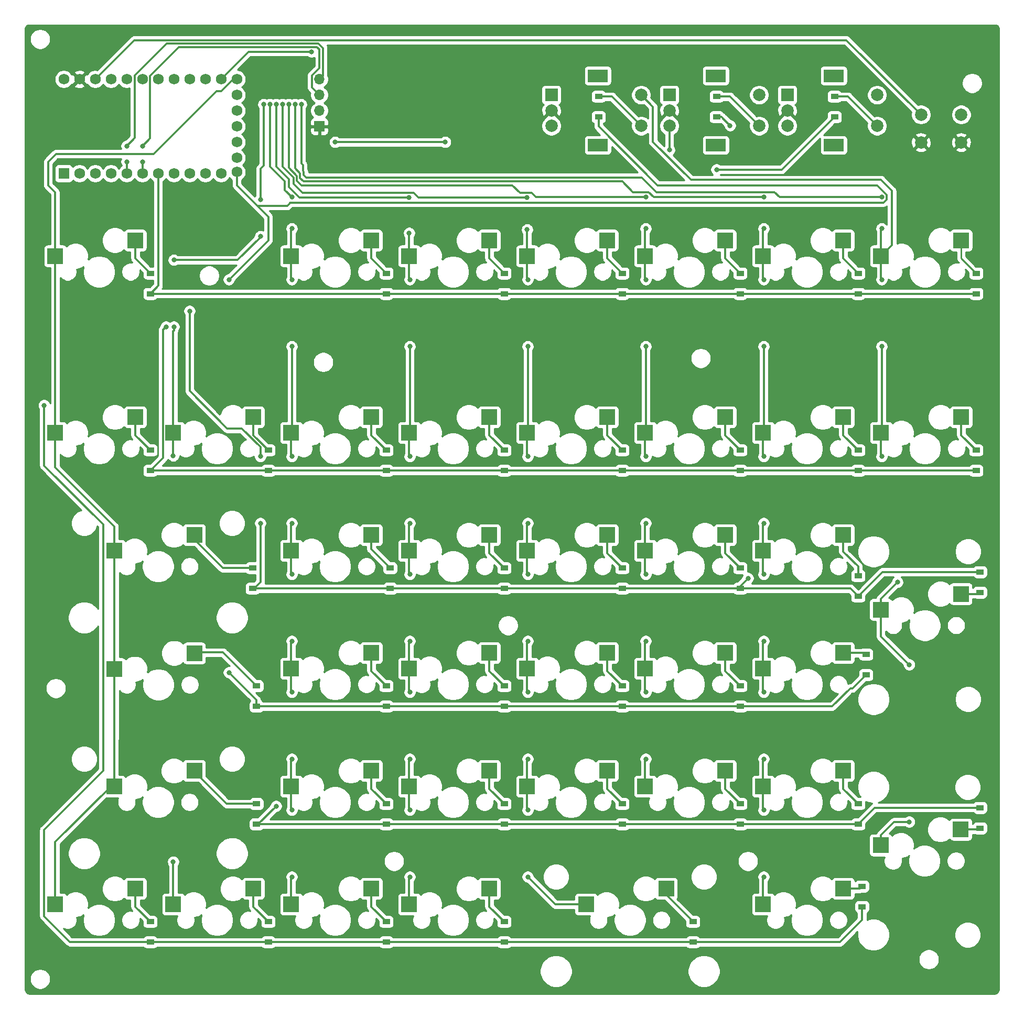
<source format=gbr>
%TF.GenerationSoftware,KiCad,Pcbnew,(5.1.10)-1*%
%TF.CreationDate,2021-08-17T12:27:07-04:00*%
%TF.ProjectId,macropad,6d616372-6f70-4616-942e-6b696361645f,rev?*%
%TF.SameCoordinates,Original*%
%TF.FileFunction,Copper,L2,Bot*%
%TF.FilePolarity,Positive*%
%FSLAX46Y46*%
G04 Gerber Fmt 4.6, Leading zero omitted, Abs format (unit mm)*
G04 Created by KiCad (PCBNEW (5.1.10)-1) date 2021-08-17 12:27:07*
%MOMM*%
%LPD*%
G01*
G04 APERTURE LIST*
%TA.AperFunction,ComponentPad*%
%ADD10R,1.752600X1.752600*%
%TD*%
%TA.AperFunction,ComponentPad*%
%ADD11C,1.752600*%
%TD*%
%TA.AperFunction,ComponentPad*%
%ADD12R,2.000000X2.000000*%
%TD*%
%TA.AperFunction,ComponentPad*%
%ADD13C,2.000000*%
%TD*%
%TA.AperFunction,ComponentPad*%
%ADD14R,3.200000X2.000000*%
%TD*%
%TA.AperFunction,SMDPad,CuDef*%
%ADD15R,2.550000X2.500000*%
%TD*%
%TA.AperFunction,SMDPad,CuDef*%
%ADD16R,1.200000X0.900000*%
%TD*%
%TA.AperFunction,ComponentPad*%
%ADD17O,1.700000X1.700000*%
%TD*%
%TA.AperFunction,ComponentPad*%
%ADD18R,1.700000X1.700000*%
%TD*%
%TA.AperFunction,ViaPad*%
%ADD19C,0.800000*%
%TD*%
%TA.AperFunction,Conductor*%
%ADD20C,0.350000*%
%TD*%
%TA.AperFunction,Conductor*%
%ADD21C,0.250000*%
%TD*%
%TA.AperFunction,Conductor*%
%ADD22C,0.254000*%
%TD*%
%TA.AperFunction,Conductor*%
%ADD23C,0.100000*%
%TD*%
G04 APERTURE END LIST*
D10*
%TO.P,U1,1*%
%TO.N,Net-(U1-Pad1)*%
X43180000Y-46990000D03*
D11*
%TO.P,U1,2*%
%TO.N,Net-(U1-Pad2)*%
X45720000Y-46990000D03*
%TO.P,U1,3*%
%TO.N,Net-(U1-Pad3)*%
X48260000Y-46990000D03*
%TO.P,U1,4*%
%TO.N,Net-(U1-Pad4)*%
X50800000Y-46990000D03*
%TO.P,U1,5*%
%TO.N,SDA*%
X53340000Y-46990000D03*
%TO.P,U1,6*%
%TO.N,SCL*%
X55880000Y-46990000D03*
%TO.P,U1,7*%
%TO.N,Row1*%
X58420000Y-46990000D03*
%TO.P,U1,8*%
%TO.N,Row2*%
X60960000Y-46990000D03*
%TO.P,U1,9*%
%TO.N,Row3*%
X63500000Y-46990000D03*
%TO.P,U1,10*%
%TO.N,Row4*%
X66040000Y-46990000D03*
%TO.P,U1,11*%
%TO.N,Row5*%
X68580000Y-46990000D03*
%TO.P,U1,13*%
%TO.N,COL1*%
X71120000Y-31750000D03*
%TO.P,U1,14*%
%TO.N,COL2*%
X68580000Y-31750000D03*
%TO.P,U1,15*%
%TO.N,COL3*%
X66040000Y-31750000D03*
%TO.P,U1,16*%
%TO.N,COL4*%
X63500000Y-31750000D03*
%TO.P,U1,17*%
%TO.N,COL5*%
X60960000Y-31750000D03*
%TO.P,U1,18*%
%TO.N,COL6*%
X58420000Y-31750000D03*
%TO.P,U1,19*%
%TO.N,COL7*%
X55880000Y-31750000D03*
%TO.P,U1,20*%
%TO.N,COL8*%
X53340000Y-31750000D03*
%TO.P,U1,21*%
%TO.N,+5V*%
X50800000Y-31750000D03*
%TO.P,U1,22*%
%TO.N,RST*%
X48260000Y-31750000D03*
%TO.P,U1,23*%
%TO.N,GND*%
X45720000Y-31750000D03*
%TO.P,U1,12*%
%TO.N,Row6*%
X71120000Y-46761400D03*
%TO.P,U1,24*%
%TO.N,Net-(U1-Pad24)*%
X43180000Y-31750000D03*
%TO.P,U1,29*%
%TO.N,Net-(U1-Pad29)*%
X71120000Y-34290000D03*
%TO.P,U1,28*%
%TO.N,Enc3*%
X71120000Y-36830000D03*
%TO.P,U1,27*%
%TO.N,Enc2*%
X71120000Y-39370000D03*
%TO.P,U1,26*%
%TO.N,Enc1*%
X71120000Y-41910000D03*
%TO.P,U1,25*%
%TO.N,Net-(U1-Pad25)*%
X71120000Y-44450000D03*
%TD*%
D12*
%TO.P,SW43,A*%
%TO.N,Enc1*%
X140970000Y-34290000D03*
D13*
%TO.P,SW43,C*%
%TO.N,GND*%
X140970000Y-36790000D03*
%TO.P,SW43,B*%
%TO.N,Enc2*%
X140970000Y-39290000D03*
D14*
%TO.P,SW43,MP*%
%TO.N,N/C*%
X148470000Y-31190000D03*
X148470000Y-42390000D03*
D13*
%TO.P,SW43,S2*%
%TO.N,COL2*%
X155470000Y-34290000D03*
%TO.P,SW43,S1*%
%TO.N,Net-(D7-Pad2)*%
X155470000Y-39290000D03*
%TD*%
%TO.P,SW45,1*%
%TO.N,RST*%
X188110000Y-37465000D03*
%TO.P,SW45,2*%
%TO.N,GND*%
X188110000Y-41965000D03*
%TO.P,SW45,1*%
%TO.N,RST*%
X181610000Y-37465000D03*
%TO.P,SW45,2*%
%TO.N,GND*%
X181610000Y-41965000D03*
%TD*%
D15*
%TO.P,SW10,1*%
%TO.N,COL3*%
X79910000Y-60325000D03*
%TO.P,SW10,2*%
%TO.N,Net-(D10-Pad2)*%
X92837000Y-57785000D03*
%TD*%
D12*
%TO.P,SW44,A*%
%TO.N,Enc2*%
X160020000Y-34290000D03*
D13*
%TO.P,SW44,C*%
%TO.N,GND*%
X160020000Y-36790000D03*
%TO.P,SW44,B*%
%TO.N,Enc3*%
X160020000Y-39290000D03*
D14*
%TO.P,SW44,MP*%
%TO.N,N/C*%
X167520000Y-31190000D03*
X167520000Y-42390000D03*
D13*
%TO.P,SW44,S2*%
%TO.N,COL2*%
X174520000Y-34290000D03*
%TO.P,SW44,S1*%
%TO.N,Net-(D44-Pad2)*%
X174520000Y-39290000D03*
%TD*%
D12*
%TO.P,SW7,A*%
%TO.N,Enc1*%
X121920000Y-34290000D03*
D13*
%TO.P,SW7,C*%
%TO.N,GND*%
X121920000Y-36790000D03*
%TO.P,SW7,B*%
%TO.N,Enc3*%
X121920000Y-39290000D03*
D14*
%TO.P,SW7,MP*%
%TO.N,N/C*%
X129420000Y-31190000D03*
X129420000Y-42390000D03*
D13*
%TO.P,SW7,S2*%
%TO.N,COL8*%
X136420000Y-34290000D03*
%TO.P,SW7,S1*%
%TO.N,Net-(D43-Pad2)*%
X136420000Y-39290000D03*
%TD*%
D16*
%TO.P,D44,2*%
%TO.N,Net-(D44-Pad2)*%
X167640000Y-34545000D03*
%TO.P,D44,1*%
%TO.N,Row5*%
X167640000Y-37845000D03*
%TD*%
%TO.P,D43,2*%
%TO.N,Net-(D43-Pad2)*%
X129540000Y-34545000D03*
%TO.P,D43,1*%
%TO.N,Row6*%
X129540000Y-37845000D03*
%TD*%
%TO.P,D7,2*%
%TO.N,Net-(D7-Pad2)*%
X148590000Y-34545000D03*
%TO.P,D7,1*%
%TO.N,Row3*%
X148590000Y-37845000D03*
%TD*%
D17*
%TO.P,J1,4*%
%TO.N,SDA*%
X84455000Y-31750000D03*
%TO.P,J1,3*%
%TO.N,SCL*%
X84455000Y-34290000D03*
%TO.P,J1,2*%
%TO.N,+5V*%
X84455000Y-36830000D03*
D18*
%TO.P,J1,1*%
%TO.N,GND*%
X84455000Y-39370000D03*
%TD*%
D15*
%TO.P,SW4,2*%
%TO.N,Net-(D4-Pad2)*%
X64292251Y-124506310D03*
%TO.P,SW4,1*%
%TO.N,COL1*%
X51365251Y-127046310D03*
%TD*%
D16*
%TO.P,D6,2*%
%TO.N,Net-(D6-Pad2)*%
X57150000Y-167895000D03*
%TO.P,D6,1*%
%TO.N,Row6*%
X57150000Y-171195000D03*
%TD*%
D15*
%TO.P,SW42,2*%
%TO.N,Net-(D42-Pad2)*%
X188026021Y-152996194D03*
%TO.P,SW42,1*%
%TO.N,COL8*%
X175099021Y-155536194D03*
%TD*%
%TO.P,SW41,2*%
%TO.N,Net-(D41-Pad2)*%
X188050924Y-114924880D03*
%TO.P,SW41,1*%
%TO.N,COL8*%
X175123924Y-117464880D03*
%TD*%
%TO.P,SW40,2*%
%TO.N,Net-(D40-Pad2)*%
X188087000Y-86360000D03*
%TO.P,SW40,1*%
%TO.N,COL8*%
X175160000Y-88900000D03*
%TD*%
%TO.P,SW39,1*%
%TO.N,COL8*%
X175160000Y-60325000D03*
%TO.P,SW39,2*%
%TO.N,Net-(D39-Pad2)*%
X188087000Y-57785000D03*
%TD*%
%TO.P,SW38,2*%
%TO.N,Net-(D38-Pad2)*%
X169037000Y-162560000D03*
%TO.P,SW38,1*%
%TO.N,COL7*%
X156110000Y-165100000D03*
%TD*%
%TO.P,SW37,2*%
%TO.N,Net-(D37-Pad2)*%
X169037000Y-143510000D03*
%TO.P,SW37,1*%
%TO.N,COL7*%
X156110000Y-146050000D03*
%TD*%
%TO.P,SW36,2*%
%TO.N,Net-(D36-Pad2)*%
X169037000Y-124460000D03*
%TO.P,SW36,1*%
%TO.N,COL7*%
X156110000Y-127000000D03*
%TD*%
%TO.P,SW35,2*%
%TO.N,Net-(D35-Pad2)*%
X169037000Y-105410000D03*
%TO.P,SW35,1*%
%TO.N,COL7*%
X156110000Y-107950000D03*
%TD*%
%TO.P,SW34,2*%
%TO.N,Net-(D34-Pad2)*%
X169037000Y-86360000D03*
%TO.P,SW34,1*%
%TO.N,COL7*%
X156110000Y-88900000D03*
%TD*%
%TO.P,SW33,1*%
%TO.N,COL7*%
X156110000Y-60325000D03*
%TO.P,SW33,2*%
%TO.N,Net-(D33-Pad2)*%
X169037000Y-57785000D03*
%TD*%
%TO.P,SW32,2*%
%TO.N,Net-(D32-Pad2)*%
X149987000Y-143510000D03*
%TO.P,SW32,1*%
%TO.N,COL6*%
X137060000Y-146050000D03*
%TD*%
%TO.P,SW31,2*%
%TO.N,Net-(D31-Pad2)*%
X149987000Y-124460000D03*
%TO.P,SW31,1*%
%TO.N,COL6*%
X137060000Y-127000000D03*
%TD*%
%TO.P,SW30,2*%
%TO.N,Net-(D30-Pad2)*%
X149987000Y-105410000D03*
%TO.P,SW30,1*%
%TO.N,COL6*%
X137060000Y-107950000D03*
%TD*%
%TO.P,SW29,2*%
%TO.N,Net-(D29-Pad2)*%
X149987000Y-86360000D03*
%TO.P,SW29,1*%
%TO.N,COL6*%
X137060000Y-88900000D03*
%TD*%
%TO.P,SW28,1*%
%TO.N,COL6*%
X137060000Y-60325000D03*
%TO.P,SW28,2*%
%TO.N,Net-(D28-Pad2)*%
X149987000Y-57785000D03*
%TD*%
%TO.P,SW27,2*%
%TO.N,Net-(D27-Pad2)*%
X140462000Y-162560000D03*
%TO.P,SW27,1*%
%TO.N,COL5*%
X127535000Y-165100000D03*
%TD*%
%TO.P,SW26,2*%
%TO.N,Net-(D26-Pad2)*%
X130937000Y-143510000D03*
%TO.P,SW26,1*%
%TO.N,COL5*%
X118010000Y-146050000D03*
%TD*%
%TO.P,SW25,2*%
%TO.N,Net-(D25-Pad2)*%
X130937000Y-124460000D03*
%TO.P,SW25,1*%
%TO.N,COL5*%
X118010000Y-127000000D03*
%TD*%
%TO.P,SW24,2*%
%TO.N,Net-(D24-Pad2)*%
X130937000Y-105410000D03*
%TO.P,SW24,1*%
%TO.N,COL5*%
X118010000Y-107950000D03*
%TD*%
%TO.P,SW23,2*%
%TO.N,Net-(D23-Pad2)*%
X130937000Y-86360000D03*
%TO.P,SW23,1*%
%TO.N,COL5*%
X118010000Y-88900000D03*
%TD*%
%TO.P,SW22,1*%
%TO.N,COL5*%
X118010000Y-60325000D03*
%TO.P,SW22,2*%
%TO.N,Net-(D22-Pad2)*%
X130937000Y-57785000D03*
%TD*%
%TO.P,SW21,2*%
%TO.N,Net-(D21-Pad2)*%
X111887000Y-162560000D03*
%TO.P,SW21,1*%
%TO.N,COL4*%
X98960000Y-165100000D03*
%TD*%
%TO.P,SW20,2*%
%TO.N,Net-(D20-Pad2)*%
X111887000Y-143510000D03*
%TO.P,SW20,1*%
%TO.N,COL4*%
X98960000Y-146050000D03*
%TD*%
%TO.P,SW19,2*%
%TO.N,Net-(D19-Pad2)*%
X111887000Y-124460000D03*
%TO.P,SW19,1*%
%TO.N,COL4*%
X98960000Y-127000000D03*
%TD*%
%TO.P,SW18,2*%
%TO.N,Net-(D18-Pad2)*%
X111887000Y-105410000D03*
%TO.P,SW18,1*%
%TO.N,COL4*%
X98960000Y-107950000D03*
%TD*%
%TO.P,SW17,2*%
%TO.N,Net-(D17-Pad2)*%
X111887000Y-86360000D03*
%TO.P,SW17,1*%
%TO.N,COL4*%
X98960000Y-88900000D03*
%TD*%
%TO.P,SW16,1*%
%TO.N,COL4*%
X98960000Y-60325000D03*
%TO.P,SW16,2*%
%TO.N,Net-(D16-Pad2)*%
X111887000Y-57785000D03*
%TD*%
%TO.P,SW15,2*%
%TO.N,Net-(D15-Pad2)*%
X92837000Y-162560000D03*
%TO.P,SW15,1*%
%TO.N,COL3*%
X79910000Y-165100000D03*
%TD*%
%TO.P,SW14,2*%
%TO.N,Net-(D14-Pad2)*%
X92837000Y-143510000D03*
%TO.P,SW14,1*%
%TO.N,COL3*%
X79910000Y-146050000D03*
%TD*%
%TO.P,SW13,2*%
%TO.N,Net-(D13-Pad2)*%
X92837000Y-124460000D03*
%TO.P,SW13,1*%
%TO.N,COL3*%
X79910000Y-127000000D03*
%TD*%
%TO.P,SW12,2*%
%TO.N,Net-(D12-Pad2)*%
X92837000Y-105410000D03*
%TO.P,SW12,1*%
%TO.N,COL3*%
X79910000Y-107950000D03*
%TD*%
%TO.P,SW11,2*%
%TO.N,Net-(D11-Pad2)*%
X92837000Y-86360000D03*
%TO.P,SW11,1*%
%TO.N,COL3*%
X79910000Y-88900000D03*
%TD*%
%TO.P,SW9,2*%
%TO.N,Net-(D9-Pad2)*%
X73787000Y-162560000D03*
%TO.P,SW9,1*%
%TO.N,COL2*%
X60860000Y-165100000D03*
%TD*%
%TO.P,SW8,2*%
%TO.N,Net-(D8-Pad2)*%
X73787000Y-86360000D03*
%TO.P,SW8,1*%
%TO.N,COL2*%
X60860000Y-88900000D03*
%TD*%
%TO.P,SW6,2*%
%TO.N,Net-(D6-Pad2)*%
X54737000Y-162560000D03*
%TO.P,SW6,1*%
%TO.N,COL1*%
X41810000Y-165100000D03*
%TD*%
%TO.P,SW5,2*%
%TO.N,Net-(D5-Pad2)*%
X64262000Y-143510000D03*
%TO.P,SW5,1*%
%TO.N,COL1*%
X51335000Y-146050000D03*
%TD*%
%TO.P,SW3,2*%
%TO.N,Net-(D3-Pad2)*%
X64262000Y-105410000D03*
%TO.P,SW3,1*%
%TO.N,COL1*%
X51335000Y-107950000D03*
%TD*%
%TO.P,SW2,2*%
%TO.N,Net-(D2-Pad2)*%
X54737000Y-86360000D03*
%TO.P,SW2,1*%
%TO.N,COL1*%
X41810000Y-88900000D03*
%TD*%
%TO.P,SW1,1*%
%TO.N,COL1*%
X41810000Y-60325000D03*
%TO.P,SW1,2*%
%TO.N,Net-(D1-Pad2)*%
X54737000Y-57785000D03*
%TD*%
D16*
%TO.P,D42,2*%
%TO.N,Net-(D42-Pad2)*%
X191135000Y-152780000D03*
%TO.P,D42,1*%
%TO.N,Row5*%
X191135000Y-149480000D03*
%TD*%
%TO.P,D41,2*%
%TO.N,Net-(D41-Pad2)*%
X191135000Y-114680000D03*
%TO.P,D41,1*%
%TO.N,Row3*%
X191135000Y-111380000D03*
%TD*%
%TO.P,D40,2*%
%TO.N,Net-(D40-Pad2)*%
X190500000Y-91695000D03*
%TO.P,D40,1*%
%TO.N,Row2*%
X190500000Y-94995000D03*
%TD*%
%TO.P,D39,1*%
%TO.N,Row1*%
X190500000Y-66420000D03*
%TO.P,D39,2*%
%TO.N,Net-(D39-Pad2)*%
X190500000Y-63120000D03*
%TD*%
%TO.P,D38,2*%
%TO.N,Net-(D38-Pad2)*%
X172085000Y-162180000D03*
%TO.P,D38,1*%
%TO.N,Row6*%
X172085000Y-165480000D03*
%TD*%
%TO.P,D37,2*%
%TO.N,Net-(D37-Pad2)*%
X171450000Y-148845000D03*
%TO.P,D37,1*%
%TO.N,Row5*%
X171450000Y-152145000D03*
%TD*%
%TO.P,D36,2*%
%TO.N,Net-(D36-Pad2)*%
X172720000Y-124715000D03*
%TO.P,D36,1*%
%TO.N,Row4*%
X172720000Y-128015000D03*
%TD*%
%TO.P,D35,2*%
%TO.N,Net-(D35-Pad2)*%
X171450000Y-112015000D03*
%TO.P,D35,1*%
%TO.N,Row3*%
X171450000Y-115315000D03*
%TD*%
%TO.P,D34,2*%
%TO.N,Net-(D34-Pad2)*%
X171450000Y-91695000D03*
%TO.P,D34,1*%
%TO.N,Row2*%
X171450000Y-94995000D03*
%TD*%
%TO.P,D33,1*%
%TO.N,Row1*%
X171450000Y-66420000D03*
%TO.P,D33,2*%
%TO.N,Net-(D33-Pad2)*%
X171450000Y-63120000D03*
%TD*%
%TO.P,D32,2*%
%TO.N,Net-(D32-Pad2)*%
X152400000Y-148845000D03*
%TO.P,D32,1*%
%TO.N,Row5*%
X152400000Y-152145000D03*
%TD*%
%TO.P,D31,2*%
%TO.N,Net-(D31-Pad2)*%
X152400000Y-129795000D03*
%TO.P,D31,1*%
%TO.N,Row4*%
X152400000Y-133095000D03*
%TD*%
%TO.P,D30,2*%
%TO.N,Net-(D30-Pad2)*%
X152400000Y-110745000D03*
%TO.P,D30,1*%
%TO.N,Row3*%
X152400000Y-114045000D03*
%TD*%
%TO.P,D29,2*%
%TO.N,Net-(D29-Pad2)*%
X152400000Y-91695000D03*
%TO.P,D29,1*%
%TO.N,Row2*%
X152400000Y-94995000D03*
%TD*%
%TO.P,D28,1*%
%TO.N,Row1*%
X152400000Y-66420000D03*
%TO.P,D28,2*%
%TO.N,Net-(D28-Pad2)*%
X152400000Y-63120000D03*
%TD*%
%TO.P,D27,2*%
%TO.N,Net-(D27-Pad2)*%
X144780000Y-167895000D03*
%TO.P,D27,1*%
%TO.N,Row6*%
X144780000Y-171195000D03*
%TD*%
%TO.P,D26,2*%
%TO.N,Net-(D26-Pad2)*%
X133350000Y-148845000D03*
%TO.P,D26,1*%
%TO.N,Row5*%
X133350000Y-152145000D03*
%TD*%
%TO.P,D25,2*%
%TO.N,Net-(D25-Pad2)*%
X133350000Y-129795000D03*
%TO.P,D25,1*%
%TO.N,Row4*%
X133350000Y-133095000D03*
%TD*%
%TO.P,D24,2*%
%TO.N,Net-(D24-Pad2)*%
X133350000Y-110745000D03*
%TO.P,D24,1*%
%TO.N,Row3*%
X133350000Y-114045000D03*
%TD*%
%TO.P,D23,2*%
%TO.N,Net-(D23-Pad2)*%
X133350000Y-91695000D03*
%TO.P,D23,1*%
%TO.N,Row2*%
X133350000Y-94995000D03*
%TD*%
%TO.P,D22,1*%
%TO.N,Row1*%
X133350000Y-66420000D03*
%TO.P,D22,2*%
%TO.N,Net-(D22-Pad2)*%
X133350000Y-63120000D03*
%TD*%
%TO.P,D21,2*%
%TO.N,Net-(D21-Pad2)*%
X114300000Y-167895000D03*
%TO.P,D21,1*%
%TO.N,Row6*%
X114300000Y-171195000D03*
%TD*%
%TO.P,D20,2*%
%TO.N,Net-(D20-Pad2)*%
X114300000Y-148845000D03*
%TO.P,D20,1*%
%TO.N,Row5*%
X114300000Y-152145000D03*
%TD*%
%TO.P,D19,2*%
%TO.N,Net-(D19-Pad2)*%
X114300000Y-129795000D03*
%TO.P,D19,1*%
%TO.N,Row4*%
X114300000Y-133095000D03*
%TD*%
%TO.P,D18,2*%
%TO.N,Net-(D18-Pad2)*%
X114300000Y-110745000D03*
%TO.P,D18,1*%
%TO.N,Row3*%
X114300000Y-114045000D03*
%TD*%
%TO.P,D17,2*%
%TO.N,Net-(D17-Pad2)*%
X114300000Y-91695000D03*
%TO.P,D17,1*%
%TO.N,Row2*%
X114300000Y-94995000D03*
%TD*%
%TO.P,D16,1*%
%TO.N,Row1*%
X114300000Y-66420000D03*
%TO.P,D16,2*%
%TO.N,Net-(D16-Pad2)*%
X114300000Y-63120000D03*
%TD*%
%TO.P,D15,2*%
%TO.N,Net-(D15-Pad2)*%
X95250000Y-167895000D03*
%TO.P,D15,1*%
%TO.N,Row6*%
X95250000Y-171195000D03*
%TD*%
%TO.P,D14,2*%
%TO.N,Net-(D14-Pad2)*%
X95250000Y-148845000D03*
%TO.P,D14,1*%
%TO.N,Row5*%
X95250000Y-152145000D03*
%TD*%
%TO.P,D13,2*%
%TO.N,Net-(D13-Pad2)*%
X95250000Y-129795000D03*
%TO.P,D13,1*%
%TO.N,Row4*%
X95250000Y-133095000D03*
%TD*%
%TO.P,D12,2*%
%TO.N,Net-(D12-Pad2)*%
X95885000Y-110745000D03*
%TO.P,D12,1*%
%TO.N,Row3*%
X95885000Y-114045000D03*
%TD*%
%TO.P,D11,2*%
%TO.N,Net-(D11-Pad2)*%
X95250000Y-91695000D03*
%TO.P,D11,1*%
%TO.N,Row2*%
X95250000Y-94995000D03*
%TD*%
%TO.P,D10,1*%
%TO.N,Row1*%
X95250000Y-66420000D03*
%TO.P,D10,2*%
%TO.N,Net-(D10-Pad2)*%
X95250000Y-63120000D03*
%TD*%
%TO.P,D9,2*%
%TO.N,Net-(D9-Pad2)*%
X76200000Y-167895000D03*
%TO.P,D9,1*%
%TO.N,Row6*%
X76200000Y-171195000D03*
%TD*%
%TO.P,D8,2*%
%TO.N,Net-(D8-Pad2)*%
X76200000Y-91695000D03*
%TO.P,D8,1*%
%TO.N,Row2*%
X76200000Y-94995000D03*
%TD*%
%TO.P,D5,2*%
%TO.N,Net-(D5-Pad2)*%
X74295000Y-148845000D03*
%TO.P,D5,1*%
%TO.N,Row5*%
X74295000Y-152145000D03*
%TD*%
%TO.P,D4,2*%
%TO.N,Net-(D4-Pad2)*%
X74295000Y-129795000D03*
%TO.P,D4,1*%
%TO.N,Row4*%
X74295000Y-133095000D03*
%TD*%
%TO.P,D3,2*%
%TO.N,Net-(D3-Pad2)*%
X73660000Y-110745000D03*
%TO.P,D3,1*%
%TO.N,Row3*%
X73660000Y-114045000D03*
%TD*%
%TO.P,D2,2*%
%TO.N,Net-(D2-Pad2)*%
X57150000Y-91695000D03*
%TO.P,D2,1*%
%TO.N,Row2*%
X57150000Y-94995000D03*
%TD*%
%TO.P,D1,1*%
%TO.N,Row1*%
X57150000Y-66420000D03*
%TO.P,D1,2*%
%TO.N,Net-(D1-Pad2)*%
X57150000Y-63120000D03*
%TD*%
D19*
%TO.N,Row2*%
X59690000Y-71755000D03*
%TO.N,Row3*%
X63500000Y-69215000D03*
X74930000Y-103505000D03*
X74930000Y-92710000D03*
X153670000Y-112395000D03*
X150774400Y-39243000D03*
%TO.N,Row4*%
X69850000Y-127635000D03*
%TO.N,Row5*%
X77470000Y-149225000D03*
X148590000Y-46355000D03*
%TO.N,Row6*%
X69850000Y-64135000D03*
X40005000Y-84455000D03*
%TO.N,COL2*%
X75438000Y-35814000D03*
X74930000Y-57150000D03*
X60960000Y-71755000D03*
X60860000Y-158215000D03*
X60860000Y-92610000D03*
X60960000Y-60960000D03*
X74930000Y-51181000D03*
X83185000Y-27305000D03*
%TO.N,COL3*%
X80010000Y-55880000D03*
X80010000Y-74930000D03*
X80010000Y-64135000D03*
X80010000Y-160655000D03*
X80010000Y-149860000D03*
X80010000Y-141605000D03*
X80010000Y-130810000D03*
X80010000Y-122555000D03*
X80010000Y-111760000D03*
X80010000Y-103505000D03*
X80010000Y-92710000D03*
X80010000Y-50800000D03*
X76454000Y-35814000D03*
%TO.N,COL4*%
X99060000Y-74930000D03*
X99060000Y-64135000D03*
X99060000Y-160655000D03*
X99060000Y-149860000D03*
X99060000Y-141605000D03*
X99060000Y-130810000D03*
X99060000Y-122555000D03*
X99060000Y-111760000D03*
X99060000Y-103505000D03*
X99060000Y-92710000D03*
X98960000Y-56615000D03*
X98960000Y-50900000D03*
X77470000Y-35814000D03*
%TO.N,COL5*%
X118110000Y-74930000D03*
X118110000Y-64135000D03*
X118110000Y-160655000D03*
X118110000Y-149860000D03*
X118110000Y-141605000D03*
X118110000Y-130810000D03*
X118110000Y-122555000D03*
X118110000Y-111760000D03*
X118110000Y-103505000D03*
X118110000Y-92710000D03*
X118010000Y-56043500D03*
X118010000Y-50900000D03*
X78486000Y-35814000D03*
%TO.N,COL6*%
X137160000Y-55880000D03*
X137160000Y-74930000D03*
X137160000Y-64135000D03*
X137160000Y-141605000D03*
X137160000Y-130810000D03*
X137160000Y-122555000D03*
X137160000Y-111760000D03*
X137160000Y-103505000D03*
X137160000Y-92710000D03*
X137160000Y-50800000D03*
X79502000Y-35814000D03*
%TO.N,COL7*%
X156210000Y-55880000D03*
X156210000Y-74930000D03*
X156210000Y-64135000D03*
X156210000Y-141605000D03*
X156210000Y-130810000D03*
X156210000Y-122555000D03*
X156210000Y-111760000D03*
X156210000Y-103505000D03*
X156210000Y-92710000D03*
X156210000Y-160655000D03*
X156210000Y-149860000D03*
X156210000Y-50800000D03*
X80518000Y-35814000D03*
%TO.N,COL8*%
X175260000Y-55880000D03*
X175260000Y-74930000D03*
X175260000Y-64135000D03*
X175260000Y-92710000D03*
X179705000Y-126365000D03*
X179705000Y-151765000D03*
X177800000Y-113030000D03*
X175260000Y-50800000D03*
X81534000Y-35814000D03*
%TO.N,SCL*%
X55880000Y-45085000D03*
X55880000Y-42545000D03*
%TO.N,SDA*%
X53340000Y-45085000D03*
X53340000Y-42545000D03*
%TO.N,Enc1*%
X104775000Y-41910000D03*
X86995000Y-41910000D03*
%TO.N,Enc2*%
X140970000Y-43180000D03*
%TD*%
D20*
%TO.N,Net-(D1-Pad2)*%
X54737000Y-60707000D02*
X57150000Y-63120000D01*
X54737000Y-57785000D02*
X54737000Y-60707000D01*
%TO.N,Row1*%
X57150000Y-66420000D02*
X190500000Y-66420000D01*
X152400000Y-66420000D02*
X152655000Y-66420000D01*
X58451250Y-46386250D02*
X58420000Y-46355000D01*
X57150000Y-66420000D02*
X58451250Y-65118750D01*
X58451250Y-47021250D02*
X58420000Y-46990000D01*
X58451250Y-65118750D02*
X58451250Y-47021250D01*
%TO.N,Row2*%
X57150000Y-94995000D02*
X190500000Y-94995000D01*
X59209999Y-92935001D02*
X59209999Y-72235001D01*
X57150000Y-94995000D02*
X59209999Y-92935001D01*
X59209999Y-72235001D02*
X59690000Y-71755000D01*
%TO.N,Net-(D2-Pad2)*%
X54737000Y-89282000D02*
X57150000Y-91695000D01*
X54737000Y-86360000D02*
X54737000Y-89282000D01*
%TO.N,Net-(D3-Pad2)*%
X64262000Y-105410000D02*
X64262000Y-106172000D01*
X68835000Y-110745000D02*
X73660000Y-110745000D01*
X64262000Y-106172000D02*
X68835000Y-110745000D01*
%TO.N,Row3*%
X170180000Y-114045000D02*
X171450000Y-115315000D01*
X73660000Y-114045000D02*
X170180000Y-114045000D01*
X175385000Y-111380000D02*
X191135000Y-111380000D01*
X171450000Y-115315000D02*
X175385000Y-111380000D01*
X73660000Y-114045000D02*
X73915000Y-114045000D01*
X73915000Y-114045000D02*
X74930000Y-113030000D01*
X74930000Y-113030000D02*
X74930000Y-103505000D01*
X69584999Y-88235001D02*
X63500000Y-82150002D01*
X71962171Y-88235001D02*
X69584999Y-88235001D01*
X74930000Y-91202830D02*
X71962171Y-88235001D01*
X74930000Y-92710000D02*
X74930000Y-91202830D01*
X63500000Y-82150002D02*
X63500000Y-69215000D01*
X152400000Y-114045000D02*
X152400000Y-113665000D01*
X152400000Y-113665000D02*
X153670000Y-112395000D01*
X153670000Y-112395000D02*
X153670000Y-112395000D01*
X149376400Y-37845000D02*
X150774400Y-39243000D01*
X148590000Y-37845000D02*
X149376400Y-37845000D01*
%TO.N,Net-(D4-Pad2)*%
X68879042Y-124379042D02*
X74295000Y-129795000D01*
X64419519Y-124379042D02*
X64292251Y-124506310D01*
X68879042Y-124379042D02*
X64419519Y-124379042D01*
%TO.N,Row4*%
X74295000Y-133095000D02*
X167260000Y-133095000D01*
X170560000Y-130175000D02*
X172720000Y-128015000D01*
X170180000Y-130175000D02*
X170560000Y-130175000D01*
X167260000Y-133095000D02*
X170180000Y-130175000D01*
X74295000Y-133095000D02*
X74295000Y-132080000D01*
X74295000Y-132080000D02*
X69850000Y-127635000D01*
%TO.N,Row5*%
X74295000Y-152145000D02*
X171450000Y-152145000D01*
X174115000Y-149480000D02*
X191135000Y-149480000D01*
X171450000Y-152145000D02*
X174115000Y-149480000D01*
X74295000Y-152145000D02*
X74550000Y-152145000D01*
X74550000Y-152145000D02*
X77470000Y-149225000D01*
X77470000Y-149225000D02*
X77470000Y-149225000D01*
X167640000Y-37845000D02*
X167385000Y-37845000D01*
X159130000Y-46355000D02*
X148590000Y-46355000D01*
X167640000Y-37845000D02*
X159130000Y-46355000D01*
%TO.N,Net-(D5-Pad2)*%
X64262000Y-143510000D02*
X64262000Y-143637000D01*
X69470000Y-148845000D02*
X74295000Y-148845000D01*
X64262000Y-143637000D02*
X69470000Y-148845000D01*
%TO.N,Row6*%
X57150000Y-171195000D02*
X168530000Y-171195000D01*
X168530000Y-171195000D02*
X172085000Y-167640000D01*
X172085000Y-167640000D02*
X172085000Y-165480000D01*
X40005000Y-84455000D02*
X40005000Y-84455000D01*
X176035001Y-51172001D02*
X175532001Y-51675001D01*
X176035001Y-50427999D02*
X176035001Y-51172001D01*
X139065000Y-48895000D02*
X174502002Y-48895000D01*
X174502002Y-48895000D02*
X176035001Y-50427999D01*
X40005000Y-94217478D02*
X40005000Y-84455000D01*
X49530000Y-103742478D02*
X40005000Y-94217478D01*
X49530000Y-143510000D02*
X49530000Y-103742478D01*
X40005000Y-167005000D02*
X40005000Y-153035000D01*
X40005000Y-153035000D02*
X49530000Y-143510000D01*
X44195000Y-171195000D02*
X40005000Y-167005000D01*
X57150000Y-171195000D02*
X44195000Y-171195000D01*
X79769999Y-51675001D02*
X80250001Y-51675001D01*
X74422000Y-52197000D02*
X79248000Y-52197000D01*
X80250001Y-51675001D02*
X79737999Y-51675001D01*
X79248000Y-52197000D02*
X79769999Y-51675001D01*
X175532001Y-51675001D02*
X80250001Y-51675001D01*
X71120000Y-48895000D02*
X71120000Y-46126400D01*
X76200000Y-53975000D02*
X71120000Y-48895000D01*
X76200000Y-57785000D02*
X76200000Y-53975000D01*
X69850000Y-64135000D02*
X76200000Y-57785000D01*
X129540000Y-39370000D02*
X139065000Y-48895000D01*
X129540000Y-37845000D02*
X129540000Y-39370000D01*
%TO.N,Net-(D6-Pad2)*%
X54737000Y-165482000D02*
X57150000Y-167895000D01*
X54737000Y-162560000D02*
X54737000Y-165482000D01*
%TO.N,Net-(D8-Pad2)*%
X73787000Y-89282000D02*
X76200000Y-91695000D01*
X73787000Y-86360000D02*
X73787000Y-89282000D01*
%TO.N,Net-(D9-Pad2)*%
X73787000Y-165482000D02*
X76200000Y-167895000D01*
X73787000Y-162560000D02*
X73787000Y-165482000D01*
%TO.N,Net-(D10-Pad2)*%
X92837000Y-60707000D02*
X95250000Y-63120000D01*
X92837000Y-57785000D02*
X92837000Y-60707000D01*
%TO.N,Net-(D11-Pad2)*%
X92837000Y-89282000D02*
X95250000Y-91695000D01*
X92837000Y-86360000D02*
X92837000Y-89282000D01*
%TO.N,Net-(D12-Pad2)*%
X92837000Y-107697000D02*
X95885000Y-110745000D01*
X92837000Y-105410000D02*
X92837000Y-107697000D01*
%TO.N,Net-(D13-Pad2)*%
X92837000Y-127382000D02*
X95250000Y-129795000D01*
X92837000Y-124460000D02*
X92837000Y-127382000D01*
%TO.N,Net-(D14-Pad2)*%
X92837000Y-146432000D02*
X95250000Y-148845000D01*
X92837000Y-143510000D02*
X92837000Y-146432000D01*
%TO.N,Net-(D15-Pad2)*%
X92837000Y-165482000D02*
X95250000Y-167895000D01*
X92837000Y-162560000D02*
X92837000Y-165482000D01*
%TO.N,Net-(D16-Pad2)*%
X111887000Y-60707000D02*
X114300000Y-63120000D01*
X111887000Y-57785000D02*
X111887000Y-60707000D01*
%TO.N,Net-(D17-Pad2)*%
X111887000Y-89282000D02*
X114300000Y-91695000D01*
X111887000Y-86360000D02*
X111887000Y-89282000D01*
%TO.N,Net-(D18-Pad2)*%
X111887000Y-108332000D02*
X114300000Y-110745000D01*
X111887000Y-105410000D02*
X111887000Y-108332000D01*
%TO.N,Net-(D19-Pad2)*%
X111887000Y-127382000D02*
X114300000Y-129795000D01*
X111887000Y-124460000D02*
X111887000Y-127382000D01*
%TO.N,Net-(D20-Pad2)*%
X111887000Y-146432000D02*
X114300000Y-148845000D01*
X111887000Y-143510000D02*
X111887000Y-146432000D01*
%TO.N,Net-(D21-Pad2)*%
X111887000Y-165482000D02*
X114300000Y-167895000D01*
X111887000Y-162560000D02*
X111887000Y-165482000D01*
%TO.N,Net-(D22-Pad2)*%
X130937000Y-60707000D02*
X133350000Y-63120000D01*
X130937000Y-57785000D02*
X130937000Y-60707000D01*
%TO.N,Net-(D23-Pad2)*%
X130937000Y-89282000D02*
X133350000Y-91695000D01*
X130937000Y-86360000D02*
X130937000Y-89282000D01*
%TO.N,Net-(D24-Pad2)*%
X130937000Y-108332000D02*
X133350000Y-110745000D01*
X130937000Y-105410000D02*
X130937000Y-108332000D01*
%TO.N,Net-(D25-Pad2)*%
X130937000Y-127382000D02*
X133350000Y-129795000D01*
X130937000Y-124460000D02*
X130937000Y-127382000D01*
%TO.N,Net-(D26-Pad2)*%
X130937000Y-146432000D02*
X133350000Y-148845000D01*
X130937000Y-143510000D02*
X130937000Y-146432000D01*
%TO.N,Net-(D27-Pad2)*%
X140462000Y-163577000D02*
X144780000Y-167895000D01*
X140462000Y-162560000D02*
X140462000Y-163577000D01*
%TO.N,Net-(D28-Pad2)*%
X149987000Y-60707000D02*
X152400000Y-63120000D01*
X149987000Y-57785000D02*
X149987000Y-60707000D01*
%TO.N,Net-(D29-Pad2)*%
X149987000Y-89282000D02*
X152400000Y-91695000D01*
X149987000Y-86360000D02*
X149987000Y-89282000D01*
%TO.N,Net-(D30-Pad2)*%
X149987000Y-108332000D02*
X152400000Y-110745000D01*
X149987000Y-105410000D02*
X149987000Y-108332000D01*
%TO.N,Net-(D31-Pad2)*%
X149987000Y-127382000D02*
X152400000Y-129795000D01*
X149987000Y-124460000D02*
X149987000Y-127382000D01*
%TO.N,Net-(D32-Pad2)*%
X149987000Y-146432000D02*
X152400000Y-148845000D01*
X149987000Y-143510000D02*
X149987000Y-146432000D01*
%TO.N,Net-(D33-Pad2)*%
X169037000Y-60707000D02*
X171450000Y-63120000D01*
X169037000Y-57785000D02*
X169037000Y-60707000D01*
%TO.N,Net-(D34-Pad2)*%
X169037000Y-89282000D02*
X171450000Y-91695000D01*
X169037000Y-86360000D02*
X169037000Y-89282000D01*
%TO.N,Net-(D35-Pad2)*%
X169037000Y-105410000D02*
X169037000Y-108077000D01*
X171450000Y-110490000D02*
X171450000Y-112015000D01*
X169037000Y-108077000D02*
X171450000Y-110490000D01*
%TO.N,Net-(D36-Pad2)*%
X172465000Y-124460000D02*
X172720000Y-124715000D01*
X169037000Y-124460000D02*
X172465000Y-124460000D01*
%TO.N,Net-(D37-Pad2)*%
X169037000Y-146432000D02*
X171450000Y-148845000D01*
X169037000Y-143510000D02*
X169037000Y-146432000D01*
%TO.N,Net-(D38-Pad2)*%
X171705000Y-162560000D02*
X172085000Y-162180000D01*
X169037000Y-162560000D02*
X171705000Y-162560000D01*
D21*
%TO.N,Net-(D39-Pad2)*%
X188087000Y-60707000D02*
X190500000Y-63120000D01*
X188087000Y-57785000D02*
X188087000Y-60707000D01*
D20*
%TO.N,Net-(D40-Pad2)*%
X188087000Y-89282000D02*
X190500000Y-91695000D01*
X188087000Y-86360000D02*
X188087000Y-89282000D01*
%TO.N,Net-(D41-Pad2)*%
X190890120Y-114924880D02*
X191135000Y-114680000D01*
X188050924Y-114924880D02*
X190890120Y-114924880D01*
%TO.N,Net-(D42-Pad2)*%
X190918806Y-152996194D02*
X191135000Y-152780000D01*
X188026021Y-152996194D02*
X190918806Y-152996194D01*
%TO.N,COL1*%
X41810000Y-60960000D02*
X41810000Y-88900000D01*
X41810000Y-94515000D02*
X51335000Y-104040000D01*
X51335000Y-104040000D02*
X51335000Y-107950000D01*
X41810000Y-88900000D02*
X41810000Y-94515000D01*
X51335000Y-138330000D02*
X51335000Y-146050000D01*
X51365251Y-107980251D02*
X51335000Y-107950000D01*
X51365251Y-127046310D02*
X51365251Y-107980251D01*
X51365251Y-138299749D02*
X51335000Y-138330000D01*
X51365251Y-127046310D02*
X51365251Y-138299749D01*
X51335000Y-146050000D02*
X50800000Y-146050000D01*
X41810000Y-155040000D02*
X41810000Y-165100000D01*
X50800000Y-146050000D02*
X41810000Y-155040000D01*
X41810000Y-60325000D02*
X41810000Y-50065000D01*
X41810000Y-50065000D02*
X40640000Y-48895000D01*
X40640000Y-48895000D02*
X40640000Y-45085000D01*
X40640000Y-45085000D02*
X41910000Y-43815000D01*
X57731926Y-43815000D02*
X67891926Y-33655000D01*
X41910000Y-43815000D02*
X57731926Y-43815000D01*
X68580000Y-33655000D02*
X71120000Y-31115000D01*
X67891926Y-33655000D02*
X68580000Y-33655000D01*
%TO.N,COL2*%
X60860000Y-88900000D02*
X60860000Y-72490000D01*
X60860000Y-88900000D02*
X60860000Y-92610000D01*
X60860000Y-165100000D02*
X60860000Y-158215000D01*
X60860000Y-158215000D02*
X60860000Y-158215000D01*
X60860000Y-92610000D02*
X60860000Y-92610000D01*
X71247000Y-60960000D02*
X74930000Y-57277000D01*
X60960000Y-60960000D02*
X71247000Y-60960000D01*
X60960000Y-72390000D02*
X60860000Y-72490000D01*
X60960000Y-71755000D02*
X60960000Y-72390000D01*
X75438000Y-38107336D02*
X75438000Y-38107336D01*
X68580000Y-31750000D02*
X73025000Y-27305000D01*
X75438000Y-38107336D02*
X75438000Y-35814000D01*
X75438000Y-45720000D02*
X75438000Y-38107336D01*
X74930000Y-46228000D02*
X75438000Y-45720000D01*
X74930000Y-51181000D02*
X74930000Y-46228000D01*
X73025000Y-27305000D02*
X83185000Y-27305000D01*
%TO.N,COL3*%
X79910000Y-165100000D02*
X79910000Y-160755000D01*
X79910000Y-146050000D02*
X79910000Y-149760000D01*
X79910000Y-146050000D02*
X79910000Y-141705000D01*
X79910000Y-127000000D02*
X79910000Y-130710000D01*
X79910000Y-107950000D02*
X79910000Y-103605000D01*
X79910000Y-88900000D02*
X79910000Y-92610000D01*
X79910000Y-107950000D02*
X79910000Y-111660000D01*
X79910000Y-127000000D02*
X79910000Y-122655000D01*
X79910000Y-60325000D02*
X79910000Y-64035000D01*
X80010000Y-88800000D02*
X79910000Y-88900000D01*
X79910000Y-60325000D02*
X79910000Y-55907000D01*
X80010000Y-74930000D02*
X80010000Y-76200000D01*
X80010000Y-76200000D02*
X80010000Y-88800000D01*
X80010000Y-75565000D02*
X80010000Y-76200000D01*
X80010000Y-50800000D02*
X78867000Y-49657000D01*
X78867000Y-49657000D02*
X78867000Y-48260000D01*
X78867000Y-48260000D02*
X76454000Y-45847000D01*
X76454000Y-45847000D02*
X76454000Y-37719000D01*
X76454000Y-37719000D02*
X76454000Y-37719000D01*
X76454000Y-37719000D02*
X76454000Y-35814000D01*
%TO.N,COL4*%
X98960000Y-165100000D02*
X98960000Y-160755000D01*
X98960000Y-146050000D02*
X98960000Y-149760000D01*
X98960000Y-146050000D02*
X98960000Y-141705000D01*
X98960000Y-127000000D02*
X98960000Y-130710000D01*
X98960000Y-107950000D02*
X98960000Y-103605000D01*
X98960000Y-88900000D02*
X98960000Y-92610000D01*
X98960000Y-127000000D02*
X98960000Y-122655000D01*
X98960000Y-107950000D02*
X98960000Y-111660000D01*
X98960000Y-60325000D02*
X98960000Y-64035000D01*
X98960000Y-60325000D02*
X98960000Y-56615000D01*
X99060000Y-88800000D02*
X98960000Y-88900000D01*
X99060000Y-74930000D02*
X99060000Y-88800000D01*
X98960000Y-56615000D02*
X98960000Y-56361000D01*
X81380000Y-50900000D02*
X98960000Y-50900000D01*
X81324989Y-50844989D02*
X81197989Y-50844989D01*
X81380000Y-50900000D02*
X81324989Y-50844989D01*
X81197989Y-50844989D02*
X79502000Y-49149000D01*
X79502000Y-49149000D02*
X79502000Y-47879000D01*
X79502000Y-47879000D02*
X77470000Y-45847000D01*
X77470000Y-45847000D02*
X77470000Y-37973000D01*
X77470000Y-37973000D02*
X77470000Y-37719000D01*
X77470000Y-37719000D02*
X77470000Y-37719000D01*
X77470000Y-37973000D02*
X77470000Y-35814000D01*
%TO.N,COL5*%
X118010000Y-146050000D02*
X118010000Y-141705000D01*
X118010000Y-127000000D02*
X118010000Y-130710000D01*
X118010000Y-127000000D02*
X118010000Y-122655000D01*
X118010000Y-107950000D02*
X118010000Y-111660000D01*
X118010000Y-107950000D02*
X118010000Y-103605000D01*
X118010000Y-88900000D02*
X118010000Y-92610000D01*
X127535000Y-165100000D02*
X122555000Y-165100000D01*
X122555000Y-165100000D02*
X118110000Y-160655000D01*
X118010000Y-146050000D02*
X118010000Y-149760000D01*
X118010000Y-60325000D02*
X118010000Y-64035000D01*
X118010000Y-60325000D02*
X118010000Y-56043500D01*
X118110000Y-88800000D02*
X118010000Y-88900000D01*
X118110000Y-74930000D02*
X118110000Y-88800000D01*
X118010000Y-56043500D02*
X118010000Y-56043500D01*
X100430000Y-50900000D02*
X99654999Y-50124999D01*
X99654999Y-50124999D02*
X81874999Y-50124999D01*
X118010000Y-50900000D02*
X100430000Y-50900000D01*
X81874999Y-50124999D02*
X81747999Y-50124999D01*
X81747999Y-50124999D02*
X80264000Y-48641000D01*
X80264000Y-47625000D02*
X78486000Y-45847000D01*
X80264000Y-48641000D02*
X80264000Y-47625000D01*
X78486000Y-45847000D02*
X78486000Y-37973000D01*
X78486000Y-37973000D02*
X78486000Y-37719000D01*
X78486000Y-37719000D02*
X78486000Y-37719000D01*
X78486000Y-37973000D02*
X78486000Y-35814000D01*
%TO.N,COL6*%
X137060000Y-146050000D02*
X137060000Y-141705000D01*
X137060000Y-127000000D02*
X137060000Y-130710000D01*
X137060000Y-127000000D02*
X137060000Y-122655000D01*
X137060000Y-107950000D02*
X137060000Y-111660000D01*
X137060000Y-107950000D02*
X137060000Y-103605000D01*
X137060000Y-88900000D02*
X137060000Y-92610000D01*
X137060000Y-60325000D02*
X137060000Y-64035000D01*
X137160000Y-88800000D02*
X137060000Y-88900000D01*
X137160000Y-75565000D02*
X137160000Y-88800000D01*
X137060000Y-60325000D02*
X137060000Y-56034000D01*
X137160000Y-75565000D02*
X137160000Y-74930000D01*
X123730000Y-50800000D02*
X123310000Y-50800000D01*
X137160000Y-50800000D02*
X123730000Y-50800000D01*
X118704999Y-50124999D02*
X116880001Y-50124999D01*
X123730000Y-50800000D02*
X119380000Y-50800000D01*
X119380000Y-50800000D02*
X118704999Y-50124999D01*
X116880001Y-50124999D02*
X115650002Y-48895000D01*
X115650002Y-48895000D02*
X81915000Y-48895000D01*
X80814010Y-48175010D02*
X80814010Y-47397180D01*
X81534000Y-48895000D02*
X80814010Y-48175010D01*
X81915000Y-48895000D02*
X81534000Y-48895000D01*
X80814010Y-47397180D02*
X79502000Y-46085170D01*
X79502000Y-46085170D02*
X79502000Y-37973000D01*
X79502000Y-37973000D02*
X79502000Y-37719000D01*
X79502000Y-37719000D02*
X79502000Y-37719000D01*
X79502000Y-37973000D02*
X79502000Y-35814000D01*
%TO.N,COL7*%
X156110000Y-146050000D02*
X156110000Y-141705000D01*
X156110000Y-127000000D02*
X156110000Y-130710000D01*
X156110000Y-127000000D02*
X156110000Y-122655000D01*
X156110000Y-107950000D02*
X156110000Y-111660000D01*
X156110000Y-107950000D02*
X156110000Y-103605000D01*
X156110000Y-88900000D02*
X156110000Y-92610000D01*
X156110000Y-165100000D02*
X156110000Y-160755000D01*
X156110000Y-146050000D02*
X156110000Y-149760000D01*
X156110000Y-60325000D02*
X156110000Y-64035000D01*
X156210000Y-88800000D02*
X156110000Y-88900000D01*
X156210000Y-75565000D02*
X156210000Y-88800000D01*
X156110000Y-60325000D02*
X156110000Y-56161000D01*
X156210000Y-75565000D02*
X156210000Y-74930000D01*
X80518000Y-37719000D02*
X80518000Y-37719000D01*
X80518000Y-37719000D02*
X80518000Y-35814000D01*
X80518000Y-46101000D02*
X80518000Y-37719000D01*
X81364020Y-46947020D02*
X80518000Y-46101000D01*
X81364020Y-47709020D02*
X81364020Y-46947020D01*
X81915000Y-48260000D02*
X81364020Y-47709020D01*
X133350000Y-48260000D02*
X81915000Y-48260000D01*
X135114999Y-50024999D02*
X133350000Y-48260000D01*
X137654999Y-50024999D02*
X135114999Y-50024999D01*
X138430000Y-50800000D02*
X137654999Y-50024999D01*
X156210000Y-50800000D02*
X138430000Y-50800000D01*
%TO.N,COL8*%
X175160000Y-88900000D02*
X175160000Y-92610000D01*
X175160000Y-60325000D02*
X175160000Y-64035000D01*
X175260000Y-88800000D02*
X175160000Y-88900000D01*
X175260000Y-75565000D02*
X175260000Y-88800000D01*
X175099021Y-155536194D02*
X175099021Y-155100979D01*
X175123924Y-117464880D02*
X175123924Y-121783924D01*
X175123924Y-121783924D02*
X179705000Y-126365000D01*
X175099021Y-153936194D02*
X177270215Y-151765000D01*
X175099021Y-155536194D02*
X175099021Y-153936194D01*
X177270215Y-151765000D02*
X179705000Y-151765000D01*
X179705000Y-126365000D02*
X179705000Y-126365000D01*
X179705000Y-151765000D02*
X179705000Y-151765000D01*
X175123924Y-117464880D02*
X175123924Y-115706076D01*
X175123924Y-115706076D02*
X177800000Y-113030000D01*
X177800000Y-113030000D02*
X177800000Y-113030000D01*
X175160000Y-60325000D02*
X175160000Y-56107000D01*
X175260000Y-75565000D02*
X175260000Y-74930000D01*
X175260000Y-50800000D02*
X158750000Y-50800000D01*
X175260000Y-50800000D02*
X175260000Y-50800000D01*
X157974999Y-50024999D02*
X138924999Y-50024999D01*
X158750000Y-50800000D02*
X157974999Y-50024999D01*
X138924999Y-50024999D02*
X136525000Y-47625000D01*
X136525000Y-47625000D02*
X134620000Y-47625000D01*
X135255000Y-47625000D02*
X134620000Y-47625000D01*
X81534000Y-37719000D02*
X81534000Y-37719000D01*
X176911000Y-49784000D02*
X176911000Y-58574000D01*
X176911000Y-58574000D02*
X175160000Y-60325000D01*
X144475998Y-48006000D02*
X175133000Y-48006000D01*
X175133000Y-48006000D02*
X176911000Y-49784000D01*
X138325000Y-41855002D02*
X144475998Y-48006000D01*
X138325000Y-36195000D02*
X138325000Y-41855002D01*
X136420000Y-34290000D02*
X138325000Y-36195000D01*
X81534000Y-37719000D02*
X81534000Y-35814000D01*
X81534000Y-45339000D02*
X81534000Y-37719000D01*
X81788000Y-45593000D02*
X81534000Y-45339000D01*
X81788000Y-46593170D02*
X81788000Y-45593000D01*
X81914030Y-46719200D02*
X81788000Y-46593170D01*
X81914030Y-47243030D02*
X81914030Y-46719200D01*
X82296000Y-47625000D02*
X81914030Y-47243030D01*
X134620000Y-47625000D02*
X82296000Y-47625000D01*
%TO.N,SCL*%
X55880000Y-46990000D02*
X55880000Y-45085000D01*
X55880000Y-45085000D02*
X55880000Y-45085000D01*
X83229999Y-31161999D02*
X83229999Y-33064999D01*
X84468001Y-29923997D02*
X83229999Y-31161999D01*
X84468001Y-26932999D02*
X84468001Y-29923997D01*
X84065001Y-26529999D02*
X84468001Y-26932999D01*
X57131301Y-31186773D02*
X61788075Y-26529999D01*
X57131301Y-41293699D02*
X57131301Y-31186773D01*
X83229999Y-33064999D02*
X84455000Y-34290000D01*
X55880000Y-42545000D02*
X57131301Y-41293699D01*
X84065001Y-26529999D02*
X61788075Y-26529999D01*
%TO.N,SDA*%
X53340000Y-46990000D02*
X53340000Y-45085000D01*
X53340000Y-45085000D02*
X53340000Y-45085000D01*
X85018011Y-31186989D02*
X84455000Y-31750000D01*
X85018011Y-26705178D02*
X85018011Y-31186989D01*
X54628699Y-31149375D02*
X59798085Y-25979989D01*
X84292822Y-25979989D02*
X85018011Y-26705178D01*
X54628699Y-41256301D02*
X54628699Y-31149375D01*
X53340000Y-42545000D02*
X54628699Y-41256301D01*
X59798085Y-25979989D02*
X84292822Y-25979989D01*
%TO.N,Net-(D7-Pad2)*%
X150725000Y-34545000D02*
X155470000Y-39290000D01*
X148590000Y-34545000D02*
X150725000Y-34545000D01*
%TO.N,Net-(D43-Pad2)*%
X131675000Y-34545000D02*
X136420000Y-39290000D01*
X129540000Y-34545000D02*
X131675000Y-34545000D01*
%TO.N,Net-(D44-Pad2)*%
X169775000Y-34545000D02*
X174520000Y-39290000D01*
X167640000Y-34545000D02*
X169775000Y-34545000D01*
%TO.N,RST*%
X169574979Y-25429979D02*
X181610000Y-37465000D01*
X54580021Y-25429979D02*
X169574979Y-25429979D01*
X48260000Y-31750000D02*
X54580021Y-25429979D01*
%TO.N,Enc1*%
X86995000Y-41910000D02*
X104775000Y-41910000D01*
%TO.N,Enc2*%
X140970000Y-43180000D02*
X140970000Y-39290000D01*
%TD*%
D22*
%TO.N,GND*%
X193915041Y-23121832D02*
X194069530Y-23308577D01*
X194183000Y-23518438D01*
X194183000Y-178917880D01*
X194074350Y-179122222D01*
X193921169Y-179310039D01*
X193734424Y-179464529D01*
X193524564Y-179578000D01*
X37617120Y-179578000D01*
X37412778Y-179469350D01*
X37224961Y-179316169D01*
X37070471Y-179129424D01*
X36957000Y-178919564D01*
X36957000Y-176999042D01*
X37685000Y-176999042D01*
X37685000Y-177330958D01*
X37749754Y-177656496D01*
X37876772Y-177963147D01*
X38061175Y-178239125D01*
X38295875Y-178473825D01*
X38571853Y-178658228D01*
X38878504Y-178785246D01*
X39204042Y-178850000D01*
X39535958Y-178850000D01*
X39861496Y-178785246D01*
X40168147Y-178658228D01*
X40444125Y-178473825D01*
X40678825Y-178239125D01*
X40863228Y-177963147D01*
X40990246Y-177656496D01*
X41055000Y-177330958D01*
X41055000Y-176999042D01*
X40990246Y-176673504D01*
X40863228Y-176366853D01*
X40678825Y-176090875D01*
X40444125Y-175856175D01*
X40168147Y-175671772D01*
X40081969Y-175636076D01*
X120053100Y-175636076D01*
X120053100Y-176153924D01*
X120154127Y-176661822D01*
X120352299Y-177140251D01*
X120640000Y-177570826D01*
X121006174Y-177937000D01*
X121436749Y-178224701D01*
X121915178Y-178422873D01*
X122423076Y-178523900D01*
X122940924Y-178523900D01*
X123448822Y-178422873D01*
X123927251Y-178224701D01*
X124357826Y-177937000D01*
X124724000Y-177570826D01*
X125011701Y-177140251D01*
X125209873Y-176661822D01*
X125310900Y-176153924D01*
X125310900Y-175636076D01*
X143929100Y-175636076D01*
X143929100Y-176153924D01*
X144030127Y-176661822D01*
X144228299Y-177140251D01*
X144516000Y-177570826D01*
X144882174Y-177937000D01*
X145312749Y-178224701D01*
X145791178Y-178422873D01*
X146299076Y-178523900D01*
X146816924Y-178523900D01*
X147324822Y-178422873D01*
X147803251Y-178224701D01*
X148233826Y-177937000D01*
X148600000Y-177570826D01*
X148887701Y-177140251D01*
X149085873Y-176661822D01*
X149186900Y-176153924D01*
X149186900Y-175636076D01*
X149085873Y-175128178D01*
X148887701Y-174649749D01*
X148600000Y-174219174D01*
X148233826Y-173853000D01*
X148190488Y-173824042D01*
X181195000Y-173824042D01*
X181195000Y-174155958D01*
X181259754Y-174481496D01*
X181386772Y-174788147D01*
X181571175Y-175064125D01*
X181805875Y-175298825D01*
X182081853Y-175483228D01*
X182388504Y-175610246D01*
X182714042Y-175675000D01*
X183045958Y-175675000D01*
X183371496Y-175610246D01*
X183678147Y-175483228D01*
X183954125Y-175298825D01*
X184188825Y-175064125D01*
X184373228Y-174788147D01*
X184500246Y-174481496D01*
X184565000Y-174155958D01*
X184565000Y-173824042D01*
X184500246Y-173498504D01*
X184373228Y-173191853D01*
X184188825Y-172915875D01*
X183954125Y-172681175D01*
X183678147Y-172496772D01*
X183371496Y-172369754D01*
X183045958Y-172305000D01*
X182714042Y-172305000D01*
X182388504Y-172369754D01*
X182081853Y-172496772D01*
X181805875Y-172681175D01*
X181571175Y-172915875D01*
X181386772Y-173191853D01*
X181259754Y-173498504D01*
X181195000Y-173824042D01*
X148190488Y-173824042D01*
X147803251Y-173565299D01*
X147324822Y-173367127D01*
X146816924Y-173266100D01*
X146299076Y-173266100D01*
X145791178Y-173367127D01*
X145312749Y-173565299D01*
X144882174Y-173853000D01*
X144516000Y-174219174D01*
X144228299Y-174649749D01*
X144030127Y-175128178D01*
X143929100Y-175636076D01*
X125310900Y-175636076D01*
X125209873Y-175128178D01*
X125011701Y-174649749D01*
X124724000Y-174219174D01*
X124357826Y-173853000D01*
X123927251Y-173565299D01*
X123448822Y-173367127D01*
X122940924Y-173266100D01*
X122423076Y-173266100D01*
X121915178Y-173367127D01*
X121436749Y-173565299D01*
X121006174Y-173853000D01*
X120640000Y-174219174D01*
X120352299Y-174649749D01*
X120154127Y-175128178D01*
X120053100Y-175636076D01*
X40081969Y-175636076D01*
X39861496Y-175544754D01*
X39535958Y-175480000D01*
X39204042Y-175480000D01*
X38878504Y-175544754D01*
X38571853Y-175671772D01*
X38295875Y-175856175D01*
X38061175Y-176090875D01*
X37876772Y-176366853D01*
X37749754Y-176673504D01*
X37685000Y-176999042D01*
X36957000Y-176999042D01*
X36957000Y-141392357D01*
X44323000Y-141392357D01*
X44323000Y-141817643D01*
X44405970Y-142234757D01*
X44568719Y-142627670D01*
X44804996Y-142981282D01*
X45105718Y-143282004D01*
X45459330Y-143518281D01*
X45852243Y-143681030D01*
X46269357Y-143764000D01*
X46694643Y-143764000D01*
X47111757Y-143681030D01*
X47504670Y-143518281D01*
X47858282Y-143282004D01*
X48159004Y-142981282D01*
X48395281Y-142627670D01*
X48558030Y-142234757D01*
X48641000Y-141817643D01*
X48641000Y-141392357D01*
X48558030Y-140975243D01*
X48395281Y-140582330D01*
X48159004Y-140228718D01*
X47858282Y-139927996D01*
X47504670Y-139691719D01*
X47111757Y-139528970D01*
X46694643Y-139446000D01*
X46269357Y-139446000D01*
X45852243Y-139528970D01*
X45459330Y-139691719D01*
X45105718Y-139927996D01*
X44804996Y-140228718D01*
X44568719Y-140582330D01*
X44405970Y-140975243D01*
X44323000Y-141392357D01*
X36957000Y-141392357D01*
X36957000Y-130009042D01*
X40225000Y-130009042D01*
X40225000Y-130340958D01*
X40289754Y-130666496D01*
X40416772Y-130973147D01*
X40601175Y-131249125D01*
X40835875Y-131483825D01*
X41111853Y-131668228D01*
X41418504Y-131795246D01*
X41744042Y-131860000D01*
X42075958Y-131860000D01*
X42401496Y-131795246D01*
X42708147Y-131668228D01*
X42984125Y-131483825D01*
X43218825Y-131249125D01*
X43403228Y-130973147D01*
X43530246Y-130666496D01*
X43595000Y-130340958D01*
X43595000Y-130009042D01*
X43530246Y-129683504D01*
X43403228Y-129376853D01*
X43218825Y-129100875D01*
X42984125Y-128866175D01*
X42708147Y-128681772D01*
X42401496Y-128554754D01*
X42075958Y-128490000D01*
X41744042Y-128490000D01*
X41418504Y-128554754D01*
X41111853Y-128681772D01*
X40835875Y-128866175D01*
X40601175Y-129100875D01*
X40416772Y-129376853D01*
X40289754Y-129683504D01*
X40225000Y-130009042D01*
X36957000Y-130009042D01*
X36957000Y-84353061D01*
X38970000Y-84353061D01*
X38970000Y-84556939D01*
X39009774Y-84756898D01*
X39087795Y-84945256D01*
X39195001Y-85105701D01*
X39195000Y-94177690D01*
X39191081Y-94217478D01*
X39195000Y-94257266D01*
X39195000Y-94257268D01*
X39206720Y-94376265D01*
X39253037Y-94528950D01*
X39288049Y-94594453D01*
X39328251Y-94669667D01*
X39339626Y-94683527D01*
X39429472Y-94793006D01*
X39460388Y-94818378D01*
X46034688Y-101392679D01*
X45852243Y-101428970D01*
X45459330Y-101591719D01*
X45105718Y-101827996D01*
X44804996Y-102128718D01*
X44568719Y-102482330D01*
X44405970Y-102875243D01*
X44323000Y-103292357D01*
X44323000Y-103717643D01*
X44405970Y-104134757D01*
X44568719Y-104527670D01*
X44804996Y-104881282D01*
X45105718Y-105182004D01*
X45459330Y-105418281D01*
X45852243Y-105581030D01*
X46269357Y-105664000D01*
X46694643Y-105664000D01*
X47111757Y-105581030D01*
X47504670Y-105418281D01*
X47858282Y-105182004D01*
X48159004Y-104881282D01*
X48395281Y-104527670D01*
X48558030Y-104134757D01*
X48594321Y-103952312D01*
X48720001Y-104077992D01*
X48720001Y-117362510D01*
X48524000Y-117069174D01*
X48157826Y-116703000D01*
X47727251Y-116415299D01*
X47248822Y-116217127D01*
X46740924Y-116116100D01*
X46223076Y-116116100D01*
X45715178Y-116217127D01*
X45236749Y-116415299D01*
X44806174Y-116703000D01*
X44440000Y-117069174D01*
X44152299Y-117499749D01*
X43954127Y-117978178D01*
X43853100Y-118486076D01*
X43853100Y-119003924D01*
X43954127Y-119511822D01*
X44152299Y-119990251D01*
X44440000Y-120420826D01*
X44806174Y-120787000D01*
X45236749Y-121074701D01*
X45715178Y-121272873D01*
X46223076Y-121373900D01*
X46740924Y-121373900D01*
X47248822Y-121272873D01*
X47727251Y-121074701D01*
X48157826Y-120787000D01*
X48524000Y-120420826D01*
X48720001Y-120127490D01*
X48720000Y-143174487D01*
X39460383Y-152434105D01*
X39429473Y-152459472D01*
X39404108Y-152490380D01*
X39328251Y-152582811D01*
X39275125Y-152682205D01*
X39253038Y-152723527D01*
X39218493Y-152837407D01*
X39206721Y-152876213D01*
X39191081Y-153035000D01*
X39195001Y-153074798D01*
X39195000Y-166965212D01*
X39191081Y-167005000D01*
X39195000Y-167044788D01*
X39195000Y-167044790D01*
X39206720Y-167163787D01*
X39253037Y-167316472D01*
X39253038Y-167316473D01*
X39328251Y-167457189D01*
X39359703Y-167495513D01*
X39429472Y-167580528D01*
X39460388Y-167605900D01*
X43594105Y-171739618D01*
X43619472Y-171770528D01*
X43650380Y-171795893D01*
X43742810Y-171871749D01*
X43775422Y-171889180D01*
X43883527Y-171946963D01*
X44036212Y-171993280D01*
X44155209Y-172005000D01*
X44155212Y-172005000D01*
X44195000Y-172008919D01*
X44234788Y-172005000D01*
X56023982Y-172005000D01*
X56098815Y-172096185D01*
X56195506Y-172175537D01*
X56305820Y-172234502D01*
X56425518Y-172270812D01*
X56550000Y-172283072D01*
X57750000Y-172283072D01*
X57874482Y-172270812D01*
X57994180Y-172234502D01*
X58104494Y-172175537D01*
X58201185Y-172096185D01*
X58276018Y-172005000D01*
X75073982Y-172005000D01*
X75148815Y-172096185D01*
X75245506Y-172175537D01*
X75355820Y-172234502D01*
X75475518Y-172270812D01*
X75600000Y-172283072D01*
X76800000Y-172283072D01*
X76924482Y-172270812D01*
X77044180Y-172234502D01*
X77154494Y-172175537D01*
X77251185Y-172096185D01*
X77326018Y-172005000D01*
X94123982Y-172005000D01*
X94198815Y-172096185D01*
X94295506Y-172175537D01*
X94405820Y-172234502D01*
X94525518Y-172270812D01*
X94650000Y-172283072D01*
X95850000Y-172283072D01*
X95974482Y-172270812D01*
X96094180Y-172234502D01*
X96204494Y-172175537D01*
X96301185Y-172096185D01*
X96376018Y-172005000D01*
X113173982Y-172005000D01*
X113248815Y-172096185D01*
X113345506Y-172175537D01*
X113455820Y-172234502D01*
X113575518Y-172270812D01*
X113700000Y-172283072D01*
X114900000Y-172283072D01*
X115024482Y-172270812D01*
X115144180Y-172234502D01*
X115254494Y-172175537D01*
X115351185Y-172096185D01*
X115426018Y-172005000D01*
X143653982Y-172005000D01*
X143728815Y-172096185D01*
X143825506Y-172175537D01*
X143935820Y-172234502D01*
X144055518Y-172270812D01*
X144180000Y-172283072D01*
X145380000Y-172283072D01*
X145504482Y-172270812D01*
X145624180Y-172234502D01*
X145734494Y-172175537D01*
X145831185Y-172096185D01*
X145906018Y-172005000D01*
X168490212Y-172005000D01*
X168530000Y-172008919D01*
X168569788Y-172005000D01*
X168569791Y-172005000D01*
X168688788Y-171993280D01*
X168841473Y-171946963D01*
X168982189Y-171871749D01*
X169105528Y-171770528D01*
X169130900Y-171739612D01*
X171346027Y-169524486D01*
X171300121Y-169755270D01*
X171300121Y-170273118D01*
X171401148Y-170781016D01*
X171599320Y-171259445D01*
X171887021Y-171690020D01*
X172253195Y-172056194D01*
X172683770Y-172343895D01*
X173162199Y-172542067D01*
X173670097Y-172643094D01*
X174187945Y-172643094D01*
X174695843Y-172542067D01*
X175174272Y-172343895D01*
X175604847Y-172056194D01*
X175971021Y-171690020D01*
X176258722Y-171259445D01*
X176456894Y-170781016D01*
X176557921Y-170273118D01*
X176557921Y-169801551D01*
X187010021Y-169801551D01*
X187010021Y-170226837D01*
X187092991Y-170643951D01*
X187255740Y-171036864D01*
X187492017Y-171390476D01*
X187792739Y-171691198D01*
X188146351Y-171927475D01*
X188539264Y-172090224D01*
X188956378Y-172173194D01*
X189381664Y-172173194D01*
X189798778Y-172090224D01*
X190191691Y-171927475D01*
X190545303Y-171691198D01*
X190846025Y-171390476D01*
X191082302Y-171036864D01*
X191245051Y-170643951D01*
X191328021Y-170226837D01*
X191328021Y-169801551D01*
X191245051Y-169384437D01*
X191082302Y-168991524D01*
X190846025Y-168637912D01*
X190545303Y-168337190D01*
X190191691Y-168100913D01*
X189798778Y-167938164D01*
X189381664Y-167855194D01*
X188956378Y-167855194D01*
X188539264Y-167938164D01*
X188146351Y-168100913D01*
X187792739Y-168337190D01*
X187492017Y-168637912D01*
X187255740Y-168991524D01*
X187092991Y-169384437D01*
X187010021Y-169801551D01*
X176557921Y-169801551D01*
X176557921Y-169755270D01*
X176456894Y-169247372D01*
X176258722Y-168768943D01*
X175971021Y-168338368D01*
X175604847Y-167972194D01*
X175174272Y-167684493D01*
X174695843Y-167486321D01*
X174187945Y-167385294D01*
X173670097Y-167385294D01*
X173162199Y-167486321D01*
X172895000Y-167596999D01*
X172895000Y-166529870D01*
X172929180Y-166519502D01*
X173039494Y-166460537D01*
X173136185Y-166381185D01*
X173215537Y-166284494D01*
X173274502Y-166174180D01*
X173310812Y-166054482D01*
X173323072Y-165930000D01*
X173323072Y-165030000D01*
X173310812Y-164905518D01*
X173274502Y-164785820D01*
X173215537Y-164675506D01*
X173136185Y-164578815D01*
X173039494Y-164499463D01*
X172929180Y-164440498D01*
X172809482Y-164404188D01*
X172685000Y-164391928D01*
X171485000Y-164391928D01*
X171360518Y-164404188D01*
X171240820Y-164440498D01*
X171130506Y-164499463D01*
X171033815Y-164578815D01*
X170954463Y-164675506D01*
X170895498Y-164785820D01*
X170859188Y-164905518D01*
X170846928Y-165030000D01*
X170846928Y-165930000D01*
X170859188Y-166054482D01*
X170895498Y-166174180D01*
X170954463Y-166284494D01*
X171033815Y-166381185D01*
X171130506Y-166460537D01*
X171240820Y-166519502D01*
X171275001Y-166529871D01*
X171275000Y-167304487D01*
X168194488Y-170385000D01*
X145906018Y-170385000D01*
X145831185Y-170293815D01*
X145734494Y-170214463D01*
X145624180Y-170155498D01*
X145504482Y-170119188D01*
X145380000Y-170106928D01*
X144180000Y-170106928D01*
X144055518Y-170119188D01*
X143935820Y-170155498D01*
X143825506Y-170214463D01*
X143728815Y-170293815D01*
X143653982Y-170385000D01*
X115426018Y-170385000D01*
X115351185Y-170293815D01*
X115254494Y-170214463D01*
X115144180Y-170155498D01*
X115024482Y-170119188D01*
X114900000Y-170106928D01*
X113700000Y-170106928D01*
X113575518Y-170119188D01*
X113455820Y-170155498D01*
X113345506Y-170214463D01*
X113248815Y-170293815D01*
X113173982Y-170385000D01*
X96376018Y-170385000D01*
X96301185Y-170293815D01*
X96204494Y-170214463D01*
X96094180Y-170155498D01*
X95974482Y-170119188D01*
X95850000Y-170106928D01*
X94650000Y-170106928D01*
X94525518Y-170119188D01*
X94405820Y-170155498D01*
X94295506Y-170214463D01*
X94198815Y-170293815D01*
X94123982Y-170385000D01*
X77326018Y-170385000D01*
X77251185Y-170293815D01*
X77154494Y-170214463D01*
X77044180Y-170155498D01*
X76924482Y-170119188D01*
X76800000Y-170106928D01*
X75600000Y-170106928D01*
X75475518Y-170119188D01*
X75355820Y-170155498D01*
X75245506Y-170214463D01*
X75148815Y-170293815D01*
X75073982Y-170385000D01*
X58276018Y-170385000D01*
X58201185Y-170293815D01*
X58104494Y-170214463D01*
X57994180Y-170155498D01*
X57874482Y-170119188D01*
X57750000Y-170106928D01*
X56550000Y-170106928D01*
X56425518Y-170119188D01*
X56305820Y-170155498D01*
X56195506Y-170214463D01*
X56098815Y-170293815D01*
X56023982Y-170385000D01*
X44530513Y-170385000D01*
X43140563Y-168995051D01*
X43374549Y-169091971D01*
X43666278Y-169150000D01*
X43963722Y-169150000D01*
X44255451Y-169091971D01*
X44530253Y-168978144D01*
X44777569Y-168812893D01*
X44987893Y-168602569D01*
X45153144Y-168355253D01*
X45266971Y-168080451D01*
X45325000Y-167788722D01*
X45325000Y-167491278D01*
X45274023Y-167235000D01*
X45295279Y-167235000D01*
X45707756Y-167152953D01*
X46096302Y-166992012D01*
X46393578Y-166793379D01*
X46361261Y-166871399D01*
X46260000Y-167380475D01*
X46260000Y-167899525D01*
X46361261Y-168408601D01*
X46559893Y-168888141D01*
X46848262Y-169319715D01*
X47215285Y-169686738D01*
X47646859Y-169975107D01*
X48126399Y-170173739D01*
X48635475Y-170275000D01*
X49154525Y-170275000D01*
X49663601Y-170173739D01*
X50143141Y-169975107D01*
X50574715Y-169686738D01*
X50941738Y-169319715D01*
X51230107Y-168888141D01*
X51428739Y-168408601D01*
X51530000Y-167899525D01*
X51530000Y-167380475D01*
X51428739Y-166871399D01*
X51230107Y-166391859D01*
X50941738Y-165960285D01*
X50574715Y-165593262D01*
X50143141Y-165304893D01*
X49663601Y-165106261D01*
X49154525Y-165005000D01*
X48635475Y-165005000D01*
X48126399Y-165106261D01*
X47646859Y-165304893D01*
X47215285Y-165593262D01*
X47150905Y-165657642D01*
X47220000Y-165310279D01*
X47220000Y-164889721D01*
X47137953Y-164477244D01*
X46977012Y-164088698D01*
X46743363Y-163739017D01*
X46445983Y-163441637D01*
X46096302Y-163207988D01*
X45707756Y-163047047D01*
X45295279Y-162965000D01*
X44874721Y-162965000D01*
X44462244Y-163047047D01*
X44073698Y-163207988D01*
X43724017Y-163441637D01*
X43634560Y-163531094D01*
X43615537Y-163495506D01*
X43536185Y-163398815D01*
X43439494Y-163319463D01*
X43329180Y-163260498D01*
X43209482Y-163224188D01*
X43085000Y-163211928D01*
X42620000Y-163211928D01*
X42620000Y-162349721D01*
X49300000Y-162349721D01*
X49300000Y-162770279D01*
X49382047Y-163182756D01*
X49542988Y-163571302D01*
X49776637Y-163920983D01*
X50074017Y-164218363D01*
X50423698Y-164452012D01*
X50812244Y-164612953D01*
X51224721Y-164695000D01*
X51645279Y-164695000D01*
X52057756Y-164612953D01*
X52446302Y-164452012D01*
X52795983Y-164218363D01*
X52903035Y-164111311D01*
X52931463Y-164164494D01*
X53010815Y-164261185D01*
X53107506Y-164340537D01*
X53217820Y-164399502D01*
X53337518Y-164435812D01*
X53462000Y-164448072D01*
X53927001Y-164448072D01*
X53927001Y-165442202D01*
X53923081Y-165482000D01*
X53934040Y-165593262D01*
X53938721Y-165640788D01*
X53956954Y-165700892D01*
X53985038Y-165793473D01*
X54060251Y-165934189D01*
X54115852Y-166001939D01*
X54161473Y-166057528D01*
X54192383Y-166082895D01*
X54268233Y-166158745D01*
X54123722Y-166130000D01*
X53826278Y-166130000D01*
X53534549Y-166188029D01*
X53259747Y-166301856D01*
X53012431Y-166467107D01*
X52802107Y-166677431D01*
X52636856Y-166924747D01*
X52523029Y-167199549D01*
X52465000Y-167491278D01*
X52465000Y-167788722D01*
X52523029Y-168080451D01*
X52636856Y-168355253D01*
X52802107Y-168602569D01*
X53012431Y-168812893D01*
X53259747Y-168978144D01*
X53534549Y-169091971D01*
X53826278Y-169150000D01*
X54123722Y-169150000D01*
X54415451Y-169091971D01*
X54690253Y-168978144D01*
X54937569Y-168812893D01*
X55147893Y-168602569D01*
X55313144Y-168355253D01*
X55426971Y-168080451D01*
X55485000Y-167788722D01*
X55485000Y-167491278D01*
X55456255Y-167346767D01*
X55911928Y-167802441D01*
X55911928Y-168345000D01*
X55924188Y-168469482D01*
X55960498Y-168589180D01*
X56019463Y-168699494D01*
X56098815Y-168796185D01*
X56195506Y-168875537D01*
X56305820Y-168934502D01*
X56425518Y-168970812D01*
X56550000Y-168983072D01*
X57750000Y-168983072D01*
X57874482Y-168970812D01*
X57994180Y-168934502D01*
X58104494Y-168875537D01*
X58201185Y-168796185D01*
X58280537Y-168699494D01*
X58339502Y-168589180D01*
X58375812Y-168469482D01*
X58388072Y-168345000D01*
X58388072Y-167445000D01*
X58375812Y-167320518D01*
X58339502Y-167200820D01*
X58280537Y-167090506D01*
X58201185Y-166993815D01*
X58104494Y-166914463D01*
X57994180Y-166855498D01*
X57874482Y-166819188D01*
X57750000Y-166806928D01*
X57207441Y-166806928D01*
X55547000Y-165146488D01*
X55547000Y-164448072D01*
X56012000Y-164448072D01*
X56136482Y-164435812D01*
X56256180Y-164399502D01*
X56366494Y-164340537D01*
X56463185Y-164261185D01*
X56542537Y-164164494D01*
X56601502Y-164054180D01*
X56637812Y-163934482D01*
X56646132Y-163850000D01*
X58946928Y-163850000D01*
X58946928Y-166350000D01*
X58959188Y-166474482D01*
X58995498Y-166594180D01*
X59054463Y-166704494D01*
X59133815Y-166801185D01*
X59230506Y-166880537D01*
X59340820Y-166939502D01*
X59460518Y-166975812D01*
X59585000Y-166988072D01*
X61500626Y-166988072D01*
X61413029Y-167199549D01*
X61355000Y-167491278D01*
X61355000Y-167788722D01*
X61413029Y-168080451D01*
X61526856Y-168355253D01*
X61692107Y-168602569D01*
X61902431Y-168812893D01*
X62149747Y-168978144D01*
X62424549Y-169091971D01*
X62716278Y-169150000D01*
X63013722Y-169150000D01*
X63305451Y-169091971D01*
X63580253Y-168978144D01*
X63827569Y-168812893D01*
X64037893Y-168602569D01*
X64203144Y-168355253D01*
X64316971Y-168080451D01*
X64375000Y-167788722D01*
X64375000Y-167491278D01*
X64324023Y-167235000D01*
X64345279Y-167235000D01*
X64757756Y-167152953D01*
X65146302Y-166992012D01*
X65443578Y-166793379D01*
X65411261Y-166871399D01*
X65310000Y-167380475D01*
X65310000Y-167899525D01*
X65411261Y-168408601D01*
X65609893Y-168888141D01*
X65898262Y-169319715D01*
X66265285Y-169686738D01*
X66696859Y-169975107D01*
X67176399Y-170173739D01*
X67685475Y-170275000D01*
X68204525Y-170275000D01*
X68713601Y-170173739D01*
X69193141Y-169975107D01*
X69624715Y-169686738D01*
X69991738Y-169319715D01*
X70280107Y-168888141D01*
X70478739Y-168408601D01*
X70580000Y-167899525D01*
X70580000Y-167380475D01*
X70478739Y-166871399D01*
X70280107Y-166391859D01*
X69991738Y-165960285D01*
X69624715Y-165593262D01*
X69193141Y-165304893D01*
X68713601Y-165106261D01*
X68204525Y-165005000D01*
X67685475Y-165005000D01*
X67176399Y-165106261D01*
X66696859Y-165304893D01*
X66265285Y-165593262D01*
X66200905Y-165657642D01*
X66270000Y-165310279D01*
X66270000Y-164889721D01*
X66187953Y-164477244D01*
X66027012Y-164088698D01*
X65793363Y-163739017D01*
X65495983Y-163441637D01*
X65146302Y-163207988D01*
X64757756Y-163047047D01*
X64345279Y-162965000D01*
X63924721Y-162965000D01*
X63512244Y-163047047D01*
X63123698Y-163207988D01*
X62774017Y-163441637D01*
X62684560Y-163531094D01*
X62665537Y-163495506D01*
X62586185Y-163398815D01*
X62489494Y-163319463D01*
X62379180Y-163260498D01*
X62259482Y-163224188D01*
X62135000Y-163211928D01*
X61670000Y-163211928D01*
X61670000Y-162349721D01*
X68350000Y-162349721D01*
X68350000Y-162770279D01*
X68432047Y-163182756D01*
X68592988Y-163571302D01*
X68826637Y-163920983D01*
X69124017Y-164218363D01*
X69473698Y-164452012D01*
X69862244Y-164612953D01*
X70274721Y-164695000D01*
X70695279Y-164695000D01*
X71107756Y-164612953D01*
X71496302Y-164452012D01*
X71845983Y-164218363D01*
X71953035Y-164111311D01*
X71981463Y-164164494D01*
X72060815Y-164261185D01*
X72157506Y-164340537D01*
X72267820Y-164399502D01*
X72387518Y-164435812D01*
X72512000Y-164448072D01*
X72977001Y-164448072D01*
X72977001Y-165442202D01*
X72973081Y-165482000D01*
X72984040Y-165593262D01*
X72988721Y-165640788D01*
X73006954Y-165700892D01*
X73035038Y-165793473D01*
X73110251Y-165934189D01*
X73165852Y-166001939D01*
X73211473Y-166057528D01*
X73242383Y-166082895D01*
X73318233Y-166158745D01*
X73173722Y-166130000D01*
X72876278Y-166130000D01*
X72584549Y-166188029D01*
X72309747Y-166301856D01*
X72062431Y-166467107D01*
X71852107Y-166677431D01*
X71686856Y-166924747D01*
X71573029Y-167199549D01*
X71515000Y-167491278D01*
X71515000Y-167788722D01*
X71573029Y-168080451D01*
X71686856Y-168355253D01*
X71852107Y-168602569D01*
X72062431Y-168812893D01*
X72309747Y-168978144D01*
X72584549Y-169091971D01*
X72876278Y-169150000D01*
X73173722Y-169150000D01*
X73465451Y-169091971D01*
X73740253Y-168978144D01*
X73987569Y-168812893D01*
X74197893Y-168602569D01*
X74363144Y-168355253D01*
X74476971Y-168080451D01*
X74535000Y-167788722D01*
X74535000Y-167491278D01*
X74506255Y-167346767D01*
X74961928Y-167802441D01*
X74961928Y-168345000D01*
X74974188Y-168469482D01*
X75010498Y-168589180D01*
X75069463Y-168699494D01*
X75148815Y-168796185D01*
X75245506Y-168875537D01*
X75355820Y-168934502D01*
X75475518Y-168970812D01*
X75600000Y-168983072D01*
X76800000Y-168983072D01*
X76924482Y-168970812D01*
X77044180Y-168934502D01*
X77154494Y-168875537D01*
X77251185Y-168796185D01*
X77330537Y-168699494D01*
X77389502Y-168589180D01*
X77425812Y-168469482D01*
X77438072Y-168345000D01*
X77438072Y-167445000D01*
X77425812Y-167320518D01*
X77389502Y-167200820D01*
X77330537Y-167090506D01*
X77251185Y-166993815D01*
X77154494Y-166914463D01*
X77044180Y-166855498D01*
X76924482Y-166819188D01*
X76800000Y-166806928D01*
X76257441Y-166806928D01*
X74597000Y-165146488D01*
X74597000Y-164448072D01*
X75062000Y-164448072D01*
X75186482Y-164435812D01*
X75306180Y-164399502D01*
X75416494Y-164340537D01*
X75513185Y-164261185D01*
X75592537Y-164164494D01*
X75651502Y-164054180D01*
X75687812Y-163934482D01*
X75696132Y-163850000D01*
X77996928Y-163850000D01*
X77996928Y-166350000D01*
X78009188Y-166474482D01*
X78045498Y-166594180D01*
X78104463Y-166704494D01*
X78183815Y-166801185D01*
X78280506Y-166880537D01*
X78390820Y-166939502D01*
X78510518Y-166975812D01*
X78635000Y-166988072D01*
X80550626Y-166988072D01*
X80463029Y-167199549D01*
X80405000Y-167491278D01*
X80405000Y-167788722D01*
X80463029Y-168080451D01*
X80576856Y-168355253D01*
X80742107Y-168602569D01*
X80952431Y-168812893D01*
X81199747Y-168978144D01*
X81474549Y-169091971D01*
X81766278Y-169150000D01*
X82063722Y-169150000D01*
X82355451Y-169091971D01*
X82630253Y-168978144D01*
X82877569Y-168812893D01*
X83087893Y-168602569D01*
X83253144Y-168355253D01*
X83366971Y-168080451D01*
X83425000Y-167788722D01*
X83425000Y-167491278D01*
X83374023Y-167235000D01*
X83395279Y-167235000D01*
X83807756Y-167152953D01*
X84196302Y-166992012D01*
X84493578Y-166793379D01*
X84461261Y-166871399D01*
X84360000Y-167380475D01*
X84360000Y-167899525D01*
X84461261Y-168408601D01*
X84659893Y-168888141D01*
X84948262Y-169319715D01*
X85315285Y-169686738D01*
X85746859Y-169975107D01*
X86226399Y-170173739D01*
X86735475Y-170275000D01*
X87254525Y-170275000D01*
X87763601Y-170173739D01*
X88243141Y-169975107D01*
X88674715Y-169686738D01*
X89041738Y-169319715D01*
X89330107Y-168888141D01*
X89528739Y-168408601D01*
X89630000Y-167899525D01*
X89630000Y-167380475D01*
X89528739Y-166871399D01*
X89330107Y-166391859D01*
X89041738Y-165960285D01*
X88674715Y-165593262D01*
X88243141Y-165304893D01*
X87763601Y-165106261D01*
X87254525Y-165005000D01*
X86735475Y-165005000D01*
X86226399Y-165106261D01*
X85746859Y-165304893D01*
X85315285Y-165593262D01*
X85250905Y-165657642D01*
X85320000Y-165310279D01*
X85320000Y-164889721D01*
X85237953Y-164477244D01*
X85077012Y-164088698D01*
X84843363Y-163739017D01*
X84545983Y-163441637D01*
X84196302Y-163207988D01*
X83807756Y-163047047D01*
X83395279Y-162965000D01*
X82974721Y-162965000D01*
X82562244Y-163047047D01*
X82173698Y-163207988D01*
X81824017Y-163441637D01*
X81734560Y-163531094D01*
X81715537Y-163495506D01*
X81636185Y-163398815D01*
X81539494Y-163319463D01*
X81429180Y-163260498D01*
X81309482Y-163224188D01*
X81185000Y-163211928D01*
X80720000Y-163211928D01*
X80720000Y-162349721D01*
X87400000Y-162349721D01*
X87400000Y-162770279D01*
X87482047Y-163182756D01*
X87642988Y-163571302D01*
X87876637Y-163920983D01*
X88174017Y-164218363D01*
X88523698Y-164452012D01*
X88912244Y-164612953D01*
X89324721Y-164695000D01*
X89745279Y-164695000D01*
X90157756Y-164612953D01*
X90546302Y-164452012D01*
X90895983Y-164218363D01*
X91003035Y-164111311D01*
X91031463Y-164164494D01*
X91110815Y-164261185D01*
X91207506Y-164340537D01*
X91317820Y-164399502D01*
X91437518Y-164435812D01*
X91562000Y-164448072D01*
X92027001Y-164448072D01*
X92027001Y-165442202D01*
X92023081Y-165482000D01*
X92034040Y-165593262D01*
X92038721Y-165640788D01*
X92056954Y-165700892D01*
X92085038Y-165793473D01*
X92160251Y-165934189D01*
X92215852Y-166001939D01*
X92261473Y-166057528D01*
X92292383Y-166082895D01*
X92368233Y-166158745D01*
X92223722Y-166130000D01*
X91926278Y-166130000D01*
X91634549Y-166188029D01*
X91359747Y-166301856D01*
X91112431Y-166467107D01*
X90902107Y-166677431D01*
X90736856Y-166924747D01*
X90623029Y-167199549D01*
X90565000Y-167491278D01*
X90565000Y-167788722D01*
X90623029Y-168080451D01*
X90736856Y-168355253D01*
X90902107Y-168602569D01*
X91112431Y-168812893D01*
X91359747Y-168978144D01*
X91634549Y-169091971D01*
X91926278Y-169150000D01*
X92223722Y-169150000D01*
X92515451Y-169091971D01*
X92790253Y-168978144D01*
X93037569Y-168812893D01*
X93247893Y-168602569D01*
X93413144Y-168355253D01*
X93526971Y-168080451D01*
X93585000Y-167788722D01*
X93585000Y-167491278D01*
X93556255Y-167346767D01*
X94011928Y-167802441D01*
X94011928Y-168345000D01*
X94024188Y-168469482D01*
X94060498Y-168589180D01*
X94119463Y-168699494D01*
X94198815Y-168796185D01*
X94295506Y-168875537D01*
X94405820Y-168934502D01*
X94525518Y-168970812D01*
X94650000Y-168983072D01*
X95850000Y-168983072D01*
X95974482Y-168970812D01*
X96094180Y-168934502D01*
X96204494Y-168875537D01*
X96301185Y-168796185D01*
X96380537Y-168699494D01*
X96439502Y-168589180D01*
X96475812Y-168469482D01*
X96488072Y-168345000D01*
X96488072Y-167445000D01*
X96475812Y-167320518D01*
X96439502Y-167200820D01*
X96380537Y-167090506D01*
X96301185Y-166993815D01*
X96204494Y-166914463D01*
X96094180Y-166855498D01*
X95974482Y-166819188D01*
X95850000Y-166806928D01*
X95307441Y-166806928D01*
X93647000Y-165146488D01*
X93647000Y-164448072D01*
X94112000Y-164448072D01*
X94236482Y-164435812D01*
X94356180Y-164399502D01*
X94466494Y-164340537D01*
X94563185Y-164261185D01*
X94642537Y-164164494D01*
X94701502Y-164054180D01*
X94737812Y-163934482D01*
X94746132Y-163850000D01*
X97046928Y-163850000D01*
X97046928Y-166350000D01*
X97059188Y-166474482D01*
X97095498Y-166594180D01*
X97154463Y-166704494D01*
X97233815Y-166801185D01*
X97330506Y-166880537D01*
X97440820Y-166939502D01*
X97560518Y-166975812D01*
X97685000Y-166988072D01*
X99600626Y-166988072D01*
X99513029Y-167199549D01*
X99455000Y-167491278D01*
X99455000Y-167788722D01*
X99513029Y-168080451D01*
X99626856Y-168355253D01*
X99792107Y-168602569D01*
X100002431Y-168812893D01*
X100249747Y-168978144D01*
X100524549Y-169091971D01*
X100816278Y-169150000D01*
X101113722Y-169150000D01*
X101405451Y-169091971D01*
X101680253Y-168978144D01*
X101927569Y-168812893D01*
X102137893Y-168602569D01*
X102303144Y-168355253D01*
X102416971Y-168080451D01*
X102475000Y-167788722D01*
X102475000Y-167491278D01*
X102424023Y-167235000D01*
X102445279Y-167235000D01*
X102857756Y-167152953D01*
X103246302Y-166992012D01*
X103543578Y-166793379D01*
X103511261Y-166871399D01*
X103410000Y-167380475D01*
X103410000Y-167899525D01*
X103511261Y-168408601D01*
X103709893Y-168888141D01*
X103998262Y-169319715D01*
X104365285Y-169686738D01*
X104796859Y-169975107D01*
X105276399Y-170173739D01*
X105785475Y-170275000D01*
X106304525Y-170275000D01*
X106813601Y-170173739D01*
X107293141Y-169975107D01*
X107724715Y-169686738D01*
X108091738Y-169319715D01*
X108380107Y-168888141D01*
X108578739Y-168408601D01*
X108680000Y-167899525D01*
X108680000Y-167380475D01*
X108578739Y-166871399D01*
X108380107Y-166391859D01*
X108091738Y-165960285D01*
X107724715Y-165593262D01*
X107293141Y-165304893D01*
X106813601Y-165106261D01*
X106304525Y-165005000D01*
X105785475Y-165005000D01*
X105276399Y-165106261D01*
X104796859Y-165304893D01*
X104365285Y-165593262D01*
X104300905Y-165657642D01*
X104370000Y-165310279D01*
X104370000Y-164889721D01*
X104287953Y-164477244D01*
X104127012Y-164088698D01*
X103893363Y-163739017D01*
X103595983Y-163441637D01*
X103246302Y-163207988D01*
X102857756Y-163047047D01*
X102445279Y-162965000D01*
X102024721Y-162965000D01*
X101612244Y-163047047D01*
X101223698Y-163207988D01*
X100874017Y-163441637D01*
X100784560Y-163531094D01*
X100765537Y-163495506D01*
X100686185Y-163398815D01*
X100589494Y-163319463D01*
X100479180Y-163260498D01*
X100359482Y-163224188D01*
X100235000Y-163211928D01*
X99770000Y-163211928D01*
X99770000Y-162349721D01*
X106450000Y-162349721D01*
X106450000Y-162770279D01*
X106532047Y-163182756D01*
X106692988Y-163571302D01*
X106926637Y-163920983D01*
X107224017Y-164218363D01*
X107573698Y-164452012D01*
X107962244Y-164612953D01*
X108374721Y-164695000D01*
X108795279Y-164695000D01*
X109207756Y-164612953D01*
X109596302Y-164452012D01*
X109945983Y-164218363D01*
X110053035Y-164111311D01*
X110081463Y-164164494D01*
X110160815Y-164261185D01*
X110257506Y-164340537D01*
X110367820Y-164399502D01*
X110487518Y-164435812D01*
X110612000Y-164448072D01*
X111077001Y-164448072D01*
X111077001Y-165442202D01*
X111073081Y-165482000D01*
X111084040Y-165593262D01*
X111088721Y-165640788D01*
X111106954Y-165700892D01*
X111135038Y-165793473D01*
X111210251Y-165934189D01*
X111265852Y-166001939D01*
X111311473Y-166057528D01*
X111342383Y-166082895D01*
X111418233Y-166158745D01*
X111273722Y-166130000D01*
X110976278Y-166130000D01*
X110684549Y-166188029D01*
X110409747Y-166301856D01*
X110162431Y-166467107D01*
X109952107Y-166677431D01*
X109786856Y-166924747D01*
X109673029Y-167199549D01*
X109615000Y-167491278D01*
X109615000Y-167788722D01*
X109673029Y-168080451D01*
X109786856Y-168355253D01*
X109952107Y-168602569D01*
X110162431Y-168812893D01*
X110409747Y-168978144D01*
X110684549Y-169091971D01*
X110976278Y-169150000D01*
X111273722Y-169150000D01*
X111565451Y-169091971D01*
X111840253Y-168978144D01*
X112087569Y-168812893D01*
X112297893Y-168602569D01*
X112463144Y-168355253D01*
X112576971Y-168080451D01*
X112635000Y-167788722D01*
X112635000Y-167491278D01*
X112606255Y-167346767D01*
X113061928Y-167802441D01*
X113061928Y-168345000D01*
X113074188Y-168469482D01*
X113110498Y-168589180D01*
X113169463Y-168699494D01*
X113248815Y-168796185D01*
X113345506Y-168875537D01*
X113455820Y-168934502D01*
X113575518Y-168970812D01*
X113700000Y-168983072D01*
X114900000Y-168983072D01*
X115024482Y-168970812D01*
X115144180Y-168934502D01*
X115254494Y-168875537D01*
X115351185Y-168796185D01*
X115430537Y-168699494D01*
X115489502Y-168589180D01*
X115525812Y-168469482D01*
X115538072Y-168345000D01*
X115538072Y-167445000D01*
X115525812Y-167320518D01*
X115489502Y-167200820D01*
X115430537Y-167090506D01*
X115351185Y-166993815D01*
X115254494Y-166914463D01*
X115144180Y-166855498D01*
X115024482Y-166819188D01*
X114900000Y-166806928D01*
X114357441Y-166806928D01*
X112697000Y-165146488D01*
X112697000Y-164448072D01*
X113162000Y-164448072D01*
X113286482Y-164435812D01*
X113406180Y-164399502D01*
X113516494Y-164340537D01*
X113613185Y-164261185D01*
X113692537Y-164164494D01*
X113751502Y-164054180D01*
X113787812Y-163934482D01*
X113800072Y-163810000D01*
X113800072Y-161310000D01*
X113787812Y-161185518D01*
X113751502Y-161065820D01*
X113692537Y-160955506D01*
X113613185Y-160858815D01*
X113516494Y-160779463D01*
X113406180Y-160720498D01*
X113286482Y-160684188D01*
X113162000Y-160671928D01*
X110612000Y-160671928D01*
X110487518Y-160684188D01*
X110367820Y-160720498D01*
X110257506Y-160779463D01*
X110160815Y-160858815D01*
X110081463Y-160955506D01*
X110053035Y-161008689D01*
X109945983Y-160901637D01*
X109596302Y-160667988D01*
X109318844Y-160553061D01*
X117075000Y-160553061D01*
X117075000Y-160756939D01*
X117114774Y-160956898D01*
X117192795Y-161145256D01*
X117306063Y-161314774D01*
X117450226Y-161458937D01*
X117619744Y-161572205D01*
X117808102Y-161650226D01*
X117997359Y-161687871D01*
X121954105Y-165644618D01*
X121979472Y-165675528D01*
X122037020Y-165722756D01*
X122102810Y-165776749D01*
X122178024Y-165816951D01*
X122243527Y-165851963D01*
X122396212Y-165898280D01*
X122515209Y-165910000D01*
X122515211Y-165910000D01*
X122554999Y-165913919D01*
X122594787Y-165910000D01*
X125621928Y-165910000D01*
X125621928Y-166350000D01*
X125634188Y-166474482D01*
X125670498Y-166594180D01*
X125729463Y-166704494D01*
X125808815Y-166801185D01*
X125905506Y-166880537D01*
X126015820Y-166939502D01*
X126135518Y-166975812D01*
X126260000Y-166988072D01*
X128175626Y-166988072D01*
X128088029Y-167199549D01*
X128030000Y-167491278D01*
X128030000Y-167788722D01*
X128088029Y-168080451D01*
X128201856Y-168355253D01*
X128367107Y-168602569D01*
X128577431Y-168812893D01*
X128824747Y-168978144D01*
X129099549Y-169091971D01*
X129391278Y-169150000D01*
X129688722Y-169150000D01*
X129980451Y-169091971D01*
X130255253Y-168978144D01*
X130502569Y-168812893D01*
X130712893Y-168602569D01*
X130878144Y-168355253D01*
X130991971Y-168080451D01*
X131050000Y-167788722D01*
X131050000Y-167491278D01*
X130999023Y-167235000D01*
X131020279Y-167235000D01*
X131432756Y-167152953D01*
X131821302Y-166992012D01*
X132127708Y-166787279D01*
X132092127Y-166873178D01*
X131991100Y-167381076D01*
X131991100Y-167898924D01*
X132092127Y-168406822D01*
X132290299Y-168885251D01*
X132578000Y-169315826D01*
X132944174Y-169682000D01*
X133374749Y-169969701D01*
X133853178Y-170167873D01*
X134361076Y-170268900D01*
X134878924Y-170268900D01*
X135386822Y-170167873D01*
X135865251Y-169969701D01*
X136295826Y-169682000D01*
X136662000Y-169315826D01*
X136949701Y-168885251D01*
X137147873Y-168406822D01*
X137248900Y-167898924D01*
X137248900Y-167491278D01*
X138190000Y-167491278D01*
X138190000Y-167788722D01*
X138248029Y-168080451D01*
X138361856Y-168355253D01*
X138527107Y-168602569D01*
X138737431Y-168812893D01*
X138984747Y-168978144D01*
X139259549Y-169091971D01*
X139551278Y-169150000D01*
X139848722Y-169150000D01*
X140140451Y-169091971D01*
X140415253Y-168978144D01*
X140662569Y-168812893D01*
X140872893Y-168602569D01*
X141038144Y-168355253D01*
X141151971Y-168080451D01*
X141210000Y-167788722D01*
X141210000Y-167491278D01*
X141151971Y-167199549D01*
X141038144Y-166924747D01*
X140872893Y-166677431D01*
X140662569Y-166467107D01*
X140415253Y-166301856D01*
X140140451Y-166188029D01*
X139848722Y-166130000D01*
X139551278Y-166130000D01*
X139259549Y-166188029D01*
X138984747Y-166301856D01*
X138737431Y-166467107D01*
X138527107Y-166677431D01*
X138361856Y-166924747D01*
X138248029Y-167199549D01*
X138190000Y-167491278D01*
X137248900Y-167491278D01*
X137248900Y-167381076D01*
X137147873Y-166873178D01*
X136949701Y-166394749D01*
X136662000Y-165964174D01*
X136295826Y-165598000D01*
X135865251Y-165310299D01*
X135386822Y-165112127D01*
X134878924Y-165011100D01*
X134361076Y-165011100D01*
X133853178Y-165112127D01*
X133374749Y-165310299D01*
X132944174Y-165598000D01*
X132873763Y-165668411D01*
X132945000Y-165310279D01*
X132945000Y-164889721D01*
X132862953Y-164477244D01*
X132702012Y-164088698D01*
X132468363Y-163739017D01*
X132170983Y-163441637D01*
X131821302Y-163207988D01*
X131432756Y-163047047D01*
X131020279Y-162965000D01*
X130599721Y-162965000D01*
X130187244Y-163047047D01*
X129798698Y-163207988D01*
X129449017Y-163441637D01*
X129359560Y-163531094D01*
X129340537Y-163495506D01*
X129261185Y-163398815D01*
X129164494Y-163319463D01*
X129054180Y-163260498D01*
X128934482Y-163224188D01*
X128810000Y-163211928D01*
X126260000Y-163211928D01*
X126135518Y-163224188D01*
X126015820Y-163260498D01*
X125905506Y-163319463D01*
X125808815Y-163398815D01*
X125729463Y-163495506D01*
X125670498Y-163605820D01*
X125634188Y-163725518D01*
X125621928Y-163850000D01*
X125621928Y-164290000D01*
X122890513Y-164290000D01*
X119142871Y-160542359D01*
X119122980Y-160442357D01*
X120523000Y-160442357D01*
X120523000Y-160867643D01*
X120605970Y-161284757D01*
X120768719Y-161677670D01*
X121004996Y-162031282D01*
X121305718Y-162332004D01*
X121659330Y-162568281D01*
X122052243Y-162731030D01*
X122469357Y-162814000D01*
X122894643Y-162814000D01*
X123311757Y-162731030D01*
X123704670Y-162568281D01*
X124031766Y-162349721D01*
X135025000Y-162349721D01*
X135025000Y-162770279D01*
X135107047Y-163182756D01*
X135267988Y-163571302D01*
X135501637Y-163920983D01*
X135799017Y-164218363D01*
X136148698Y-164452012D01*
X136537244Y-164612953D01*
X136949721Y-164695000D01*
X137370279Y-164695000D01*
X137782756Y-164612953D01*
X138171302Y-164452012D01*
X138520983Y-164218363D01*
X138628035Y-164111311D01*
X138656463Y-164164494D01*
X138735815Y-164261185D01*
X138832506Y-164340537D01*
X138942820Y-164399502D01*
X139062518Y-164435812D01*
X139187000Y-164448072D01*
X140187560Y-164448072D01*
X143541928Y-167802441D01*
X143541928Y-168345000D01*
X143554188Y-168469482D01*
X143590498Y-168589180D01*
X143649463Y-168699494D01*
X143728815Y-168796185D01*
X143825506Y-168875537D01*
X143935820Y-168934502D01*
X144055518Y-168970812D01*
X144180000Y-168983072D01*
X145380000Y-168983072D01*
X145504482Y-168970812D01*
X145624180Y-168934502D01*
X145734494Y-168875537D01*
X145831185Y-168796185D01*
X145910537Y-168699494D01*
X145969502Y-168589180D01*
X146005812Y-168469482D01*
X146018072Y-168345000D01*
X146018072Y-167445000D01*
X146005812Y-167320518D01*
X145969502Y-167200820D01*
X145910537Y-167090506D01*
X145831185Y-166993815D01*
X145734494Y-166914463D01*
X145624180Y-166855498D01*
X145504482Y-166819188D01*
X145380000Y-166806928D01*
X144837441Y-166806928D01*
X142234844Y-164204331D01*
X142267537Y-164164494D01*
X142326502Y-164054180D01*
X142362812Y-163934482D01*
X142371132Y-163850000D01*
X154196928Y-163850000D01*
X154196928Y-166350000D01*
X154209188Y-166474482D01*
X154245498Y-166594180D01*
X154304463Y-166704494D01*
X154383815Y-166801185D01*
X154480506Y-166880537D01*
X154590820Y-166939502D01*
X154710518Y-166975812D01*
X154835000Y-166988072D01*
X156750626Y-166988072D01*
X156663029Y-167199549D01*
X156605000Y-167491278D01*
X156605000Y-167788722D01*
X156663029Y-168080451D01*
X156776856Y-168355253D01*
X156942107Y-168602569D01*
X157152431Y-168812893D01*
X157399747Y-168978144D01*
X157674549Y-169091971D01*
X157966278Y-169150000D01*
X158263722Y-169150000D01*
X158555451Y-169091971D01*
X158830253Y-168978144D01*
X159077569Y-168812893D01*
X159287893Y-168602569D01*
X159453144Y-168355253D01*
X159566971Y-168080451D01*
X159625000Y-167788722D01*
X159625000Y-167491278D01*
X159574023Y-167235000D01*
X159595279Y-167235000D01*
X160007756Y-167152953D01*
X160396302Y-166992012D01*
X160693578Y-166793379D01*
X160661261Y-166871399D01*
X160560000Y-167380475D01*
X160560000Y-167899525D01*
X160661261Y-168408601D01*
X160859893Y-168888141D01*
X161148262Y-169319715D01*
X161515285Y-169686738D01*
X161946859Y-169975107D01*
X162426399Y-170173739D01*
X162935475Y-170275000D01*
X163454525Y-170275000D01*
X163963601Y-170173739D01*
X164443141Y-169975107D01*
X164874715Y-169686738D01*
X165241738Y-169319715D01*
X165530107Y-168888141D01*
X165728739Y-168408601D01*
X165830000Y-167899525D01*
X165830000Y-167491278D01*
X166765000Y-167491278D01*
X166765000Y-167788722D01*
X166823029Y-168080451D01*
X166936856Y-168355253D01*
X167102107Y-168602569D01*
X167312431Y-168812893D01*
X167559747Y-168978144D01*
X167834549Y-169091971D01*
X168126278Y-169150000D01*
X168423722Y-169150000D01*
X168715451Y-169091971D01*
X168990253Y-168978144D01*
X169237569Y-168812893D01*
X169447893Y-168602569D01*
X169613144Y-168355253D01*
X169726971Y-168080451D01*
X169785000Y-167788722D01*
X169785000Y-167491278D01*
X169726971Y-167199549D01*
X169613144Y-166924747D01*
X169447893Y-166677431D01*
X169237569Y-166467107D01*
X168990253Y-166301856D01*
X168715451Y-166188029D01*
X168423722Y-166130000D01*
X168126278Y-166130000D01*
X167834549Y-166188029D01*
X167559747Y-166301856D01*
X167312431Y-166467107D01*
X167102107Y-166677431D01*
X166936856Y-166924747D01*
X166823029Y-167199549D01*
X166765000Y-167491278D01*
X165830000Y-167491278D01*
X165830000Y-167380475D01*
X165728739Y-166871399D01*
X165530107Y-166391859D01*
X165241738Y-165960285D01*
X164874715Y-165593262D01*
X164443141Y-165304893D01*
X163963601Y-165106261D01*
X163454525Y-165005000D01*
X162935475Y-165005000D01*
X162426399Y-165106261D01*
X161946859Y-165304893D01*
X161515285Y-165593262D01*
X161450905Y-165657642D01*
X161520000Y-165310279D01*
X161520000Y-164889721D01*
X161437953Y-164477244D01*
X161277012Y-164088698D01*
X161043363Y-163739017D01*
X160745983Y-163441637D01*
X160396302Y-163207988D01*
X160007756Y-163047047D01*
X159595279Y-162965000D01*
X159174721Y-162965000D01*
X158762244Y-163047047D01*
X158373698Y-163207988D01*
X158024017Y-163441637D01*
X157934560Y-163531094D01*
X157915537Y-163495506D01*
X157836185Y-163398815D01*
X157739494Y-163319463D01*
X157629180Y-163260498D01*
X157509482Y-163224188D01*
X157385000Y-163211928D01*
X156920000Y-163211928D01*
X156920000Y-162349721D01*
X163600000Y-162349721D01*
X163600000Y-162770279D01*
X163682047Y-163182756D01*
X163842988Y-163571302D01*
X164076637Y-163920983D01*
X164374017Y-164218363D01*
X164723698Y-164452012D01*
X165112244Y-164612953D01*
X165524721Y-164695000D01*
X165945279Y-164695000D01*
X166357756Y-164612953D01*
X166746302Y-164452012D01*
X167095983Y-164218363D01*
X167203035Y-164111311D01*
X167231463Y-164164494D01*
X167310815Y-164261185D01*
X167407506Y-164340537D01*
X167517820Y-164399502D01*
X167637518Y-164435812D01*
X167762000Y-164448072D01*
X170312000Y-164448072D01*
X170436482Y-164435812D01*
X170556180Y-164399502D01*
X170666494Y-164340537D01*
X170763185Y-164261185D01*
X170842537Y-164164494D01*
X170901502Y-164054180D01*
X170937812Y-163934482D01*
X170950072Y-163810000D01*
X170950072Y-163370000D01*
X171665212Y-163370000D01*
X171705000Y-163373919D01*
X171744788Y-163370000D01*
X171744791Y-163370000D01*
X171863788Y-163358280D01*
X172016473Y-163311963D01*
X172098588Y-163268072D01*
X172685000Y-163268072D01*
X172809482Y-163255812D01*
X172929180Y-163219502D01*
X173039494Y-163160537D01*
X173136185Y-163081185D01*
X173215537Y-162984494D01*
X173274502Y-162874180D01*
X173310812Y-162754482D01*
X173323072Y-162630000D01*
X173323072Y-161730000D01*
X173310812Y-161605518D01*
X173274502Y-161485820D01*
X173215537Y-161375506D01*
X173136185Y-161278815D01*
X173039494Y-161199463D01*
X172929180Y-161140498D01*
X172809482Y-161104188D01*
X172685000Y-161091928D01*
X171485000Y-161091928D01*
X171360518Y-161104188D01*
X171240820Y-161140498D01*
X171130506Y-161199463D01*
X171033815Y-161278815D01*
X170954463Y-161375506D01*
X170950072Y-161383721D01*
X170950072Y-161310000D01*
X170937812Y-161185518D01*
X170901502Y-161065820D01*
X170842537Y-160955506D01*
X170763185Y-160858815D01*
X170666494Y-160779463D01*
X170556180Y-160720498D01*
X170436482Y-160684188D01*
X170312000Y-160671928D01*
X167762000Y-160671928D01*
X167637518Y-160684188D01*
X167517820Y-160720498D01*
X167407506Y-160779463D01*
X167310815Y-160858815D01*
X167231463Y-160955506D01*
X167203035Y-161008689D01*
X167095983Y-160901637D01*
X166746302Y-160667988D01*
X166357756Y-160507047D01*
X165945279Y-160425000D01*
X165524721Y-160425000D01*
X165112244Y-160507047D01*
X164723698Y-160667988D01*
X164374017Y-160901637D01*
X164076637Y-161199017D01*
X163842988Y-161548698D01*
X163682047Y-161937244D01*
X163600000Y-162349721D01*
X156920000Y-162349721D01*
X156920000Y-161408711D01*
X157013937Y-161314774D01*
X157127205Y-161145256D01*
X157205226Y-160956898D01*
X157245000Y-160756939D01*
X157245000Y-160553061D01*
X157205226Y-160353102D01*
X157127205Y-160164744D01*
X157013937Y-159995226D01*
X156869774Y-159851063D01*
X156700256Y-159737795D01*
X156511898Y-159659774D01*
X156311939Y-159620000D01*
X156108061Y-159620000D01*
X155908102Y-159659774D01*
X155719744Y-159737795D01*
X155550226Y-159851063D01*
X155406063Y-159995226D01*
X155292795Y-160164744D01*
X155214774Y-160353102D01*
X155175000Y-160553061D01*
X155175000Y-160756939D01*
X155214774Y-160956898D01*
X155292795Y-161145256D01*
X155300001Y-161156040D01*
X155300000Y-163211928D01*
X154835000Y-163211928D01*
X154710518Y-163224188D01*
X154590820Y-163260498D01*
X154480506Y-163319463D01*
X154383815Y-163398815D01*
X154304463Y-163495506D01*
X154245498Y-163605820D01*
X154209188Y-163725518D01*
X154196928Y-163850000D01*
X142371132Y-163850000D01*
X142375072Y-163810000D01*
X142375072Y-161310000D01*
X142362812Y-161185518D01*
X142326502Y-161065820D01*
X142267537Y-160955506D01*
X142188185Y-160858815D01*
X142091494Y-160779463D01*
X141981180Y-160720498D01*
X141861482Y-160684188D01*
X141737000Y-160671928D01*
X139187000Y-160671928D01*
X139062518Y-160684188D01*
X138942820Y-160720498D01*
X138832506Y-160779463D01*
X138735815Y-160858815D01*
X138656463Y-160955506D01*
X138628035Y-161008689D01*
X138520983Y-160901637D01*
X138171302Y-160667988D01*
X137782756Y-160507047D01*
X137457539Y-160442357D01*
X144399000Y-160442357D01*
X144399000Y-160867643D01*
X144481970Y-161284757D01*
X144644719Y-161677670D01*
X144880996Y-162031282D01*
X145181718Y-162332004D01*
X145535330Y-162568281D01*
X145928243Y-162731030D01*
X146345357Y-162814000D01*
X146770643Y-162814000D01*
X147187757Y-162731030D01*
X147580670Y-162568281D01*
X147934282Y-162332004D01*
X148235004Y-162031282D01*
X148471281Y-161677670D01*
X148634030Y-161284757D01*
X148717000Y-160867643D01*
X148717000Y-160442357D01*
X148634030Y-160025243D01*
X148471281Y-159632330D01*
X148235004Y-159278718D01*
X147934282Y-158977996D01*
X147580670Y-158741719D01*
X147187757Y-158578970D01*
X146770643Y-158496000D01*
X146345357Y-158496000D01*
X145928243Y-158578970D01*
X145535330Y-158741719D01*
X145181718Y-158977996D01*
X144880996Y-159278718D01*
X144644719Y-159632330D01*
X144481970Y-160025243D01*
X144399000Y-160442357D01*
X137457539Y-160442357D01*
X137370279Y-160425000D01*
X136949721Y-160425000D01*
X136537244Y-160507047D01*
X136148698Y-160667988D01*
X135799017Y-160901637D01*
X135501637Y-161199017D01*
X135267988Y-161548698D01*
X135107047Y-161937244D01*
X135025000Y-162349721D01*
X124031766Y-162349721D01*
X124058282Y-162332004D01*
X124359004Y-162031282D01*
X124595281Y-161677670D01*
X124758030Y-161284757D01*
X124841000Y-160867643D01*
X124841000Y-160442357D01*
X124758030Y-160025243D01*
X124595281Y-159632330D01*
X124359004Y-159278718D01*
X124058282Y-158977996D01*
X123704670Y-158741719D01*
X123311757Y-158578970D01*
X122894643Y-158496000D01*
X122469357Y-158496000D01*
X122052243Y-158578970D01*
X121659330Y-158741719D01*
X121305718Y-158977996D01*
X121004996Y-159278718D01*
X120768719Y-159632330D01*
X120605970Y-160025243D01*
X120523000Y-160442357D01*
X119122980Y-160442357D01*
X119105226Y-160353102D01*
X119027205Y-160164744D01*
X118913937Y-159995226D01*
X118769774Y-159851063D01*
X118600256Y-159737795D01*
X118411898Y-159659774D01*
X118211939Y-159620000D01*
X118008061Y-159620000D01*
X117808102Y-159659774D01*
X117619744Y-159737795D01*
X117450226Y-159851063D01*
X117306063Y-159995226D01*
X117192795Y-160164744D01*
X117114774Y-160353102D01*
X117075000Y-160553061D01*
X109318844Y-160553061D01*
X109207756Y-160507047D01*
X108795279Y-160425000D01*
X108374721Y-160425000D01*
X107962244Y-160507047D01*
X107573698Y-160667988D01*
X107224017Y-160901637D01*
X106926637Y-161199017D01*
X106692988Y-161548698D01*
X106532047Y-161937244D01*
X106450000Y-162349721D01*
X99770000Y-162349721D01*
X99770000Y-161408711D01*
X99863937Y-161314774D01*
X99977205Y-161145256D01*
X100055226Y-160956898D01*
X100095000Y-160756939D01*
X100095000Y-160553061D01*
X100055226Y-160353102D01*
X99977205Y-160164744D01*
X99863937Y-159995226D01*
X99719774Y-159851063D01*
X99550256Y-159737795D01*
X99361898Y-159659774D01*
X99161939Y-159620000D01*
X98958061Y-159620000D01*
X98758102Y-159659774D01*
X98569744Y-159737795D01*
X98400226Y-159851063D01*
X98256063Y-159995226D01*
X98142795Y-160164744D01*
X98064774Y-160353102D01*
X98025000Y-160553061D01*
X98025000Y-160756939D01*
X98064774Y-160956898D01*
X98142795Y-161145256D01*
X98150001Y-161156040D01*
X98150000Y-163211928D01*
X97685000Y-163211928D01*
X97560518Y-163224188D01*
X97440820Y-163260498D01*
X97330506Y-163319463D01*
X97233815Y-163398815D01*
X97154463Y-163495506D01*
X97095498Y-163605820D01*
X97059188Y-163725518D01*
X97046928Y-163850000D01*
X94746132Y-163850000D01*
X94750072Y-163810000D01*
X94750072Y-161310000D01*
X94737812Y-161185518D01*
X94701502Y-161065820D01*
X94642537Y-160955506D01*
X94563185Y-160858815D01*
X94466494Y-160779463D01*
X94356180Y-160720498D01*
X94236482Y-160684188D01*
X94112000Y-160671928D01*
X91562000Y-160671928D01*
X91437518Y-160684188D01*
X91317820Y-160720498D01*
X91207506Y-160779463D01*
X91110815Y-160858815D01*
X91031463Y-160955506D01*
X91003035Y-161008689D01*
X90895983Y-160901637D01*
X90546302Y-160667988D01*
X90157756Y-160507047D01*
X89745279Y-160425000D01*
X89324721Y-160425000D01*
X88912244Y-160507047D01*
X88523698Y-160667988D01*
X88174017Y-160901637D01*
X87876637Y-161199017D01*
X87642988Y-161548698D01*
X87482047Y-161937244D01*
X87400000Y-162349721D01*
X80720000Y-162349721D01*
X80720000Y-161408711D01*
X80813937Y-161314774D01*
X80927205Y-161145256D01*
X81005226Y-160956898D01*
X81045000Y-160756939D01*
X81045000Y-160553061D01*
X81005226Y-160353102D01*
X80927205Y-160164744D01*
X80813937Y-159995226D01*
X80669774Y-159851063D01*
X80500256Y-159737795D01*
X80311898Y-159659774D01*
X80111939Y-159620000D01*
X79908061Y-159620000D01*
X79708102Y-159659774D01*
X79519744Y-159737795D01*
X79350226Y-159851063D01*
X79206063Y-159995226D01*
X79092795Y-160164744D01*
X79014774Y-160353102D01*
X78975000Y-160553061D01*
X78975000Y-160756939D01*
X79014774Y-160956898D01*
X79092795Y-161145256D01*
X79100001Y-161156040D01*
X79100000Y-163211928D01*
X78635000Y-163211928D01*
X78510518Y-163224188D01*
X78390820Y-163260498D01*
X78280506Y-163319463D01*
X78183815Y-163398815D01*
X78104463Y-163495506D01*
X78045498Y-163605820D01*
X78009188Y-163725518D01*
X77996928Y-163850000D01*
X75696132Y-163850000D01*
X75700072Y-163810000D01*
X75700072Y-161310000D01*
X75687812Y-161185518D01*
X75651502Y-161065820D01*
X75592537Y-160955506D01*
X75513185Y-160858815D01*
X75416494Y-160779463D01*
X75306180Y-160720498D01*
X75186482Y-160684188D01*
X75062000Y-160671928D01*
X72512000Y-160671928D01*
X72387518Y-160684188D01*
X72267820Y-160720498D01*
X72157506Y-160779463D01*
X72060815Y-160858815D01*
X71981463Y-160955506D01*
X71953035Y-161008689D01*
X71845983Y-160901637D01*
X71496302Y-160667988D01*
X71107756Y-160507047D01*
X70695279Y-160425000D01*
X70274721Y-160425000D01*
X69862244Y-160507047D01*
X69473698Y-160667988D01*
X69124017Y-160901637D01*
X68826637Y-161199017D01*
X68592988Y-161548698D01*
X68432047Y-161937244D01*
X68350000Y-162349721D01*
X61670000Y-162349721D01*
X61670000Y-158865700D01*
X61777205Y-158705256D01*
X61855226Y-158516898D01*
X61895000Y-158316939D01*
X61895000Y-158113061D01*
X61855226Y-157913102D01*
X61777205Y-157724744D01*
X61663937Y-157555226D01*
X61519774Y-157411063D01*
X61350256Y-157297795D01*
X61161898Y-157219774D01*
X60961939Y-157180000D01*
X60758061Y-157180000D01*
X60558102Y-157219774D01*
X60369744Y-157297795D01*
X60200226Y-157411063D01*
X60056063Y-157555226D01*
X59942795Y-157724744D01*
X59864774Y-157913102D01*
X59825000Y-158113061D01*
X59825000Y-158316939D01*
X59864774Y-158516898D01*
X59942795Y-158705256D01*
X60050001Y-158865701D01*
X60050000Y-163211928D01*
X59585000Y-163211928D01*
X59460518Y-163224188D01*
X59340820Y-163260498D01*
X59230506Y-163319463D01*
X59133815Y-163398815D01*
X59054463Y-163495506D01*
X58995498Y-163605820D01*
X58959188Y-163725518D01*
X58946928Y-163850000D01*
X56646132Y-163850000D01*
X56650072Y-163810000D01*
X56650072Y-161310000D01*
X56637812Y-161185518D01*
X56601502Y-161065820D01*
X56542537Y-160955506D01*
X56463185Y-160858815D01*
X56366494Y-160779463D01*
X56256180Y-160720498D01*
X56136482Y-160684188D01*
X56012000Y-160671928D01*
X53462000Y-160671928D01*
X53337518Y-160684188D01*
X53217820Y-160720498D01*
X53107506Y-160779463D01*
X53010815Y-160858815D01*
X52931463Y-160955506D01*
X52903035Y-161008689D01*
X52795983Y-160901637D01*
X52446302Y-160667988D01*
X52057756Y-160507047D01*
X51645279Y-160425000D01*
X51224721Y-160425000D01*
X50812244Y-160507047D01*
X50423698Y-160667988D01*
X50074017Y-160901637D01*
X49776637Y-161199017D01*
X49542988Y-161548698D01*
X49382047Y-161937244D01*
X49300000Y-162349721D01*
X42620000Y-162349721D01*
X42620000Y-156586076D01*
X43853100Y-156586076D01*
X43853100Y-157103924D01*
X43954127Y-157611822D01*
X44152299Y-158090251D01*
X44440000Y-158520826D01*
X44806174Y-158887000D01*
X45236749Y-159174701D01*
X45715178Y-159372873D01*
X46223076Y-159473900D01*
X46740924Y-159473900D01*
X47248822Y-159372873D01*
X47727251Y-159174701D01*
X48157826Y-158887000D01*
X48524000Y-158520826D01*
X48811701Y-158090251D01*
X49009873Y-157611822D01*
X49110900Y-157103924D01*
X49110900Y-156586076D01*
X67729100Y-156586076D01*
X67729100Y-157103924D01*
X67830127Y-157611822D01*
X68028299Y-158090251D01*
X68316000Y-158520826D01*
X68682174Y-158887000D01*
X69112749Y-159174701D01*
X69591178Y-159372873D01*
X70099076Y-159473900D01*
X70616924Y-159473900D01*
X71124822Y-159372873D01*
X71603251Y-159174701D01*
X72033826Y-158887000D01*
X72400000Y-158520826D01*
X72687701Y-158090251D01*
X72746191Y-157949042D01*
X94835000Y-157949042D01*
X94835000Y-158280958D01*
X94899754Y-158606496D01*
X95026772Y-158913147D01*
X95211175Y-159189125D01*
X95445875Y-159423825D01*
X95721853Y-159608228D01*
X96028504Y-159735246D01*
X96354042Y-159800000D01*
X96685958Y-159800000D01*
X97011496Y-159735246D01*
X97318147Y-159608228D01*
X97594125Y-159423825D01*
X97828825Y-159189125D01*
X98013228Y-158913147D01*
X98140246Y-158606496D01*
X98205000Y-158280958D01*
X98205000Y-157949042D01*
X151985000Y-157949042D01*
X151985000Y-158280958D01*
X152049754Y-158606496D01*
X152176772Y-158913147D01*
X152361175Y-159189125D01*
X152595875Y-159423825D01*
X152871853Y-159608228D01*
X153178504Y-159735246D01*
X153504042Y-159800000D01*
X153835958Y-159800000D01*
X154161496Y-159735246D01*
X154468147Y-159608228D01*
X154744125Y-159423825D01*
X154978825Y-159189125D01*
X155163228Y-158913147D01*
X155290246Y-158606496D01*
X155355000Y-158280958D01*
X155355000Y-157949042D01*
X155290246Y-157623504D01*
X155163228Y-157316853D01*
X154978825Y-157040875D01*
X154744125Y-156806175D01*
X154468147Y-156621772D01*
X154161496Y-156494754D01*
X153835958Y-156430000D01*
X153504042Y-156430000D01*
X153178504Y-156494754D01*
X152871853Y-156621772D01*
X152595875Y-156806175D01*
X152361175Y-157040875D01*
X152176772Y-157316853D01*
X152049754Y-157623504D01*
X151985000Y-157949042D01*
X98205000Y-157949042D01*
X98140246Y-157623504D01*
X98013228Y-157316853D01*
X97828825Y-157040875D01*
X97594125Y-156806175D01*
X97318147Y-156621772D01*
X97011496Y-156494754D01*
X96685958Y-156430000D01*
X96354042Y-156430000D01*
X96028504Y-156494754D01*
X95721853Y-156621772D01*
X95445875Y-156806175D01*
X95211175Y-157040875D01*
X95026772Y-157316853D01*
X94899754Y-157623504D01*
X94835000Y-157949042D01*
X72746191Y-157949042D01*
X72885873Y-157611822D01*
X72986900Y-157103924D01*
X72986900Y-156586076D01*
X72885873Y-156078178D01*
X72687701Y-155599749D01*
X72400000Y-155169174D01*
X72033826Y-154803000D01*
X71603251Y-154515299D01*
X71124822Y-154317127D01*
X70969312Y-154286194D01*
X173185949Y-154286194D01*
X173185949Y-156786194D01*
X173198209Y-156910676D01*
X173234519Y-157030374D01*
X173293484Y-157140688D01*
X173372836Y-157237379D01*
X173469527Y-157316731D01*
X173579841Y-157375696D01*
X173699539Y-157412006D01*
X173824021Y-157424266D01*
X175739647Y-157424266D01*
X175652050Y-157635743D01*
X175594021Y-157927472D01*
X175594021Y-158224916D01*
X175652050Y-158516645D01*
X175765877Y-158791447D01*
X175931128Y-159038763D01*
X176141452Y-159249087D01*
X176388768Y-159414338D01*
X176663570Y-159528165D01*
X176955299Y-159586194D01*
X177252743Y-159586194D01*
X177544472Y-159528165D01*
X177819274Y-159414338D01*
X178066590Y-159249087D01*
X178276914Y-159038763D01*
X178442165Y-158791447D01*
X178555992Y-158516645D01*
X178614021Y-158224916D01*
X178614021Y-157927472D01*
X178563044Y-157671194D01*
X178584300Y-157671194D01*
X178996777Y-157589147D01*
X179385323Y-157428206D01*
X179691729Y-157223473D01*
X179656148Y-157309372D01*
X179555121Y-157817270D01*
X179555121Y-158335118D01*
X179656148Y-158843016D01*
X179854320Y-159321445D01*
X180142021Y-159752020D01*
X180508195Y-160118194D01*
X180938770Y-160405895D01*
X181417199Y-160604067D01*
X181925097Y-160705094D01*
X182442945Y-160705094D01*
X182950843Y-160604067D01*
X183429272Y-160405895D01*
X183859847Y-160118194D01*
X184226021Y-159752020D01*
X184513722Y-159321445D01*
X184711894Y-158843016D01*
X184812921Y-158335118D01*
X184812921Y-157927472D01*
X185754021Y-157927472D01*
X185754021Y-158224916D01*
X185812050Y-158516645D01*
X185925877Y-158791447D01*
X186091128Y-159038763D01*
X186301452Y-159249087D01*
X186548768Y-159414338D01*
X186823570Y-159528165D01*
X187115299Y-159586194D01*
X187412743Y-159586194D01*
X187704472Y-159528165D01*
X187979274Y-159414338D01*
X188226590Y-159249087D01*
X188436914Y-159038763D01*
X188602165Y-158791447D01*
X188715992Y-158516645D01*
X188774021Y-158224916D01*
X188774021Y-157927472D01*
X188715992Y-157635743D01*
X188602165Y-157360941D01*
X188436914Y-157113625D01*
X188226590Y-156903301D01*
X187979274Y-156738050D01*
X187704472Y-156624223D01*
X187412743Y-156566194D01*
X187115299Y-156566194D01*
X186823570Y-156624223D01*
X186548768Y-156738050D01*
X186301452Y-156903301D01*
X186091128Y-157113625D01*
X185925877Y-157360941D01*
X185812050Y-157635743D01*
X185754021Y-157927472D01*
X184812921Y-157927472D01*
X184812921Y-157817270D01*
X184711894Y-157309372D01*
X184513722Y-156830943D01*
X184226021Y-156400368D01*
X183859847Y-156034194D01*
X183429272Y-155746493D01*
X182950843Y-155548321D01*
X182442945Y-155447294D01*
X181925097Y-155447294D01*
X181417199Y-155548321D01*
X180938770Y-155746493D01*
X180508195Y-156034194D01*
X180437784Y-156104605D01*
X180509021Y-155746473D01*
X180509021Y-155325915D01*
X180426974Y-154913438D01*
X180266033Y-154524892D01*
X180032384Y-154175211D01*
X179735004Y-153877831D01*
X179385323Y-153644182D01*
X178996777Y-153483241D01*
X178584300Y-153401194D01*
X178163742Y-153401194D01*
X177751265Y-153483241D01*
X177362719Y-153644182D01*
X177013038Y-153877831D01*
X176923581Y-153967288D01*
X176904558Y-153931700D01*
X176825206Y-153835009D01*
X176728515Y-153755657D01*
X176618201Y-153696692D01*
X176515262Y-153665466D01*
X177605728Y-152575000D01*
X179054300Y-152575000D01*
X179214744Y-152682205D01*
X179403102Y-152760226D01*
X179603061Y-152800000D01*
X179806939Y-152800000D01*
X179877749Y-152785915D01*
X182589021Y-152785915D01*
X182589021Y-153206473D01*
X182671068Y-153618950D01*
X182832009Y-154007496D01*
X183065658Y-154357177D01*
X183363038Y-154654557D01*
X183712719Y-154888206D01*
X184101265Y-155049147D01*
X184513742Y-155131194D01*
X184934300Y-155131194D01*
X185346777Y-155049147D01*
X185735323Y-154888206D01*
X186085004Y-154654557D01*
X186192056Y-154547505D01*
X186220484Y-154600688D01*
X186299836Y-154697379D01*
X186396527Y-154776731D01*
X186506841Y-154835696D01*
X186626539Y-154872006D01*
X186751021Y-154884266D01*
X189301021Y-154884266D01*
X189425503Y-154872006D01*
X189545201Y-154835696D01*
X189655515Y-154776731D01*
X189752206Y-154697379D01*
X189831558Y-154600688D01*
X189890523Y-154490374D01*
X189926833Y-154370676D01*
X189939093Y-154246194D01*
X189939093Y-153806194D01*
X190265923Y-153806194D01*
X190290820Y-153819502D01*
X190410518Y-153855812D01*
X190535000Y-153868072D01*
X191735000Y-153868072D01*
X191859482Y-153855812D01*
X191979180Y-153819502D01*
X192089494Y-153760537D01*
X192186185Y-153681185D01*
X192265537Y-153584494D01*
X192324502Y-153474180D01*
X192360812Y-153354482D01*
X192373072Y-153230000D01*
X192373072Y-152330000D01*
X192360812Y-152205518D01*
X192324502Y-152085820D01*
X192265537Y-151975506D01*
X192186185Y-151878815D01*
X192089494Y-151799463D01*
X191979180Y-151740498D01*
X191859482Y-151704188D01*
X191735000Y-151691928D01*
X190535000Y-151691928D01*
X190410518Y-151704188D01*
X190290820Y-151740498D01*
X190180506Y-151799463D01*
X190083815Y-151878815D01*
X190004463Y-151975506D01*
X189945498Y-152085820D01*
X189939093Y-152106934D01*
X189939093Y-151746194D01*
X189926833Y-151621712D01*
X189890523Y-151502014D01*
X189831558Y-151391700D01*
X189752206Y-151295009D01*
X189655515Y-151215657D01*
X189545201Y-151156692D01*
X189425503Y-151120382D01*
X189301021Y-151108122D01*
X186751021Y-151108122D01*
X186626539Y-151120382D01*
X186506841Y-151156692D01*
X186396527Y-151215657D01*
X186299836Y-151295009D01*
X186220484Y-151391700D01*
X186192056Y-151444883D01*
X186085004Y-151337831D01*
X185735323Y-151104182D01*
X185346777Y-150943241D01*
X184934300Y-150861194D01*
X184513742Y-150861194D01*
X184101265Y-150943241D01*
X183712719Y-151104182D01*
X183363038Y-151337831D01*
X183065658Y-151635211D01*
X182832009Y-151984892D01*
X182671068Y-152373438D01*
X182589021Y-152785915D01*
X179877749Y-152785915D01*
X180006898Y-152760226D01*
X180195256Y-152682205D01*
X180364774Y-152568937D01*
X180508937Y-152424774D01*
X180622205Y-152255256D01*
X180700226Y-152066898D01*
X180740000Y-151866939D01*
X180740000Y-151663061D01*
X180700226Y-151463102D01*
X180622205Y-151274744D01*
X180508937Y-151105226D01*
X180364774Y-150961063D01*
X180195256Y-150847795D01*
X180006898Y-150769774D01*
X179806939Y-150730000D01*
X179603061Y-150730000D01*
X179403102Y-150769774D01*
X179214744Y-150847795D01*
X179054300Y-150955000D01*
X177310002Y-150955000D01*
X177270214Y-150951081D01*
X177230426Y-150955000D01*
X177230424Y-150955000D01*
X177111427Y-150966720D01*
X176958742Y-151013037D01*
X176893239Y-151048049D01*
X176818025Y-151088251D01*
X176781931Y-151117873D01*
X176694687Y-151189472D01*
X176669320Y-151220382D01*
X174554404Y-153335299D01*
X174523494Y-153360666D01*
X174498129Y-153391574D01*
X174422272Y-153484005D01*
X174347059Y-153624721D01*
X174339960Y-153648122D01*
X173824021Y-153648122D01*
X173699539Y-153660382D01*
X173579841Y-153696692D01*
X173469527Y-153755657D01*
X173372836Y-153835009D01*
X173293484Y-153931700D01*
X173234519Y-154042014D01*
X173198209Y-154161712D01*
X173185949Y-154286194D01*
X70969312Y-154286194D01*
X70616924Y-154216100D01*
X70099076Y-154216100D01*
X69591178Y-154317127D01*
X69112749Y-154515299D01*
X68682174Y-154803000D01*
X68316000Y-155169174D01*
X68028299Y-155599749D01*
X67830127Y-156078178D01*
X67729100Y-156586076D01*
X49110900Y-156586076D01*
X49009873Y-156078178D01*
X48811701Y-155599749D01*
X48524000Y-155169174D01*
X48157826Y-154803000D01*
X47727251Y-154515299D01*
X47248822Y-154317127D01*
X46740924Y-154216100D01*
X46223076Y-154216100D01*
X45715178Y-154317127D01*
X45236749Y-154515299D01*
X44806174Y-154803000D01*
X44440000Y-155169174D01*
X44152299Y-155599749D01*
X43954127Y-156078178D01*
X43853100Y-156586076D01*
X42620000Y-156586076D01*
X42620000Y-155375512D01*
X46300512Y-151695000D01*
X73056928Y-151695000D01*
X73056928Y-152595000D01*
X73069188Y-152719482D01*
X73105498Y-152839180D01*
X73164463Y-152949494D01*
X73243815Y-153046185D01*
X73340506Y-153125537D01*
X73450820Y-153184502D01*
X73570518Y-153220812D01*
X73695000Y-153233072D01*
X74895000Y-153233072D01*
X75019482Y-153220812D01*
X75139180Y-153184502D01*
X75249494Y-153125537D01*
X75346185Y-153046185D01*
X75421018Y-152955000D01*
X94123982Y-152955000D01*
X94198815Y-153046185D01*
X94295506Y-153125537D01*
X94405820Y-153184502D01*
X94525518Y-153220812D01*
X94650000Y-153233072D01*
X95850000Y-153233072D01*
X95974482Y-153220812D01*
X96094180Y-153184502D01*
X96204494Y-153125537D01*
X96301185Y-153046185D01*
X96376018Y-152955000D01*
X113173982Y-152955000D01*
X113248815Y-153046185D01*
X113345506Y-153125537D01*
X113455820Y-153184502D01*
X113575518Y-153220812D01*
X113700000Y-153233072D01*
X114900000Y-153233072D01*
X115024482Y-153220812D01*
X115144180Y-153184502D01*
X115254494Y-153125537D01*
X115351185Y-153046185D01*
X115426018Y-152955000D01*
X132223982Y-152955000D01*
X132298815Y-153046185D01*
X132395506Y-153125537D01*
X132505820Y-153184502D01*
X132625518Y-153220812D01*
X132750000Y-153233072D01*
X133950000Y-153233072D01*
X134074482Y-153220812D01*
X134194180Y-153184502D01*
X134304494Y-153125537D01*
X134401185Y-153046185D01*
X134476018Y-152955000D01*
X151273982Y-152955000D01*
X151348815Y-153046185D01*
X151445506Y-153125537D01*
X151555820Y-153184502D01*
X151675518Y-153220812D01*
X151800000Y-153233072D01*
X153000000Y-153233072D01*
X153124482Y-153220812D01*
X153244180Y-153184502D01*
X153354494Y-153125537D01*
X153451185Y-153046185D01*
X153526018Y-152955000D01*
X170323982Y-152955000D01*
X170398815Y-153046185D01*
X170495506Y-153125537D01*
X170605820Y-153184502D01*
X170725518Y-153220812D01*
X170850000Y-153233072D01*
X172050000Y-153233072D01*
X172174482Y-153220812D01*
X172294180Y-153184502D01*
X172404494Y-153125537D01*
X172501185Y-153046185D01*
X172580537Y-152949494D01*
X172639502Y-152839180D01*
X172675812Y-152719482D01*
X172688072Y-152595000D01*
X172688072Y-152052440D01*
X174450513Y-150290000D01*
X190008982Y-150290000D01*
X190083815Y-150381185D01*
X190180506Y-150460537D01*
X190290820Y-150519502D01*
X190410518Y-150555812D01*
X190535000Y-150568072D01*
X191735000Y-150568072D01*
X191859482Y-150555812D01*
X191979180Y-150519502D01*
X192089494Y-150460537D01*
X192186185Y-150381185D01*
X192265537Y-150284494D01*
X192324502Y-150174180D01*
X192360812Y-150054482D01*
X192373072Y-149930000D01*
X192373072Y-149030000D01*
X192360812Y-148905518D01*
X192324502Y-148785820D01*
X192265537Y-148675506D01*
X192186185Y-148578815D01*
X192089494Y-148499463D01*
X191979180Y-148440498D01*
X191859482Y-148404188D01*
X191735000Y-148391928D01*
X190535000Y-148391928D01*
X190410518Y-148404188D01*
X190290820Y-148440498D01*
X190180506Y-148499463D01*
X190083815Y-148578815D01*
X190008982Y-148670000D01*
X174676070Y-148670000D01*
X174695843Y-148666067D01*
X175174272Y-148467895D01*
X175604847Y-148180194D01*
X175971021Y-147814020D01*
X176258722Y-147383445D01*
X176456894Y-146905016D01*
X176557921Y-146397118D01*
X176557921Y-145925551D01*
X187010021Y-145925551D01*
X187010021Y-146350837D01*
X187092991Y-146767951D01*
X187255740Y-147160864D01*
X187492017Y-147514476D01*
X187792739Y-147815198D01*
X188146351Y-148051475D01*
X188539264Y-148214224D01*
X188956378Y-148297194D01*
X189381664Y-148297194D01*
X189798778Y-148214224D01*
X190191691Y-148051475D01*
X190545303Y-147815198D01*
X190846025Y-147514476D01*
X191082302Y-147160864D01*
X191245051Y-146767951D01*
X191328021Y-146350837D01*
X191328021Y-145925551D01*
X191245051Y-145508437D01*
X191082302Y-145115524D01*
X190846025Y-144761912D01*
X190545303Y-144461190D01*
X190191691Y-144224913D01*
X189798778Y-144062164D01*
X189381664Y-143979194D01*
X188956378Y-143979194D01*
X188539264Y-144062164D01*
X188146351Y-144224913D01*
X187792739Y-144461190D01*
X187492017Y-144761912D01*
X187255740Y-145115524D01*
X187092991Y-145508437D01*
X187010021Y-145925551D01*
X176557921Y-145925551D01*
X176557921Y-145879270D01*
X176456894Y-145371372D01*
X176258722Y-144892943D01*
X175971021Y-144462368D01*
X175604847Y-144096194D01*
X175174272Y-143808493D01*
X174695843Y-143610321D01*
X174187945Y-143509294D01*
X173670097Y-143509294D01*
X173162199Y-143610321D01*
X172683770Y-143808493D01*
X172253195Y-144096194D01*
X171887021Y-144462368D01*
X171599320Y-144892943D01*
X171401148Y-145371372D01*
X171300121Y-145879270D01*
X171300121Y-146397118D01*
X171401148Y-146905016D01*
X171599320Y-147383445D01*
X171848873Y-147756928D01*
X171507441Y-147756928D01*
X169847000Y-146096488D01*
X169847000Y-145398072D01*
X170312000Y-145398072D01*
X170436482Y-145385812D01*
X170556180Y-145349502D01*
X170666494Y-145290537D01*
X170763185Y-145211185D01*
X170842537Y-145114494D01*
X170901502Y-145004180D01*
X170937812Y-144884482D01*
X170950072Y-144760000D01*
X170950072Y-142260000D01*
X170937812Y-142135518D01*
X170901502Y-142015820D01*
X170842537Y-141905506D01*
X170763185Y-141808815D01*
X170666494Y-141729463D01*
X170556180Y-141670498D01*
X170436482Y-141634188D01*
X170312000Y-141621928D01*
X167762000Y-141621928D01*
X167637518Y-141634188D01*
X167517820Y-141670498D01*
X167407506Y-141729463D01*
X167310815Y-141808815D01*
X167231463Y-141905506D01*
X167203035Y-141958689D01*
X167095983Y-141851637D01*
X166746302Y-141617988D01*
X166357756Y-141457047D01*
X165945279Y-141375000D01*
X165524721Y-141375000D01*
X165112244Y-141457047D01*
X164723698Y-141617988D01*
X164374017Y-141851637D01*
X164076637Y-142149017D01*
X163842988Y-142498698D01*
X163682047Y-142887244D01*
X163600000Y-143299721D01*
X163600000Y-143720279D01*
X163682047Y-144132756D01*
X163842988Y-144521302D01*
X164076637Y-144870983D01*
X164374017Y-145168363D01*
X164723698Y-145402012D01*
X165112244Y-145562953D01*
X165524721Y-145645000D01*
X165945279Y-145645000D01*
X166357756Y-145562953D01*
X166746302Y-145402012D01*
X167095983Y-145168363D01*
X167203035Y-145061311D01*
X167231463Y-145114494D01*
X167310815Y-145211185D01*
X167407506Y-145290537D01*
X167517820Y-145349502D01*
X167637518Y-145385812D01*
X167762000Y-145398072D01*
X168227001Y-145398072D01*
X168227001Y-146392202D01*
X168223081Y-146432000D01*
X168234040Y-146543262D01*
X168238721Y-146590788D01*
X168263586Y-146672756D01*
X168285038Y-146743473D01*
X168360251Y-146884189D01*
X168415852Y-146951939D01*
X168461473Y-147007528D01*
X168492383Y-147032895D01*
X168568233Y-147108745D01*
X168423722Y-147080000D01*
X168126278Y-147080000D01*
X167834549Y-147138029D01*
X167559747Y-147251856D01*
X167312431Y-147417107D01*
X167102107Y-147627431D01*
X166936856Y-147874747D01*
X166823029Y-148149549D01*
X166765000Y-148441278D01*
X166765000Y-148738722D01*
X166823029Y-149030451D01*
X166936856Y-149305253D01*
X167102107Y-149552569D01*
X167312431Y-149762893D01*
X167559747Y-149928144D01*
X167834549Y-150041971D01*
X168126278Y-150100000D01*
X168423722Y-150100000D01*
X168715451Y-150041971D01*
X168990253Y-149928144D01*
X169237569Y-149762893D01*
X169447893Y-149552569D01*
X169613144Y-149305253D01*
X169726971Y-149030451D01*
X169785000Y-148738722D01*
X169785000Y-148441278D01*
X169756255Y-148296767D01*
X170211928Y-148752441D01*
X170211928Y-149295000D01*
X170224188Y-149419482D01*
X170260498Y-149539180D01*
X170319463Y-149649494D01*
X170398815Y-149746185D01*
X170495506Y-149825537D01*
X170605820Y-149884502D01*
X170725518Y-149920812D01*
X170850000Y-149933072D01*
X172050000Y-149933072D01*
X172174482Y-149920812D01*
X172294180Y-149884502D01*
X172404494Y-149825537D01*
X172501185Y-149746185D01*
X172580537Y-149649494D01*
X172639502Y-149539180D01*
X172675812Y-149419482D01*
X172688072Y-149295000D01*
X172688072Y-148469677D01*
X173162199Y-148666067D01*
X173670097Y-148767094D01*
X173730456Y-148767094D01*
X173662810Y-148803251D01*
X173611939Y-148845000D01*
X173539472Y-148904472D01*
X173514105Y-148935382D01*
X171392560Y-151056928D01*
X170850000Y-151056928D01*
X170725518Y-151069188D01*
X170605820Y-151105498D01*
X170495506Y-151164463D01*
X170398815Y-151243815D01*
X170323982Y-151335000D01*
X153526018Y-151335000D01*
X153451185Y-151243815D01*
X153354494Y-151164463D01*
X153244180Y-151105498D01*
X153124482Y-151069188D01*
X153000000Y-151056928D01*
X151800000Y-151056928D01*
X151675518Y-151069188D01*
X151555820Y-151105498D01*
X151445506Y-151164463D01*
X151348815Y-151243815D01*
X151273982Y-151335000D01*
X134476018Y-151335000D01*
X134401185Y-151243815D01*
X134304494Y-151164463D01*
X134194180Y-151105498D01*
X134074482Y-151069188D01*
X133950000Y-151056928D01*
X132750000Y-151056928D01*
X132625518Y-151069188D01*
X132505820Y-151105498D01*
X132395506Y-151164463D01*
X132298815Y-151243815D01*
X132223982Y-151335000D01*
X115426018Y-151335000D01*
X115351185Y-151243815D01*
X115254494Y-151164463D01*
X115144180Y-151105498D01*
X115024482Y-151069188D01*
X114900000Y-151056928D01*
X113700000Y-151056928D01*
X113575518Y-151069188D01*
X113455820Y-151105498D01*
X113345506Y-151164463D01*
X113248815Y-151243815D01*
X113173982Y-151335000D01*
X96376018Y-151335000D01*
X96301185Y-151243815D01*
X96204494Y-151164463D01*
X96094180Y-151105498D01*
X95974482Y-151069188D01*
X95850000Y-151056928D01*
X94650000Y-151056928D01*
X94525518Y-151069188D01*
X94405820Y-151105498D01*
X94295506Y-151164463D01*
X94198815Y-151243815D01*
X94123982Y-151335000D01*
X76505512Y-151335000D01*
X77582642Y-150257871D01*
X77771898Y-150220226D01*
X77960256Y-150142205D01*
X78129774Y-150028937D01*
X78273937Y-149884774D01*
X78387205Y-149715256D01*
X78465226Y-149526898D01*
X78505000Y-149326939D01*
X78505000Y-149123061D01*
X78465226Y-148923102D01*
X78387205Y-148734744D01*
X78273937Y-148565226D01*
X78129774Y-148421063D01*
X77960256Y-148307795D01*
X77771898Y-148229774D01*
X77571939Y-148190000D01*
X77368061Y-148190000D01*
X77168102Y-148229774D01*
X76979744Y-148307795D01*
X76810226Y-148421063D01*
X76666063Y-148565226D01*
X76552795Y-148734744D01*
X76474774Y-148923102D01*
X76437129Y-149112358D01*
X74492560Y-151056928D01*
X73695000Y-151056928D01*
X73570518Y-151069188D01*
X73450820Y-151105498D01*
X73340506Y-151164463D01*
X73243815Y-151243815D01*
X73164463Y-151340506D01*
X73105498Y-151450820D01*
X73069188Y-151570518D01*
X73056928Y-151695000D01*
X46300512Y-151695000D01*
X50057670Y-147937843D01*
X50060000Y-147938072D01*
X51975626Y-147938072D01*
X51888029Y-148149549D01*
X51830000Y-148441278D01*
X51830000Y-148738722D01*
X51888029Y-149030451D01*
X52001856Y-149305253D01*
X52167107Y-149552569D01*
X52377431Y-149762893D01*
X52624747Y-149928144D01*
X52899549Y-150041971D01*
X53191278Y-150100000D01*
X53488722Y-150100000D01*
X53780451Y-150041971D01*
X54055253Y-149928144D01*
X54302569Y-149762893D01*
X54512893Y-149552569D01*
X54678144Y-149305253D01*
X54791971Y-149030451D01*
X54850000Y-148738722D01*
X54850000Y-148441278D01*
X54799023Y-148185000D01*
X54820279Y-148185000D01*
X55232756Y-148102953D01*
X55621302Y-147942012D01*
X55927708Y-147737279D01*
X55892127Y-147823178D01*
X55791100Y-148331076D01*
X55791100Y-148848924D01*
X55892127Y-149356822D01*
X56090299Y-149835251D01*
X56378000Y-150265826D01*
X56744174Y-150632000D01*
X57174749Y-150919701D01*
X57653178Y-151117873D01*
X58161076Y-151218900D01*
X58678924Y-151218900D01*
X59186822Y-151117873D01*
X59665251Y-150919701D01*
X60095826Y-150632000D01*
X60462000Y-150265826D01*
X60749701Y-149835251D01*
X60947873Y-149356822D01*
X61048900Y-148848924D01*
X61048900Y-148441278D01*
X61990000Y-148441278D01*
X61990000Y-148738722D01*
X62048029Y-149030451D01*
X62161856Y-149305253D01*
X62327107Y-149552569D01*
X62537431Y-149762893D01*
X62784747Y-149928144D01*
X63059549Y-150041971D01*
X63351278Y-150100000D01*
X63648722Y-150100000D01*
X63940451Y-150041971D01*
X64215253Y-149928144D01*
X64462569Y-149762893D01*
X64672893Y-149552569D01*
X64838144Y-149305253D01*
X64951971Y-149030451D01*
X65010000Y-148738722D01*
X65010000Y-148441278D01*
X64951971Y-148149549D01*
X64838144Y-147874747D01*
X64672893Y-147627431D01*
X64462569Y-147417107D01*
X64215253Y-147251856D01*
X63940451Y-147138029D01*
X63648722Y-147080000D01*
X63351278Y-147080000D01*
X63059549Y-147138029D01*
X62784747Y-147251856D01*
X62537431Y-147417107D01*
X62327107Y-147627431D01*
X62161856Y-147874747D01*
X62048029Y-148149549D01*
X61990000Y-148441278D01*
X61048900Y-148441278D01*
X61048900Y-148331076D01*
X60947873Y-147823178D01*
X60749701Y-147344749D01*
X60462000Y-146914174D01*
X60095826Y-146548000D01*
X59665251Y-146260299D01*
X59186822Y-146062127D01*
X58678924Y-145961100D01*
X58161076Y-145961100D01*
X57653178Y-146062127D01*
X57174749Y-146260299D01*
X56744174Y-146548000D01*
X56673763Y-146618411D01*
X56745000Y-146260279D01*
X56745000Y-145839721D01*
X56662953Y-145427244D01*
X56502012Y-145038698D01*
X56268363Y-144689017D01*
X55970983Y-144391637D01*
X55621302Y-144157988D01*
X55232756Y-143997047D01*
X54820279Y-143915000D01*
X54399721Y-143915000D01*
X53987244Y-143997047D01*
X53598698Y-144157988D01*
X53249017Y-144391637D01*
X53159560Y-144481094D01*
X53140537Y-144445506D01*
X53061185Y-144348815D01*
X52964494Y-144269463D01*
X52854180Y-144210498D01*
X52734482Y-144174188D01*
X52610000Y-144161928D01*
X52145000Y-144161928D01*
X52145000Y-143299721D01*
X58825000Y-143299721D01*
X58825000Y-143720279D01*
X58907047Y-144132756D01*
X59067988Y-144521302D01*
X59301637Y-144870983D01*
X59599017Y-145168363D01*
X59948698Y-145402012D01*
X60337244Y-145562953D01*
X60749721Y-145645000D01*
X61170279Y-145645000D01*
X61582756Y-145562953D01*
X61971302Y-145402012D01*
X62320983Y-145168363D01*
X62428035Y-145061311D01*
X62456463Y-145114494D01*
X62535815Y-145211185D01*
X62632506Y-145290537D01*
X62742820Y-145349502D01*
X62862518Y-145385812D01*
X62987000Y-145398072D01*
X64877560Y-145398072D01*
X68869105Y-149389618D01*
X68894472Y-149420528D01*
X68962210Y-149476119D01*
X69017810Y-149521749D01*
X69050422Y-149539180D01*
X69158527Y-149596963D01*
X69311212Y-149643280D01*
X69430209Y-149655000D01*
X69430211Y-149655000D01*
X69469999Y-149658919D01*
X69509787Y-149655000D01*
X73168982Y-149655000D01*
X73243815Y-149746185D01*
X73340506Y-149825537D01*
X73450820Y-149884502D01*
X73570518Y-149920812D01*
X73695000Y-149933072D01*
X74895000Y-149933072D01*
X75019482Y-149920812D01*
X75139180Y-149884502D01*
X75249494Y-149825537D01*
X75346185Y-149746185D01*
X75425537Y-149649494D01*
X75484502Y-149539180D01*
X75520812Y-149419482D01*
X75533072Y-149295000D01*
X75533072Y-148395000D01*
X75520812Y-148270518D01*
X75484502Y-148150820D01*
X75425537Y-148040506D01*
X75346185Y-147943815D01*
X75249494Y-147864463D01*
X75139180Y-147805498D01*
X75019482Y-147769188D01*
X74895000Y-147756928D01*
X73695000Y-147756928D01*
X73570518Y-147769188D01*
X73450820Y-147805498D01*
X73340506Y-147864463D01*
X73243815Y-147943815D01*
X73168982Y-148035000D01*
X69805513Y-148035000D01*
X66570513Y-144800000D01*
X77996928Y-144800000D01*
X77996928Y-147300000D01*
X78009188Y-147424482D01*
X78045498Y-147544180D01*
X78104463Y-147654494D01*
X78183815Y-147751185D01*
X78280506Y-147830537D01*
X78390820Y-147889502D01*
X78510518Y-147925812D01*
X78635000Y-147938072D01*
X79100001Y-147938072D01*
X79100001Y-149358960D01*
X79092795Y-149369744D01*
X79014774Y-149558102D01*
X78975000Y-149758061D01*
X78975000Y-149961939D01*
X79014774Y-150161898D01*
X79092795Y-150350256D01*
X79206063Y-150519774D01*
X79350226Y-150663937D01*
X79519744Y-150777205D01*
X79708102Y-150855226D01*
X79908061Y-150895000D01*
X80111939Y-150895000D01*
X80311898Y-150855226D01*
X80500256Y-150777205D01*
X80669774Y-150663937D01*
X80813937Y-150519774D01*
X80927205Y-150350256D01*
X81005226Y-150161898D01*
X81045000Y-149961939D01*
X81045000Y-149824746D01*
X81199747Y-149928144D01*
X81474549Y-150041971D01*
X81766278Y-150100000D01*
X82063722Y-150100000D01*
X82355451Y-150041971D01*
X82630253Y-149928144D01*
X82877569Y-149762893D01*
X83087893Y-149552569D01*
X83253144Y-149305253D01*
X83366971Y-149030451D01*
X83425000Y-148738722D01*
X83425000Y-148441278D01*
X83374023Y-148185000D01*
X83395279Y-148185000D01*
X83807756Y-148102953D01*
X84196302Y-147942012D01*
X84493578Y-147743379D01*
X84461261Y-147821399D01*
X84360000Y-148330475D01*
X84360000Y-148849525D01*
X84461261Y-149358601D01*
X84659893Y-149838141D01*
X84948262Y-150269715D01*
X85315285Y-150636738D01*
X85746859Y-150925107D01*
X86226399Y-151123739D01*
X86735475Y-151225000D01*
X87254525Y-151225000D01*
X87763601Y-151123739D01*
X88243141Y-150925107D01*
X88674715Y-150636738D01*
X89041738Y-150269715D01*
X89330107Y-149838141D01*
X89528739Y-149358601D01*
X89630000Y-148849525D01*
X89630000Y-148330475D01*
X89528739Y-147821399D01*
X89330107Y-147341859D01*
X89041738Y-146910285D01*
X88674715Y-146543262D01*
X88243141Y-146254893D01*
X87763601Y-146056261D01*
X87254525Y-145955000D01*
X86735475Y-145955000D01*
X86226399Y-146056261D01*
X85746859Y-146254893D01*
X85315285Y-146543262D01*
X85250905Y-146607642D01*
X85320000Y-146260279D01*
X85320000Y-145839721D01*
X85237953Y-145427244D01*
X85077012Y-145038698D01*
X84843363Y-144689017D01*
X84545983Y-144391637D01*
X84196302Y-144157988D01*
X83807756Y-143997047D01*
X83395279Y-143915000D01*
X82974721Y-143915000D01*
X82562244Y-143997047D01*
X82173698Y-144157988D01*
X81824017Y-144391637D01*
X81734560Y-144481094D01*
X81715537Y-144445506D01*
X81636185Y-144348815D01*
X81539494Y-144269463D01*
X81429180Y-144210498D01*
X81309482Y-144174188D01*
X81185000Y-144161928D01*
X80720000Y-144161928D01*
X80720000Y-143299721D01*
X87400000Y-143299721D01*
X87400000Y-143720279D01*
X87482047Y-144132756D01*
X87642988Y-144521302D01*
X87876637Y-144870983D01*
X88174017Y-145168363D01*
X88523698Y-145402012D01*
X88912244Y-145562953D01*
X89324721Y-145645000D01*
X89745279Y-145645000D01*
X90157756Y-145562953D01*
X90546302Y-145402012D01*
X90895983Y-145168363D01*
X91003035Y-145061311D01*
X91031463Y-145114494D01*
X91110815Y-145211185D01*
X91207506Y-145290537D01*
X91317820Y-145349502D01*
X91437518Y-145385812D01*
X91562000Y-145398072D01*
X92027001Y-145398072D01*
X92027001Y-146392202D01*
X92023081Y-146432000D01*
X92034040Y-146543262D01*
X92038721Y-146590788D01*
X92063586Y-146672756D01*
X92085038Y-146743473D01*
X92160251Y-146884189D01*
X92215852Y-146951939D01*
X92261473Y-147007528D01*
X92292383Y-147032895D01*
X92368233Y-147108745D01*
X92223722Y-147080000D01*
X91926278Y-147080000D01*
X91634549Y-147138029D01*
X91359747Y-147251856D01*
X91112431Y-147417107D01*
X90902107Y-147627431D01*
X90736856Y-147874747D01*
X90623029Y-148149549D01*
X90565000Y-148441278D01*
X90565000Y-148738722D01*
X90623029Y-149030451D01*
X90736856Y-149305253D01*
X90902107Y-149552569D01*
X91112431Y-149762893D01*
X91359747Y-149928144D01*
X91634549Y-150041971D01*
X91926278Y-150100000D01*
X92223722Y-150100000D01*
X92515451Y-150041971D01*
X92790253Y-149928144D01*
X93037569Y-149762893D01*
X93247893Y-149552569D01*
X93413144Y-149305253D01*
X93526971Y-149030451D01*
X93585000Y-148738722D01*
X93585000Y-148441278D01*
X93556255Y-148296767D01*
X94011928Y-148752441D01*
X94011928Y-149295000D01*
X94024188Y-149419482D01*
X94060498Y-149539180D01*
X94119463Y-149649494D01*
X94198815Y-149746185D01*
X94295506Y-149825537D01*
X94405820Y-149884502D01*
X94525518Y-149920812D01*
X94650000Y-149933072D01*
X95850000Y-149933072D01*
X95974482Y-149920812D01*
X96094180Y-149884502D01*
X96204494Y-149825537D01*
X96301185Y-149746185D01*
X96380537Y-149649494D01*
X96439502Y-149539180D01*
X96475812Y-149419482D01*
X96488072Y-149295000D01*
X96488072Y-148395000D01*
X96475812Y-148270518D01*
X96439502Y-148150820D01*
X96380537Y-148040506D01*
X96301185Y-147943815D01*
X96204494Y-147864463D01*
X96094180Y-147805498D01*
X95974482Y-147769188D01*
X95850000Y-147756928D01*
X95307441Y-147756928D01*
X93647000Y-146096488D01*
X93647000Y-145398072D01*
X94112000Y-145398072D01*
X94236482Y-145385812D01*
X94356180Y-145349502D01*
X94466494Y-145290537D01*
X94563185Y-145211185D01*
X94642537Y-145114494D01*
X94701502Y-145004180D01*
X94737812Y-144884482D01*
X94746132Y-144800000D01*
X97046928Y-144800000D01*
X97046928Y-147300000D01*
X97059188Y-147424482D01*
X97095498Y-147544180D01*
X97154463Y-147654494D01*
X97233815Y-147751185D01*
X97330506Y-147830537D01*
X97440820Y-147889502D01*
X97560518Y-147925812D01*
X97685000Y-147938072D01*
X98150001Y-147938072D01*
X98150001Y-149358960D01*
X98142795Y-149369744D01*
X98064774Y-149558102D01*
X98025000Y-149758061D01*
X98025000Y-149961939D01*
X98064774Y-150161898D01*
X98142795Y-150350256D01*
X98256063Y-150519774D01*
X98400226Y-150663937D01*
X98569744Y-150777205D01*
X98758102Y-150855226D01*
X98958061Y-150895000D01*
X99161939Y-150895000D01*
X99361898Y-150855226D01*
X99550256Y-150777205D01*
X99719774Y-150663937D01*
X99863937Y-150519774D01*
X99977205Y-150350256D01*
X100055226Y-150161898D01*
X100095000Y-149961939D01*
X100095000Y-149824746D01*
X100249747Y-149928144D01*
X100524549Y-150041971D01*
X100816278Y-150100000D01*
X101113722Y-150100000D01*
X101405451Y-150041971D01*
X101680253Y-149928144D01*
X101927569Y-149762893D01*
X102137893Y-149552569D01*
X102303144Y-149305253D01*
X102416971Y-149030451D01*
X102475000Y-148738722D01*
X102475000Y-148441278D01*
X102424023Y-148185000D01*
X102445279Y-148185000D01*
X102857756Y-148102953D01*
X103246302Y-147942012D01*
X103543578Y-147743379D01*
X103511261Y-147821399D01*
X103410000Y-148330475D01*
X103410000Y-148849525D01*
X103511261Y-149358601D01*
X103709893Y-149838141D01*
X103998262Y-150269715D01*
X104365285Y-150636738D01*
X104796859Y-150925107D01*
X105276399Y-151123739D01*
X105785475Y-151225000D01*
X106304525Y-151225000D01*
X106813601Y-151123739D01*
X107293141Y-150925107D01*
X107724715Y-150636738D01*
X108091738Y-150269715D01*
X108380107Y-149838141D01*
X108578739Y-149358601D01*
X108680000Y-148849525D01*
X108680000Y-148330475D01*
X108578739Y-147821399D01*
X108380107Y-147341859D01*
X108091738Y-146910285D01*
X107724715Y-146543262D01*
X107293141Y-146254893D01*
X106813601Y-146056261D01*
X106304525Y-145955000D01*
X105785475Y-145955000D01*
X105276399Y-146056261D01*
X104796859Y-146254893D01*
X104365285Y-146543262D01*
X104300905Y-146607642D01*
X104370000Y-146260279D01*
X104370000Y-145839721D01*
X104287953Y-145427244D01*
X104127012Y-145038698D01*
X103893363Y-144689017D01*
X103595983Y-144391637D01*
X103246302Y-144157988D01*
X102857756Y-143997047D01*
X102445279Y-143915000D01*
X102024721Y-143915000D01*
X101612244Y-143997047D01*
X101223698Y-144157988D01*
X100874017Y-144391637D01*
X100784560Y-144481094D01*
X100765537Y-144445506D01*
X100686185Y-144348815D01*
X100589494Y-144269463D01*
X100479180Y-144210498D01*
X100359482Y-144174188D01*
X100235000Y-144161928D01*
X99770000Y-144161928D01*
X99770000Y-143299721D01*
X106450000Y-143299721D01*
X106450000Y-143720279D01*
X106532047Y-144132756D01*
X106692988Y-144521302D01*
X106926637Y-144870983D01*
X107224017Y-145168363D01*
X107573698Y-145402012D01*
X107962244Y-145562953D01*
X108374721Y-145645000D01*
X108795279Y-145645000D01*
X109207756Y-145562953D01*
X109596302Y-145402012D01*
X109945983Y-145168363D01*
X110053035Y-145061311D01*
X110081463Y-145114494D01*
X110160815Y-145211185D01*
X110257506Y-145290537D01*
X110367820Y-145349502D01*
X110487518Y-145385812D01*
X110612000Y-145398072D01*
X111077001Y-145398072D01*
X111077001Y-146392202D01*
X111073081Y-146432000D01*
X111084040Y-146543262D01*
X111088721Y-146590788D01*
X111113586Y-146672756D01*
X111135038Y-146743473D01*
X111210251Y-146884189D01*
X111265852Y-146951939D01*
X111311473Y-147007528D01*
X111342383Y-147032895D01*
X111418233Y-147108745D01*
X111273722Y-147080000D01*
X110976278Y-147080000D01*
X110684549Y-147138029D01*
X110409747Y-147251856D01*
X110162431Y-147417107D01*
X109952107Y-147627431D01*
X109786856Y-147874747D01*
X109673029Y-148149549D01*
X109615000Y-148441278D01*
X109615000Y-148738722D01*
X109673029Y-149030451D01*
X109786856Y-149305253D01*
X109952107Y-149552569D01*
X110162431Y-149762893D01*
X110409747Y-149928144D01*
X110684549Y-150041971D01*
X110976278Y-150100000D01*
X111273722Y-150100000D01*
X111565451Y-150041971D01*
X111840253Y-149928144D01*
X112087569Y-149762893D01*
X112297893Y-149552569D01*
X112463144Y-149305253D01*
X112576971Y-149030451D01*
X112635000Y-148738722D01*
X112635000Y-148441278D01*
X112606255Y-148296767D01*
X113061928Y-148752441D01*
X113061928Y-149295000D01*
X113074188Y-149419482D01*
X113110498Y-149539180D01*
X113169463Y-149649494D01*
X113248815Y-149746185D01*
X113345506Y-149825537D01*
X113455820Y-149884502D01*
X113575518Y-149920812D01*
X113700000Y-149933072D01*
X114900000Y-149933072D01*
X115024482Y-149920812D01*
X115144180Y-149884502D01*
X115254494Y-149825537D01*
X115351185Y-149746185D01*
X115430537Y-149649494D01*
X115489502Y-149539180D01*
X115525812Y-149419482D01*
X115538072Y-149295000D01*
X115538072Y-148395000D01*
X115525812Y-148270518D01*
X115489502Y-148150820D01*
X115430537Y-148040506D01*
X115351185Y-147943815D01*
X115254494Y-147864463D01*
X115144180Y-147805498D01*
X115024482Y-147769188D01*
X114900000Y-147756928D01*
X114357441Y-147756928D01*
X112697000Y-146096488D01*
X112697000Y-145398072D01*
X113162000Y-145398072D01*
X113286482Y-145385812D01*
X113406180Y-145349502D01*
X113516494Y-145290537D01*
X113613185Y-145211185D01*
X113692537Y-145114494D01*
X113751502Y-145004180D01*
X113787812Y-144884482D01*
X113796132Y-144800000D01*
X116096928Y-144800000D01*
X116096928Y-147300000D01*
X116109188Y-147424482D01*
X116145498Y-147544180D01*
X116204463Y-147654494D01*
X116283815Y-147751185D01*
X116380506Y-147830537D01*
X116490820Y-147889502D01*
X116610518Y-147925812D01*
X116735000Y-147938072D01*
X117200001Y-147938072D01*
X117200001Y-149358960D01*
X117192795Y-149369744D01*
X117114774Y-149558102D01*
X117075000Y-149758061D01*
X117075000Y-149961939D01*
X117114774Y-150161898D01*
X117192795Y-150350256D01*
X117306063Y-150519774D01*
X117450226Y-150663937D01*
X117619744Y-150777205D01*
X117808102Y-150855226D01*
X118008061Y-150895000D01*
X118211939Y-150895000D01*
X118411898Y-150855226D01*
X118600256Y-150777205D01*
X118769774Y-150663937D01*
X118913937Y-150519774D01*
X119027205Y-150350256D01*
X119105226Y-150161898D01*
X119145000Y-149961939D01*
X119145000Y-149824746D01*
X119299747Y-149928144D01*
X119574549Y-150041971D01*
X119866278Y-150100000D01*
X120163722Y-150100000D01*
X120455451Y-150041971D01*
X120730253Y-149928144D01*
X120977569Y-149762893D01*
X121187893Y-149552569D01*
X121353144Y-149305253D01*
X121466971Y-149030451D01*
X121525000Y-148738722D01*
X121525000Y-148441278D01*
X121474023Y-148185000D01*
X121495279Y-148185000D01*
X121907756Y-148102953D01*
X122296302Y-147942012D01*
X122593578Y-147743379D01*
X122561261Y-147821399D01*
X122460000Y-148330475D01*
X122460000Y-148849525D01*
X122561261Y-149358601D01*
X122759893Y-149838141D01*
X123048262Y-150269715D01*
X123415285Y-150636738D01*
X123846859Y-150925107D01*
X124326399Y-151123739D01*
X124835475Y-151225000D01*
X125354525Y-151225000D01*
X125863601Y-151123739D01*
X126343141Y-150925107D01*
X126774715Y-150636738D01*
X127141738Y-150269715D01*
X127430107Y-149838141D01*
X127628739Y-149358601D01*
X127730000Y-148849525D01*
X127730000Y-148330475D01*
X127628739Y-147821399D01*
X127430107Y-147341859D01*
X127141738Y-146910285D01*
X126774715Y-146543262D01*
X126343141Y-146254893D01*
X125863601Y-146056261D01*
X125354525Y-145955000D01*
X124835475Y-145955000D01*
X124326399Y-146056261D01*
X123846859Y-146254893D01*
X123415285Y-146543262D01*
X123350905Y-146607642D01*
X123420000Y-146260279D01*
X123420000Y-145839721D01*
X123337953Y-145427244D01*
X123177012Y-145038698D01*
X122943363Y-144689017D01*
X122645983Y-144391637D01*
X122296302Y-144157988D01*
X121907756Y-143997047D01*
X121495279Y-143915000D01*
X121074721Y-143915000D01*
X120662244Y-143997047D01*
X120273698Y-144157988D01*
X119924017Y-144391637D01*
X119834560Y-144481094D01*
X119815537Y-144445506D01*
X119736185Y-144348815D01*
X119639494Y-144269463D01*
X119529180Y-144210498D01*
X119409482Y-144174188D01*
X119285000Y-144161928D01*
X118820000Y-144161928D01*
X118820000Y-143299721D01*
X125500000Y-143299721D01*
X125500000Y-143720279D01*
X125582047Y-144132756D01*
X125742988Y-144521302D01*
X125976637Y-144870983D01*
X126274017Y-145168363D01*
X126623698Y-145402012D01*
X127012244Y-145562953D01*
X127424721Y-145645000D01*
X127845279Y-145645000D01*
X128257756Y-145562953D01*
X128646302Y-145402012D01*
X128995983Y-145168363D01*
X129103035Y-145061311D01*
X129131463Y-145114494D01*
X129210815Y-145211185D01*
X129307506Y-145290537D01*
X129417820Y-145349502D01*
X129537518Y-145385812D01*
X129662000Y-145398072D01*
X130127001Y-145398072D01*
X130127001Y-146392202D01*
X130123081Y-146432000D01*
X130134040Y-146543262D01*
X130138721Y-146590788D01*
X130163586Y-146672756D01*
X130185038Y-146743473D01*
X130260251Y-146884189D01*
X130315852Y-146951939D01*
X130361473Y-147007528D01*
X130392383Y-147032895D01*
X130468233Y-147108745D01*
X130323722Y-147080000D01*
X130026278Y-147080000D01*
X129734549Y-147138029D01*
X129459747Y-147251856D01*
X129212431Y-147417107D01*
X129002107Y-147627431D01*
X128836856Y-147874747D01*
X128723029Y-148149549D01*
X128665000Y-148441278D01*
X128665000Y-148738722D01*
X128723029Y-149030451D01*
X128836856Y-149305253D01*
X129002107Y-149552569D01*
X129212431Y-149762893D01*
X129459747Y-149928144D01*
X129734549Y-150041971D01*
X130026278Y-150100000D01*
X130323722Y-150100000D01*
X130615451Y-150041971D01*
X130890253Y-149928144D01*
X131137569Y-149762893D01*
X131347893Y-149552569D01*
X131513144Y-149305253D01*
X131626971Y-149030451D01*
X131685000Y-148738722D01*
X131685000Y-148441278D01*
X131656255Y-148296767D01*
X132111928Y-148752441D01*
X132111928Y-149295000D01*
X132124188Y-149419482D01*
X132160498Y-149539180D01*
X132219463Y-149649494D01*
X132298815Y-149746185D01*
X132395506Y-149825537D01*
X132505820Y-149884502D01*
X132625518Y-149920812D01*
X132750000Y-149933072D01*
X133950000Y-149933072D01*
X134074482Y-149920812D01*
X134194180Y-149884502D01*
X134304494Y-149825537D01*
X134401185Y-149746185D01*
X134480537Y-149649494D01*
X134539502Y-149539180D01*
X134575812Y-149419482D01*
X134588072Y-149295000D01*
X134588072Y-148395000D01*
X134575812Y-148270518D01*
X134539502Y-148150820D01*
X134480537Y-148040506D01*
X134401185Y-147943815D01*
X134304494Y-147864463D01*
X134194180Y-147805498D01*
X134074482Y-147769188D01*
X133950000Y-147756928D01*
X133407441Y-147756928D01*
X131747000Y-146096488D01*
X131747000Y-145398072D01*
X132212000Y-145398072D01*
X132336482Y-145385812D01*
X132456180Y-145349502D01*
X132566494Y-145290537D01*
X132663185Y-145211185D01*
X132742537Y-145114494D01*
X132801502Y-145004180D01*
X132837812Y-144884482D01*
X132846132Y-144800000D01*
X135146928Y-144800000D01*
X135146928Y-147300000D01*
X135159188Y-147424482D01*
X135195498Y-147544180D01*
X135254463Y-147654494D01*
X135333815Y-147751185D01*
X135430506Y-147830537D01*
X135540820Y-147889502D01*
X135660518Y-147925812D01*
X135785000Y-147938072D01*
X137700626Y-147938072D01*
X137613029Y-148149549D01*
X137555000Y-148441278D01*
X137555000Y-148738722D01*
X137613029Y-149030451D01*
X137726856Y-149305253D01*
X137892107Y-149552569D01*
X138102431Y-149762893D01*
X138349747Y-149928144D01*
X138624549Y-150041971D01*
X138916278Y-150100000D01*
X139213722Y-150100000D01*
X139505451Y-150041971D01*
X139780253Y-149928144D01*
X140027569Y-149762893D01*
X140237893Y-149552569D01*
X140403144Y-149305253D01*
X140516971Y-149030451D01*
X140575000Y-148738722D01*
X140575000Y-148441278D01*
X140524023Y-148185000D01*
X140545279Y-148185000D01*
X140957756Y-148102953D01*
X141346302Y-147942012D01*
X141643578Y-147743379D01*
X141611261Y-147821399D01*
X141510000Y-148330475D01*
X141510000Y-148849525D01*
X141611261Y-149358601D01*
X141809893Y-149838141D01*
X142098262Y-150269715D01*
X142465285Y-150636738D01*
X142896859Y-150925107D01*
X143376399Y-151123739D01*
X143885475Y-151225000D01*
X144404525Y-151225000D01*
X144913601Y-151123739D01*
X145393141Y-150925107D01*
X145824715Y-150636738D01*
X146191738Y-150269715D01*
X146480107Y-149838141D01*
X146678739Y-149358601D01*
X146780000Y-148849525D01*
X146780000Y-148330475D01*
X146678739Y-147821399D01*
X146480107Y-147341859D01*
X146191738Y-146910285D01*
X145824715Y-146543262D01*
X145393141Y-146254893D01*
X144913601Y-146056261D01*
X144404525Y-145955000D01*
X143885475Y-145955000D01*
X143376399Y-146056261D01*
X142896859Y-146254893D01*
X142465285Y-146543262D01*
X142400905Y-146607642D01*
X142470000Y-146260279D01*
X142470000Y-145839721D01*
X142387953Y-145427244D01*
X142227012Y-145038698D01*
X141993363Y-144689017D01*
X141695983Y-144391637D01*
X141346302Y-144157988D01*
X140957756Y-143997047D01*
X140545279Y-143915000D01*
X140124721Y-143915000D01*
X139712244Y-143997047D01*
X139323698Y-144157988D01*
X138974017Y-144391637D01*
X138884560Y-144481094D01*
X138865537Y-144445506D01*
X138786185Y-144348815D01*
X138689494Y-144269463D01*
X138579180Y-144210498D01*
X138459482Y-144174188D01*
X138335000Y-144161928D01*
X137870000Y-144161928D01*
X137870000Y-143299721D01*
X144550000Y-143299721D01*
X144550000Y-143720279D01*
X144632047Y-144132756D01*
X144792988Y-144521302D01*
X145026637Y-144870983D01*
X145324017Y-145168363D01*
X145673698Y-145402012D01*
X146062244Y-145562953D01*
X146474721Y-145645000D01*
X146895279Y-145645000D01*
X147307756Y-145562953D01*
X147696302Y-145402012D01*
X148045983Y-145168363D01*
X148153035Y-145061311D01*
X148181463Y-145114494D01*
X148260815Y-145211185D01*
X148357506Y-145290537D01*
X148467820Y-145349502D01*
X148587518Y-145385812D01*
X148712000Y-145398072D01*
X149177001Y-145398072D01*
X149177001Y-146392202D01*
X149173081Y-146432000D01*
X149184040Y-146543262D01*
X149188721Y-146590788D01*
X149213586Y-146672756D01*
X149235038Y-146743473D01*
X149310251Y-146884189D01*
X149365852Y-146951939D01*
X149411473Y-147007528D01*
X149442383Y-147032895D01*
X149518233Y-147108745D01*
X149373722Y-147080000D01*
X149076278Y-147080000D01*
X148784549Y-147138029D01*
X148509747Y-147251856D01*
X148262431Y-147417107D01*
X148052107Y-147627431D01*
X147886856Y-147874747D01*
X147773029Y-148149549D01*
X147715000Y-148441278D01*
X147715000Y-148738722D01*
X147773029Y-149030451D01*
X147886856Y-149305253D01*
X148052107Y-149552569D01*
X148262431Y-149762893D01*
X148509747Y-149928144D01*
X148784549Y-150041971D01*
X149076278Y-150100000D01*
X149373722Y-150100000D01*
X149665451Y-150041971D01*
X149940253Y-149928144D01*
X150187569Y-149762893D01*
X150397893Y-149552569D01*
X150563144Y-149305253D01*
X150676971Y-149030451D01*
X150735000Y-148738722D01*
X150735000Y-148441278D01*
X150706255Y-148296767D01*
X151161928Y-148752441D01*
X151161928Y-149295000D01*
X151174188Y-149419482D01*
X151210498Y-149539180D01*
X151269463Y-149649494D01*
X151348815Y-149746185D01*
X151445506Y-149825537D01*
X151555820Y-149884502D01*
X151675518Y-149920812D01*
X151800000Y-149933072D01*
X153000000Y-149933072D01*
X153124482Y-149920812D01*
X153244180Y-149884502D01*
X153354494Y-149825537D01*
X153451185Y-149746185D01*
X153530537Y-149649494D01*
X153589502Y-149539180D01*
X153625812Y-149419482D01*
X153638072Y-149295000D01*
X153638072Y-148395000D01*
X153625812Y-148270518D01*
X153589502Y-148150820D01*
X153530537Y-148040506D01*
X153451185Y-147943815D01*
X153354494Y-147864463D01*
X153244180Y-147805498D01*
X153124482Y-147769188D01*
X153000000Y-147756928D01*
X152457441Y-147756928D01*
X150797000Y-146096488D01*
X150797000Y-145398072D01*
X151262000Y-145398072D01*
X151386482Y-145385812D01*
X151506180Y-145349502D01*
X151616494Y-145290537D01*
X151713185Y-145211185D01*
X151792537Y-145114494D01*
X151851502Y-145004180D01*
X151887812Y-144884482D01*
X151896132Y-144800000D01*
X154196928Y-144800000D01*
X154196928Y-147300000D01*
X154209188Y-147424482D01*
X154245498Y-147544180D01*
X154304463Y-147654494D01*
X154383815Y-147751185D01*
X154480506Y-147830537D01*
X154590820Y-147889502D01*
X154710518Y-147925812D01*
X154835000Y-147938072D01*
X155300001Y-147938072D01*
X155300001Y-149358960D01*
X155292795Y-149369744D01*
X155214774Y-149558102D01*
X155175000Y-149758061D01*
X155175000Y-149961939D01*
X155214774Y-150161898D01*
X155292795Y-150350256D01*
X155406063Y-150519774D01*
X155550226Y-150663937D01*
X155719744Y-150777205D01*
X155908102Y-150855226D01*
X156108061Y-150895000D01*
X156311939Y-150895000D01*
X156511898Y-150855226D01*
X156700256Y-150777205D01*
X156869774Y-150663937D01*
X157013937Y-150519774D01*
X157127205Y-150350256D01*
X157205226Y-150161898D01*
X157245000Y-149961939D01*
X157245000Y-149824746D01*
X157399747Y-149928144D01*
X157674549Y-150041971D01*
X157966278Y-150100000D01*
X158263722Y-150100000D01*
X158555451Y-150041971D01*
X158830253Y-149928144D01*
X159077569Y-149762893D01*
X159287893Y-149552569D01*
X159453144Y-149305253D01*
X159566971Y-149030451D01*
X159625000Y-148738722D01*
X159625000Y-148441278D01*
X159574023Y-148185000D01*
X159595279Y-148185000D01*
X160007756Y-148102953D01*
X160396302Y-147942012D01*
X160693578Y-147743379D01*
X160661261Y-147821399D01*
X160560000Y-148330475D01*
X160560000Y-148849525D01*
X160661261Y-149358601D01*
X160859893Y-149838141D01*
X161148262Y-150269715D01*
X161515285Y-150636738D01*
X161946859Y-150925107D01*
X162426399Y-151123739D01*
X162935475Y-151225000D01*
X163454525Y-151225000D01*
X163963601Y-151123739D01*
X164443141Y-150925107D01*
X164874715Y-150636738D01*
X165241738Y-150269715D01*
X165530107Y-149838141D01*
X165728739Y-149358601D01*
X165830000Y-148849525D01*
X165830000Y-148330475D01*
X165728739Y-147821399D01*
X165530107Y-147341859D01*
X165241738Y-146910285D01*
X164874715Y-146543262D01*
X164443141Y-146254893D01*
X163963601Y-146056261D01*
X163454525Y-145955000D01*
X162935475Y-145955000D01*
X162426399Y-146056261D01*
X161946859Y-146254893D01*
X161515285Y-146543262D01*
X161450905Y-146607642D01*
X161520000Y-146260279D01*
X161520000Y-145839721D01*
X161437953Y-145427244D01*
X161277012Y-145038698D01*
X161043363Y-144689017D01*
X160745983Y-144391637D01*
X160396302Y-144157988D01*
X160007756Y-143997047D01*
X159595279Y-143915000D01*
X159174721Y-143915000D01*
X158762244Y-143997047D01*
X158373698Y-144157988D01*
X158024017Y-144391637D01*
X157934560Y-144481094D01*
X157915537Y-144445506D01*
X157836185Y-144348815D01*
X157739494Y-144269463D01*
X157629180Y-144210498D01*
X157509482Y-144174188D01*
X157385000Y-144161928D01*
X156920000Y-144161928D01*
X156920000Y-142358711D01*
X157013937Y-142264774D01*
X157127205Y-142095256D01*
X157205226Y-141906898D01*
X157245000Y-141706939D01*
X157245000Y-141503061D01*
X157205226Y-141303102D01*
X157127205Y-141114744D01*
X157013937Y-140945226D01*
X156869774Y-140801063D01*
X156700256Y-140687795D01*
X156511898Y-140609774D01*
X156311939Y-140570000D01*
X156108061Y-140570000D01*
X155908102Y-140609774D01*
X155719744Y-140687795D01*
X155550226Y-140801063D01*
X155406063Y-140945226D01*
X155292795Y-141114744D01*
X155214774Y-141303102D01*
X155175000Y-141503061D01*
X155175000Y-141706939D01*
X155214774Y-141906898D01*
X155292795Y-142095256D01*
X155300001Y-142106040D01*
X155300000Y-144161928D01*
X154835000Y-144161928D01*
X154710518Y-144174188D01*
X154590820Y-144210498D01*
X154480506Y-144269463D01*
X154383815Y-144348815D01*
X154304463Y-144445506D01*
X154245498Y-144555820D01*
X154209188Y-144675518D01*
X154196928Y-144800000D01*
X151896132Y-144800000D01*
X151900072Y-144760000D01*
X151900072Y-142260000D01*
X151887812Y-142135518D01*
X151851502Y-142015820D01*
X151792537Y-141905506D01*
X151713185Y-141808815D01*
X151616494Y-141729463D01*
X151506180Y-141670498D01*
X151386482Y-141634188D01*
X151262000Y-141621928D01*
X148712000Y-141621928D01*
X148587518Y-141634188D01*
X148467820Y-141670498D01*
X148357506Y-141729463D01*
X148260815Y-141808815D01*
X148181463Y-141905506D01*
X148153035Y-141958689D01*
X148045983Y-141851637D01*
X147696302Y-141617988D01*
X147307756Y-141457047D01*
X146895279Y-141375000D01*
X146474721Y-141375000D01*
X146062244Y-141457047D01*
X145673698Y-141617988D01*
X145324017Y-141851637D01*
X145026637Y-142149017D01*
X144792988Y-142498698D01*
X144632047Y-142887244D01*
X144550000Y-143299721D01*
X137870000Y-143299721D01*
X137870000Y-142358711D01*
X137963937Y-142264774D01*
X138077205Y-142095256D01*
X138155226Y-141906898D01*
X138195000Y-141706939D01*
X138195000Y-141503061D01*
X138155226Y-141303102D01*
X138077205Y-141114744D01*
X137963937Y-140945226D01*
X137819774Y-140801063D01*
X137650256Y-140687795D01*
X137461898Y-140609774D01*
X137261939Y-140570000D01*
X137058061Y-140570000D01*
X136858102Y-140609774D01*
X136669744Y-140687795D01*
X136500226Y-140801063D01*
X136356063Y-140945226D01*
X136242795Y-141114744D01*
X136164774Y-141303102D01*
X136125000Y-141503061D01*
X136125000Y-141706939D01*
X136164774Y-141906898D01*
X136242795Y-142095256D01*
X136250001Y-142106040D01*
X136250000Y-144161928D01*
X135785000Y-144161928D01*
X135660518Y-144174188D01*
X135540820Y-144210498D01*
X135430506Y-144269463D01*
X135333815Y-144348815D01*
X135254463Y-144445506D01*
X135195498Y-144555820D01*
X135159188Y-144675518D01*
X135146928Y-144800000D01*
X132846132Y-144800000D01*
X132850072Y-144760000D01*
X132850072Y-142260000D01*
X132837812Y-142135518D01*
X132801502Y-142015820D01*
X132742537Y-141905506D01*
X132663185Y-141808815D01*
X132566494Y-141729463D01*
X132456180Y-141670498D01*
X132336482Y-141634188D01*
X132212000Y-141621928D01*
X129662000Y-141621928D01*
X129537518Y-141634188D01*
X129417820Y-141670498D01*
X129307506Y-141729463D01*
X129210815Y-141808815D01*
X129131463Y-141905506D01*
X129103035Y-141958689D01*
X128995983Y-141851637D01*
X128646302Y-141617988D01*
X128257756Y-141457047D01*
X127845279Y-141375000D01*
X127424721Y-141375000D01*
X127012244Y-141457047D01*
X126623698Y-141617988D01*
X126274017Y-141851637D01*
X125976637Y-142149017D01*
X125742988Y-142498698D01*
X125582047Y-142887244D01*
X125500000Y-143299721D01*
X118820000Y-143299721D01*
X118820000Y-142358711D01*
X118913937Y-142264774D01*
X119027205Y-142095256D01*
X119105226Y-141906898D01*
X119145000Y-141706939D01*
X119145000Y-141503061D01*
X119105226Y-141303102D01*
X119027205Y-141114744D01*
X118913937Y-140945226D01*
X118769774Y-140801063D01*
X118600256Y-140687795D01*
X118411898Y-140609774D01*
X118211939Y-140570000D01*
X118008061Y-140570000D01*
X117808102Y-140609774D01*
X117619744Y-140687795D01*
X117450226Y-140801063D01*
X117306063Y-140945226D01*
X117192795Y-141114744D01*
X117114774Y-141303102D01*
X117075000Y-141503061D01*
X117075000Y-141706939D01*
X117114774Y-141906898D01*
X117192795Y-142095256D01*
X117200001Y-142106040D01*
X117200000Y-144161928D01*
X116735000Y-144161928D01*
X116610518Y-144174188D01*
X116490820Y-144210498D01*
X116380506Y-144269463D01*
X116283815Y-144348815D01*
X116204463Y-144445506D01*
X116145498Y-144555820D01*
X116109188Y-144675518D01*
X116096928Y-144800000D01*
X113796132Y-144800000D01*
X113800072Y-144760000D01*
X113800072Y-142260000D01*
X113787812Y-142135518D01*
X113751502Y-142015820D01*
X113692537Y-141905506D01*
X113613185Y-141808815D01*
X113516494Y-141729463D01*
X113406180Y-141670498D01*
X113286482Y-141634188D01*
X113162000Y-141621928D01*
X110612000Y-141621928D01*
X110487518Y-141634188D01*
X110367820Y-141670498D01*
X110257506Y-141729463D01*
X110160815Y-141808815D01*
X110081463Y-141905506D01*
X110053035Y-141958689D01*
X109945983Y-141851637D01*
X109596302Y-141617988D01*
X109207756Y-141457047D01*
X108795279Y-141375000D01*
X108374721Y-141375000D01*
X107962244Y-141457047D01*
X107573698Y-141617988D01*
X107224017Y-141851637D01*
X106926637Y-142149017D01*
X106692988Y-142498698D01*
X106532047Y-142887244D01*
X106450000Y-143299721D01*
X99770000Y-143299721D01*
X99770000Y-142358711D01*
X99863937Y-142264774D01*
X99977205Y-142095256D01*
X100055226Y-141906898D01*
X100095000Y-141706939D01*
X100095000Y-141503061D01*
X100055226Y-141303102D01*
X99977205Y-141114744D01*
X99863937Y-140945226D01*
X99719774Y-140801063D01*
X99550256Y-140687795D01*
X99361898Y-140609774D01*
X99161939Y-140570000D01*
X98958061Y-140570000D01*
X98758102Y-140609774D01*
X98569744Y-140687795D01*
X98400226Y-140801063D01*
X98256063Y-140945226D01*
X98142795Y-141114744D01*
X98064774Y-141303102D01*
X98025000Y-141503061D01*
X98025000Y-141706939D01*
X98064774Y-141906898D01*
X98142795Y-142095256D01*
X98150001Y-142106040D01*
X98150000Y-144161928D01*
X97685000Y-144161928D01*
X97560518Y-144174188D01*
X97440820Y-144210498D01*
X97330506Y-144269463D01*
X97233815Y-144348815D01*
X97154463Y-144445506D01*
X97095498Y-144555820D01*
X97059188Y-144675518D01*
X97046928Y-144800000D01*
X94746132Y-144800000D01*
X94750072Y-144760000D01*
X94750072Y-142260000D01*
X94737812Y-142135518D01*
X94701502Y-142015820D01*
X94642537Y-141905506D01*
X94563185Y-141808815D01*
X94466494Y-141729463D01*
X94356180Y-141670498D01*
X94236482Y-141634188D01*
X94112000Y-141621928D01*
X91562000Y-141621928D01*
X91437518Y-141634188D01*
X91317820Y-141670498D01*
X91207506Y-141729463D01*
X91110815Y-141808815D01*
X91031463Y-141905506D01*
X91003035Y-141958689D01*
X90895983Y-141851637D01*
X90546302Y-141617988D01*
X90157756Y-141457047D01*
X89745279Y-141375000D01*
X89324721Y-141375000D01*
X88912244Y-141457047D01*
X88523698Y-141617988D01*
X88174017Y-141851637D01*
X87876637Y-142149017D01*
X87642988Y-142498698D01*
X87482047Y-142887244D01*
X87400000Y-143299721D01*
X80720000Y-143299721D01*
X80720000Y-142358711D01*
X80813937Y-142264774D01*
X80927205Y-142095256D01*
X81005226Y-141906898D01*
X81045000Y-141706939D01*
X81045000Y-141503061D01*
X81005226Y-141303102D01*
X80927205Y-141114744D01*
X80813937Y-140945226D01*
X80669774Y-140801063D01*
X80500256Y-140687795D01*
X80311898Y-140609774D01*
X80111939Y-140570000D01*
X79908061Y-140570000D01*
X79708102Y-140609774D01*
X79519744Y-140687795D01*
X79350226Y-140801063D01*
X79206063Y-140945226D01*
X79092795Y-141114744D01*
X79014774Y-141303102D01*
X78975000Y-141503061D01*
X78975000Y-141706939D01*
X79014774Y-141906898D01*
X79092795Y-142095256D01*
X79100001Y-142106040D01*
X79100000Y-144161928D01*
X78635000Y-144161928D01*
X78510518Y-144174188D01*
X78390820Y-144210498D01*
X78280506Y-144269463D01*
X78183815Y-144348815D01*
X78104463Y-144445506D01*
X78045498Y-144555820D01*
X78009188Y-144675518D01*
X77996928Y-144800000D01*
X66570513Y-144800000D01*
X66175072Y-144404560D01*
X66175072Y-142260000D01*
X66162812Y-142135518D01*
X66126502Y-142015820D01*
X66067537Y-141905506D01*
X65988185Y-141808815D01*
X65891494Y-141729463D01*
X65781180Y-141670498D01*
X65661482Y-141634188D01*
X65537000Y-141621928D01*
X62987000Y-141621928D01*
X62862518Y-141634188D01*
X62742820Y-141670498D01*
X62632506Y-141729463D01*
X62535815Y-141808815D01*
X62456463Y-141905506D01*
X62428035Y-141958689D01*
X62320983Y-141851637D01*
X61971302Y-141617988D01*
X61582756Y-141457047D01*
X61257539Y-141392357D01*
X68199000Y-141392357D01*
X68199000Y-141817643D01*
X68281970Y-142234757D01*
X68444719Y-142627670D01*
X68680996Y-142981282D01*
X68981718Y-143282004D01*
X69335330Y-143518281D01*
X69728243Y-143681030D01*
X70145357Y-143764000D01*
X70570643Y-143764000D01*
X70987757Y-143681030D01*
X71380670Y-143518281D01*
X71734282Y-143282004D01*
X72035004Y-142981282D01*
X72271281Y-142627670D01*
X72434030Y-142234757D01*
X72517000Y-141817643D01*
X72517000Y-141392357D01*
X72434030Y-140975243D01*
X72271281Y-140582330D01*
X72035004Y-140228718D01*
X71734282Y-139927996D01*
X71380670Y-139691719D01*
X70987757Y-139528970D01*
X70570643Y-139446000D01*
X70145357Y-139446000D01*
X69728243Y-139528970D01*
X69335330Y-139691719D01*
X68981718Y-139927996D01*
X68680996Y-140228718D01*
X68444719Y-140582330D01*
X68281970Y-140975243D01*
X68199000Y-141392357D01*
X61257539Y-141392357D01*
X61170279Y-141375000D01*
X60749721Y-141375000D01*
X60337244Y-141457047D01*
X59948698Y-141617988D01*
X59599017Y-141851637D01*
X59301637Y-142149017D01*
X59067988Y-142498698D01*
X58907047Y-142887244D01*
X58825000Y-143299721D01*
X52145000Y-143299721D01*
X52145000Y-138519625D01*
X52163531Y-138458537D01*
X52175251Y-138339540D01*
X52175251Y-138339538D01*
X52179170Y-138299750D01*
X52175251Y-138259962D01*
X52175251Y-130515793D01*
X52197358Y-130548879D01*
X52407682Y-130759203D01*
X52654998Y-130924454D01*
X52929800Y-131038281D01*
X53221529Y-131096310D01*
X53518973Y-131096310D01*
X53810702Y-131038281D01*
X54085504Y-130924454D01*
X54332820Y-130759203D01*
X54543144Y-130548879D01*
X54708395Y-130301563D01*
X54822222Y-130026761D01*
X54880251Y-129735032D01*
X54880251Y-129437588D01*
X54829274Y-129181310D01*
X54850530Y-129181310D01*
X55263007Y-129099263D01*
X55651553Y-128938322D01*
X55957959Y-128733589D01*
X55922378Y-128819488D01*
X55821351Y-129327386D01*
X55821351Y-129845234D01*
X55922378Y-130353132D01*
X56120550Y-130831561D01*
X56408251Y-131262136D01*
X56774425Y-131628310D01*
X57205000Y-131916011D01*
X57683429Y-132114183D01*
X58191327Y-132215210D01*
X58709175Y-132215210D01*
X59217073Y-132114183D01*
X59695502Y-131916011D01*
X60126077Y-131628310D01*
X60492251Y-131262136D01*
X60779952Y-130831561D01*
X60978124Y-130353132D01*
X61079151Y-129845234D01*
X61079151Y-129437588D01*
X62020251Y-129437588D01*
X62020251Y-129735032D01*
X62078280Y-130026761D01*
X62192107Y-130301563D01*
X62357358Y-130548879D01*
X62567682Y-130759203D01*
X62814998Y-130924454D01*
X63089800Y-131038281D01*
X63381529Y-131096310D01*
X63678973Y-131096310D01*
X63970702Y-131038281D01*
X64245504Y-130924454D01*
X64492820Y-130759203D01*
X64703144Y-130548879D01*
X64868395Y-130301563D01*
X64982222Y-130026761D01*
X65040251Y-129735032D01*
X65040251Y-129437588D01*
X64982222Y-129145859D01*
X64868395Y-128871057D01*
X64703144Y-128623741D01*
X64492820Y-128413417D01*
X64245504Y-128248166D01*
X63970702Y-128134339D01*
X63678973Y-128076310D01*
X63381529Y-128076310D01*
X63089800Y-128134339D01*
X62814998Y-128248166D01*
X62567682Y-128413417D01*
X62357358Y-128623741D01*
X62192107Y-128871057D01*
X62078280Y-129145859D01*
X62020251Y-129437588D01*
X61079151Y-129437588D01*
X61079151Y-129327386D01*
X60978124Y-128819488D01*
X60779952Y-128341059D01*
X60492251Y-127910484D01*
X60126077Y-127544310D01*
X59695502Y-127256609D01*
X59217073Y-127058437D01*
X58709175Y-126957410D01*
X58191327Y-126957410D01*
X57683429Y-127058437D01*
X57205000Y-127256609D01*
X56774425Y-127544310D01*
X56704014Y-127614721D01*
X56775251Y-127256589D01*
X56775251Y-126836031D01*
X56693204Y-126423554D01*
X56532263Y-126035008D01*
X56298614Y-125685327D01*
X56001234Y-125387947D01*
X55651553Y-125154298D01*
X55263007Y-124993357D01*
X54850530Y-124911310D01*
X54429972Y-124911310D01*
X54017495Y-124993357D01*
X53628949Y-125154298D01*
X53279268Y-125387947D01*
X53189811Y-125477404D01*
X53170788Y-125441816D01*
X53091436Y-125345125D01*
X52994745Y-125265773D01*
X52884431Y-125206808D01*
X52764733Y-125170498D01*
X52640251Y-125158238D01*
X52175251Y-125158238D01*
X52175251Y-124296031D01*
X58855251Y-124296031D01*
X58855251Y-124716589D01*
X58937298Y-125129066D01*
X59098239Y-125517612D01*
X59331888Y-125867293D01*
X59629268Y-126164673D01*
X59978949Y-126398322D01*
X60367495Y-126559263D01*
X60779972Y-126641310D01*
X61200530Y-126641310D01*
X61613007Y-126559263D01*
X62001553Y-126398322D01*
X62351234Y-126164673D01*
X62458286Y-126057621D01*
X62486714Y-126110804D01*
X62566066Y-126207495D01*
X62662757Y-126286847D01*
X62773071Y-126345812D01*
X62892769Y-126382122D01*
X63017251Y-126394382D01*
X65567251Y-126394382D01*
X65691733Y-126382122D01*
X65811431Y-126345812D01*
X65921745Y-126286847D01*
X66018436Y-126207495D01*
X66097788Y-126110804D01*
X66156753Y-126000490D01*
X66193063Y-125880792D01*
X66205323Y-125756310D01*
X66205323Y-125189042D01*
X68543530Y-125189042D01*
X69955121Y-126600633D01*
X69951939Y-126600000D01*
X69748061Y-126600000D01*
X69548102Y-126639774D01*
X69359744Y-126717795D01*
X69190226Y-126831063D01*
X69046063Y-126975226D01*
X68932795Y-127144744D01*
X68854774Y-127333102D01*
X68815000Y-127533061D01*
X68815000Y-127736939D01*
X68854774Y-127936898D01*
X68932795Y-128125256D01*
X69046063Y-128294774D01*
X69190226Y-128438937D01*
X69359744Y-128552205D01*
X69548102Y-128630226D01*
X69737359Y-128667871D01*
X73254518Y-132185031D01*
X73243815Y-132193815D01*
X73164463Y-132290506D01*
X73105498Y-132400820D01*
X73069188Y-132520518D01*
X73056928Y-132645000D01*
X73056928Y-133545000D01*
X73069188Y-133669482D01*
X73105498Y-133789180D01*
X73164463Y-133899494D01*
X73243815Y-133996185D01*
X73340506Y-134075537D01*
X73450820Y-134134502D01*
X73570518Y-134170812D01*
X73695000Y-134183072D01*
X74895000Y-134183072D01*
X75019482Y-134170812D01*
X75139180Y-134134502D01*
X75249494Y-134075537D01*
X75346185Y-133996185D01*
X75421018Y-133905000D01*
X94123982Y-133905000D01*
X94198815Y-133996185D01*
X94295506Y-134075537D01*
X94405820Y-134134502D01*
X94525518Y-134170812D01*
X94650000Y-134183072D01*
X95850000Y-134183072D01*
X95974482Y-134170812D01*
X96094180Y-134134502D01*
X96204494Y-134075537D01*
X96301185Y-133996185D01*
X96376018Y-133905000D01*
X113173982Y-133905000D01*
X113248815Y-133996185D01*
X113345506Y-134075537D01*
X113455820Y-134134502D01*
X113575518Y-134170812D01*
X113700000Y-134183072D01*
X114900000Y-134183072D01*
X115024482Y-134170812D01*
X115144180Y-134134502D01*
X115254494Y-134075537D01*
X115351185Y-133996185D01*
X115426018Y-133905000D01*
X132223982Y-133905000D01*
X132298815Y-133996185D01*
X132395506Y-134075537D01*
X132505820Y-134134502D01*
X132625518Y-134170812D01*
X132750000Y-134183072D01*
X133950000Y-134183072D01*
X134074482Y-134170812D01*
X134194180Y-134134502D01*
X134304494Y-134075537D01*
X134401185Y-133996185D01*
X134476018Y-133905000D01*
X151273982Y-133905000D01*
X151348815Y-133996185D01*
X151445506Y-134075537D01*
X151555820Y-134134502D01*
X151675518Y-134170812D01*
X151800000Y-134183072D01*
X153000000Y-134183072D01*
X153124482Y-134170812D01*
X153244180Y-134134502D01*
X153354494Y-134075537D01*
X153451185Y-133996185D01*
X153526018Y-133905000D01*
X167220212Y-133905000D01*
X167260000Y-133908919D01*
X167299788Y-133905000D01*
X167299791Y-133905000D01*
X167418788Y-133893280D01*
X167571473Y-133846963D01*
X167712189Y-133771749D01*
X167835528Y-133670528D01*
X167860900Y-133639612D01*
X169816556Y-131683956D01*
X171325024Y-131683956D01*
X171325024Y-132201804D01*
X171426051Y-132709702D01*
X171624223Y-133188131D01*
X171911924Y-133618706D01*
X172278098Y-133984880D01*
X172708673Y-134272581D01*
X173187102Y-134470753D01*
X173695000Y-134571780D01*
X174212848Y-134571780D01*
X174720746Y-134470753D01*
X175199175Y-134272581D01*
X175629750Y-133984880D01*
X175995924Y-133618706D01*
X176283625Y-133188131D01*
X176481797Y-132709702D01*
X176582824Y-132201804D01*
X176582824Y-131730237D01*
X187034924Y-131730237D01*
X187034924Y-132155523D01*
X187117894Y-132572637D01*
X187280643Y-132965550D01*
X187516920Y-133319162D01*
X187817642Y-133619884D01*
X188171254Y-133856161D01*
X188564167Y-134018910D01*
X188981281Y-134101880D01*
X189406567Y-134101880D01*
X189823681Y-134018910D01*
X190216594Y-133856161D01*
X190570206Y-133619884D01*
X190870928Y-133319162D01*
X191107205Y-132965550D01*
X191269954Y-132572637D01*
X191352924Y-132155523D01*
X191352924Y-131730237D01*
X191269954Y-131313123D01*
X191107205Y-130920210D01*
X190870928Y-130566598D01*
X190570206Y-130265876D01*
X190216594Y-130029599D01*
X189823681Y-129866850D01*
X189406567Y-129783880D01*
X188981281Y-129783880D01*
X188564167Y-129866850D01*
X188171254Y-130029599D01*
X187817642Y-130265876D01*
X187516920Y-130566598D01*
X187280643Y-130920210D01*
X187117894Y-131313123D01*
X187034924Y-131730237D01*
X176582824Y-131730237D01*
X176582824Y-131683956D01*
X176481797Y-131176058D01*
X176283625Y-130697629D01*
X175995924Y-130267054D01*
X175629750Y-129900880D01*
X175199175Y-129613179D01*
X174720746Y-129415007D01*
X174212848Y-129313980D01*
X173695000Y-129313980D01*
X173187102Y-129415007D01*
X172708673Y-129613179D01*
X172278098Y-129900880D01*
X171911924Y-130267054D01*
X171624223Y-130697629D01*
X171426051Y-131176058D01*
X171325024Y-131683956D01*
X169816556Y-131683956D01*
X170515513Y-130985000D01*
X170520212Y-130985000D01*
X170560000Y-130988919D01*
X170599788Y-130985000D01*
X170599791Y-130985000D01*
X170718788Y-130973280D01*
X170871473Y-130926963D01*
X171012189Y-130851749D01*
X171135528Y-130750528D01*
X171160899Y-130719613D01*
X172777441Y-129103072D01*
X173320000Y-129103072D01*
X173444482Y-129090812D01*
X173564180Y-129054502D01*
X173674494Y-128995537D01*
X173771185Y-128916185D01*
X173850537Y-128819494D01*
X173909502Y-128709180D01*
X173945812Y-128589482D01*
X173958072Y-128465000D01*
X173958072Y-127565000D01*
X173945812Y-127440518D01*
X173909502Y-127320820D01*
X173850537Y-127210506D01*
X173771185Y-127113815D01*
X173674494Y-127034463D01*
X173564180Y-126975498D01*
X173444482Y-126939188D01*
X173320000Y-126926928D01*
X172120000Y-126926928D01*
X171995518Y-126939188D01*
X171875820Y-126975498D01*
X171765506Y-127034463D01*
X171668815Y-127113815D01*
X171589463Y-127210506D01*
X171530498Y-127320820D01*
X171494188Y-127440518D01*
X171481928Y-127565000D01*
X171481928Y-128107559D01*
X170224488Y-129365000D01*
X170219788Y-129365000D01*
X170180000Y-129361081D01*
X170140212Y-129365000D01*
X170140209Y-129365000D01*
X170021212Y-129376720D01*
X169904063Y-129412257D01*
X169868526Y-129423037D01*
X169785000Y-129467683D01*
X169785000Y-129391278D01*
X169726971Y-129099549D01*
X169613144Y-128824747D01*
X169447893Y-128577431D01*
X169237569Y-128367107D01*
X168990253Y-128201856D01*
X168715451Y-128088029D01*
X168423722Y-128030000D01*
X168126278Y-128030000D01*
X167834549Y-128088029D01*
X167559747Y-128201856D01*
X167312431Y-128367107D01*
X167102107Y-128577431D01*
X166936856Y-128824747D01*
X166823029Y-129099549D01*
X166765000Y-129391278D01*
X166765000Y-129688722D01*
X166823029Y-129980451D01*
X166936856Y-130255253D01*
X167102107Y-130502569D01*
X167312431Y-130712893D01*
X167559747Y-130878144D01*
X167834549Y-130991971D01*
X168126278Y-131050000D01*
X168159487Y-131050000D01*
X166924488Y-132285000D01*
X153526018Y-132285000D01*
X153451185Y-132193815D01*
X153354494Y-132114463D01*
X153244180Y-132055498D01*
X153124482Y-132019188D01*
X153000000Y-132006928D01*
X151800000Y-132006928D01*
X151675518Y-132019188D01*
X151555820Y-132055498D01*
X151445506Y-132114463D01*
X151348815Y-132193815D01*
X151273982Y-132285000D01*
X134476018Y-132285000D01*
X134401185Y-132193815D01*
X134304494Y-132114463D01*
X134194180Y-132055498D01*
X134074482Y-132019188D01*
X133950000Y-132006928D01*
X132750000Y-132006928D01*
X132625518Y-132019188D01*
X132505820Y-132055498D01*
X132395506Y-132114463D01*
X132298815Y-132193815D01*
X132223982Y-132285000D01*
X115426018Y-132285000D01*
X115351185Y-132193815D01*
X115254494Y-132114463D01*
X115144180Y-132055498D01*
X115024482Y-132019188D01*
X114900000Y-132006928D01*
X113700000Y-132006928D01*
X113575518Y-132019188D01*
X113455820Y-132055498D01*
X113345506Y-132114463D01*
X113248815Y-132193815D01*
X113173982Y-132285000D01*
X96376018Y-132285000D01*
X96301185Y-132193815D01*
X96204494Y-132114463D01*
X96094180Y-132055498D01*
X95974482Y-132019188D01*
X95850000Y-132006928D01*
X94650000Y-132006928D01*
X94525518Y-132019188D01*
X94405820Y-132055498D01*
X94295506Y-132114463D01*
X94198815Y-132193815D01*
X94123982Y-132285000D01*
X75421018Y-132285000D01*
X75346185Y-132193815D01*
X75249494Y-132114463D01*
X75139180Y-132055498D01*
X75105499Y-132045281D01*
X75105000Y-132040209D01*
X75093280Y-131921212D01*
X75046963Y-131768527D01*
X75001759Y-131683956D01*
X74971749Y-131627810D01*
X74926119Y-131572210D01*
X74870528Y-131504472D01*
X74839618Y-131479105D01*
X74243585Y-130883072D01*
X74895000Y-130883072D01*
X75019482Y-130870812D01*
X75139180Y-130834502D01*
X75249494Y-130775537D01*
X75346185Y-130696185D01*
X75425537Y-130599494D01*
X75484502Y-130489180D01*
X75520812Y-130369482D01*
X75533072Y-130245000D01*
X75533072Y-129345000D01*
X75520812Y-129220518D01*
X75484502Y-129100820D01*
X75425537Y-128990506D01*
X75346185Y-128893815D01*
X75249494Y-128814463D01*
X75139180Y-128755498D01*
X75019482Y-128719188D01*
X74895000Y-128706928D01*
X74352441Y-128706928D01*
X71395513Y-125750000D01*
X77996928Y-125750000D01*
X77996928Y-128250000D01*
X78009188Y-128374482D01*
X78045498Y-128494180D01*
X78104463Y-128604494D01*
X78183815Y-128701185D01*
X78280506Y-128780537D01*
X78390820Y-128839502D01*
X78510518Y-128875812D01*
X78635000Y-128888072D01*
X79100001Y-128888072D01*
X79100001Y-130308960D01*
X79092795Y-130319744D01*
X79014774Y-130508102D01*
X78975000Y-130708061D01*
X78975000Y-130911939D01*
X79014774Y-131111898D01*
X79092795Y-131300256D01*
X79206063Y-131469774D01*
X79350226Y-131613937D01*
X79519744Y-131727205D01*
X79708102Y-131805226D01*
X79908061Y-131845000D01*
X80111939Y-131845000D01*
X80311898Y-131805226D01*
X80500256Y-131727205D01*
X80669774Y-131613937D01*
X80813937Y-131469774D01*
X80927205Y-131300256D01*
X81005226Y-131111898D01*
X81045000Y-130911939D01*
X81045000Y-130774746D01*
X81199747Y-130878144D01*
X81474549Y-130991971D01*
X81766278Y-131050000D01*
X82063722Y-131050000D01*
X82355451Y-130991971D01*
X82630253Y-130878144D01*
X82877569Y-130712893D01*
X83087893Y-130502569D01*
X83253144Y-130255253D01*
X83366971Y-129980451D01*
X83425000Y-129688722D01*
X83425000Y-129391278D01*
X83374023Y-129135000D01*
X83395279Y-129135000D01*
X83807756Y-129052953D01*
X84196302Y-128892012D01*
X84493578Y-128693379D01*
X84461261Y-128771399D01*
X84360000Y-129280475D01*
X84360000Y-129799525D01*
X84461261Y-130308601D01*
X84659893Y-130788141D01*
X84948262Y-131219715D01*
X85315285Y-131586738D01*
X85746859Y-131875107D01*
X86226399Y-132073739D01*
X86735475Y-132175000D01*
X87254525Y-132175000D01*
X87763601Y-132073739D01*
X88243141Y-131875107D01*
X88674715Y-131586738D01*
X89041738Y-131219715D01*
X89330107Y-130788141D01*
X89528739Y-130308601D01*
X89630000Y-129799525D01*
X89630000Y-129280475D01*
X89528739Y-128771399D01*
X89330107Y-128291859D01*
X89041738Y-127860285D01*
X88674715Y-127493262D01*
X88243141Y-127204893D01*
X87763601Y-127006261D01*
X87254525Y-126905000D01*
X86735475Y-126905000D01*
X86226399Y-127006261D01*
X85746859Y-127204893D01*
X85315285Y-127493262D01*
X85250905Y-127557642D01*
X85320000Y-127210279D01*
X85320000Y-126789721D01*
X85237953Y-126377244D01*
X85077012Y-125988698D01*
X84843363Y-125639017D01*
X84545983Y-125341637D01*
X84196302Y-125107988D01*
X83807756Y-124947047D01*
X83395279Y-124865000D01*
X82974721Y-124865000D01*
X82562244Y-124947047D01*
X82173698Y-125107988D01*
X81824017Y-125341637D01*
X81734560Y-125431094D01*
X81715537Y-125395506D01*
X81636185Y-125298815D01*
X81539494Y-125219463D01*
X81429180Y-125160498D01*
X81309482Y-125124188D01*
X81185000Y-125111928D01*
X80720000Y-125111928D01*
X80720000Y-124249721D01*
X87400000Y-124249721D01*
X87400000Y-124670279D01*
X87482047Y-125082756D01*
X87642988Y-125471302D01*
X87876637Y-125820983D01*
X88174017Y-126118363D01*
X88523698Y-126352012D01*
X88912244Y-126512953D01*
X89324721Y-126595000D01*
X89745279Y-126595000D01*
X90157756Y-126512953D01*
X90546302Y-126352012D01*
X90895983Y-126118363D01*
X91003035Y-126011311D01*
X91031463Y-126064494D01*
X91110815Y-126161185D01*
X91207506Y-126240537D01*
X91317820Y-126299502D01*
X91437518Y-126335812D01*
X91562000Y-126348072D01*
X92027001Y-126348072D01*
X92027001Y-127342202D01*
X92023081Y-127382000D01*
X92032361Y-127476213D01*
X92038721Y-127540788D01*
X92063308Y-127621838D01*
X92085038Y-127693473D01*
X92160251Y-127834189D01*
X92181622Y-127860229D01*
X92261473Y-127957528D01*
X92292383Y-127982895D01*
X92368233Y-128058745D01*
X92223722Y-128030000D01*
X91926278Y-128030000D01*
X91634549Y-128088029D01*
X91359747Y-128201856D01*
X91112431Y-128367107D01*
X90902107Y-128577431D01*
X90736856Y-128824747D01*
X90623029Y-129099549D01*
X90565000Y-129391278D01*
X90565000Y-129688722D01*
X90623029Y-129980451D01*
X90736856Y-130255253D01*
X90902107Y-130502569D01*
X91112431Y-130712893D01*
X91359747Y-130878144D01*
X91634549Y-130991971D01*
X91926278Y-131050000D01*
X92223722Y-131050000D01*
X92515451Y-130991971D01*
X92790253Y-130878144D01*
X93037569Y-130712893D01*
X93247893Y-130502569D01*
X93413144Y-130255253D01*
X93526971Y-129980451D01*
X93585000Y-129688722D01*
X93585000Y-129391278D01*
X93556255Y-129246767D01*
X94011928Y-129702441D01*
X94011928Y-130245000D01*
X94024188Y-130369482D01*
X94060498Y-130489180D01*
X94119463Y-130599494D01*
X94198815Y-130696185D01*
X94295506Y-130775537D01*
X94405820Y-130834502D01*
X94525518Y-130870812D01*
X94650000Y-130883072D01*
X95850000Y-130883072D01*
X95974482Y-130870812D01*
X96094180Y-130834502D01*
X96204494Y-130775537D01*
X96301185Y-130696185D01*
X96380537Y-130599494D01*
X96439502Y-130489180D01*
X96475812Y-130369482D01*
X96488072Y-130245000D01*
X96488072Y-129345000D01*
X96475812Y-129220518D01*
X96439502Y-129100820D01*
X96380537Y-128990506D01*
X96301185Y-128893815D01*
X96204494Y-128814463D01*
X96094180Y-128755498D01*
X95974482Y-128719188D01*
X95850000Y-128706928D01*
X95307441Y-128706928D01*
X93647000Y-127046488D01*
X93647000Y-126348072D01*
X94112000Y-126348072D01*
X94236482Y-126335812D01*
X94356180Y-126299502D01*
X94466494Y-126240537D01*
X94563185Y-126161185D01*
X94642537Y-126064494D01*
X94701502Y-125954180D01*
X94737812Y-125834482D01*
X94746132Y-125750000D01*
X97046928Y-125750000D01*
X97046928Y-128250000D01*
X97059188Y-128374482D01*
X97095498Y-128494180D01*
X97154463Y-128604494D01*
X97233815Y-128701185D01*
X97330506Y-128780537D01*
X97440820Y-128839502D01*
X97560518Y-128875812D01*
X97685000Y-128888072D01*
X98150001Y-128888072D01*
X98150001Y-130308960D01*
X98142795Y-130319744D01*
X98064774Y-130508102D01*
X98025000Y-130708061D01*
X98025000Y-130911939D01*
X98064774Y-131111898D01*
X98142795Y-131300256D01*
X98256063Y-131469774D01*
X98400226Y-131613937D01*
X98569744Y-131727205D01*
X98758102Y-131805226D01*
X98958061Y-131845000D01*
X99161939Y-131845000D01*
X99361898Y-131805226D01*
X99550256Y-131727205D01*
X99719774Y-131613937D01*
X99863937Y-131469774D01*
X99977205Y-131300256D01*
X100055226Y-131111898D01*
X100095000Y-130911939D01*
X100095000Y-130774746D01*
X100249747Y-130878144D01*
X100524549Y-130991971D01*
X100816278Y-131050000D01*
X101113722Y-131050000D01*
X101405451Y-130991971D01*
X101680253Y-130878144D01*
X101927569Y-130712893D01*
X102137893Y-130502569D01*
X102303144Y-130255253D01*
X102416971Y-129980451D01*
X102475000Y-129688722D01*
X102475000Y-129391278D01*
X102424023Y-129135000D01*
X102445279Y-129135000D01*
X102857756Y-129052953D01*
X103246302Y-128892012D01*
X103543578Y-128693379D01*
X103511261Y-128771399D01*
X103410000Y-129280475D01*
X103410000Y-129799525D01*
X103511261Y-130308601D01*
X103709893Y-130788141D01*
X103998262Y-131219715D01*
X104365285Y-131586738D01*
X104796859Y-131875107D01*
X105276399Y-132073739D01*
X105785475Y-132175000D01*
X106304525Y-132175000D01*
X106813601Y-132073739D01*
X107293141Y-131875107D01*
X107724715Y-131586738D01*
X108091738Y-131219715D01*
X108380107Y-130788141D01*
X108578739Y-130308601D01*
X108680000Y-129799525D01*
X108680000Y-129280475D01*
X108578739Y-128771399D01*
X108380107Y-128291859D01*
X108091738Y-127860285D01*
X107724715Y-127493262D01*
X107293141Y-127204893D01*
X106813601Y-127006261D01*
X106304525Y-126905000D01*
X105785475Y-126905000D01*
X105276399Y-127006261D01*
X104796859Y-127204893D01*
X104365285Y-127493262D01*
X104300905Y-127557642D01*
X104370000Y-127210279D01*
X104370000Y-126789721D01*
X104287953Y-126377244D01*
X104127012Y-125988698D01*
X103893363Y-125639017D01*
X103595983Y-125341637D01*
X103246302Y-125107988D01*
X102857756Y-124947047D01*
X102445279Y-124865000D01*
X102024721Y-124865000D01*
X101612244Y-124947047D01*
X101223698Y-125107988D01*
X100874017Y-125341637D01*
X100784560Y-125431094D01*
X100765537Y-125395506D01*
X100686185Y-125298815D01*
X100589494Y-125219463D01*
X100479180Y-125160498D01*
X100359482Y-125124188D01*
X100235000Y-125111928D01*
X99770000Y-125111928D01*
X99770000Y-124249721D01*
X106450000Y-124249721D01*
X106450000Y-124670279D01*
X106532047Y-125082756D01*
X106692988Y-125471302D01*
X106926637Y-125820983D01*
X107224017Y-126118363D01*
X107573698Y-126352012D01*
X107962244Y-126512953D01*
X108374721Y-126595000D01*
X108795279Y-126595000D01*
X109207756Y-126512953D01*
X109596302Y-126352012D01*
X109945983Y-126118363D01*
X110053035Y-126011311D01*
X110081463Y-126064494D01*
X110160815Y-126161185D01*
X110257506Y-126240537D01*
X110367820Y-126299502D01*
X110487518Y-126335812D01*
X110612000Y-126348072D01*
X111077001Y-126348072D01*
X111077001Y-127342202D01*
X111073081Y-127382000D01*
X111082361Y-127476213D01*
X111088721Y-127540788D01*
X111113308Y-127621838D01*
X111135038Y-127693473D01*
X111210251Y-127834189D01*
X111231622Y-127860229D01*
X111311473Y-127957528D01*
X111342383Y-127982895D01*
X111418233Y-128058745D01*
X111273722Y-128030000D01*
X110976278Y-128030000D01*
X110684549Y-128088029D01*
X110409747Y-128201856D01*
X110162431Y-128367107D01*
X109952107Y-128577431D01*
X109786856Y-128824747D01*
X109673029Y-129099549D01*
X109615000Y-129391278D01*
X109615000Y-129688722D01*
X109673029Y-129980451D01*
X109786856Y-130255253D01*
X109952107Y-130502569D01*
X110162431Y-130712893D01*
X110409747Y-130878144D01*
X110684549Y-130991971D01*
X110976278Y-131050000D01*
X111273722Y-131050000D01*
X111565451Y-130991971D01*
X111840253Y-130878144D01*
X112087569Y-130712893D01*
X112297893Y-130502569D01*
X112463144Y-130255253D01*
X112576971Y-129980451D01*
X112635000Y-129688722D01*
X112635000Y-129391278D01*
X112606255Y-129246767D01*
X113061928Y-129702441D01*
X113061928Y-130245000D01*
X113074188Y-130369482D01*
X113110498Y-130489180D01*
X113169463Y-130599494D01*
X113248815Y-130696185D01*
X113345506Y-130775537D01*
X113455820Y-130834502D01*
X113575518Y-130870812D01*
X113700000Y-130883072D01*
X114900000Y-130883072D01*
X115024482Y-130870812D01*
X115144180Y-130834502D01*
X115254494Y-130775537D01*
X115351185Y-130696185D01*
X115430537Y-130599494D01*
X115489502Y-130489180D01*
X115525812Y-130369482D01*
X115538072Y-130245000D01*
X115538072Y-129345000D01*
X115525812Y-129220518D01*
X115489502Y-129100820D01*
X115430537Y-128990506D01*
X115351185Y-128893815D01*
X115254494Y-128814463D01*
X115144180Y-128755498D01*
X115024482Y-128719188D01*
X114900000Y-128706928D01*
X114357441Y-128706928D01*
X112697000Y-127046488D01*
X112697000Y-126348072D01*
X113162000Y-126348072D01*
X113286482Y-126335812D01*
X113406180Y-126299502D01*
X113516494Y-126240537D01*
X113613185Y-126161185D01*
X113692537Y-126064494D01*
X113751502Y-125954180D01*
X113787812Y-125834482D01*
X113796132Y-125750000D01*
X116096928Y-125750000D01*
X116096928Y-128250000D01*
X116109188Y-128374482D01*
X116145498Y-128494180D01*
X116204463Y-128604494D01*
X116283815Y-128701185D01*
X116380506Y-128780537D01*
X116490820Y-128839502D01*
X116610518Y-128875812D01*
X116735000Y-128888072D01*
X117200001Y-128888072D01*
X117200001Y-130308960D01*
X117192795Y-130319744D01*
X117114774Y-130508102D01*
X117075000Y-130708061D01*
X117075000Y-130911939D01*
X117114774Y-131111898D01*
X117192795Y-131300256D01*
X117306063Y-131469774D01*
X117450226Y-131613937D01*
X117619744Y-131727205D01*
X117808102Y-131805226D01*
X118008061Y-131845000D01*
X118211939Y-131845000D01*
X118411898Y-131805226D01*
X118600256Y-131727205D01*
X118769774Y-131613937D01*
X118913937Y-131469774D01*
X119027205Y-131300256D01*
X119105226Y-131111898D01*
X119145000Y-130911939D01*
X119145000Y-130774746D01*
X119299747Y-130878144D01*
X119574549Y-130991971D01*
X119866278Y-131050000D01*
X120163722Y-131050000D01*
X120455451Y-130991971D01*
X120730253Y-130878144D01*
X120977569Y-130712893D01*
X121187893Y-130502569D01*
X121353144Y-130255253D01*
X121466971Y-129980451D01*
X121525000Y-129688722D01*
X121525000Y-129391278D01*
X121474023Y-129135000D01*
X121495279Y-129135000D01*
X121907756Y-129052953D01*
X122296302Y-128892012D01*
X122593578Y-128693379D01*
X122561261Y-128771399D01*
X122460000Y-129280475D01*
X122460000Y-129799525D01*
X122561261Y-130308601D01*
X122759893Y-130788141D01*
X123048262Y-131219715D01*
X123415285Y-131586738D01*
X123846859Y-131875107D01*
X124326399Y-132073739D01*
X124835475Y-132175000D01*
X125354525Y-132175000D01*
X125863601Y-132073739D01*
X126343141Y-131875107D01*
X126774715Y-131586738D01*
X127141738Y-131219715D01*
X127430107Y-130788141D01*
X127628739Y-130308601D01*
X127730000Y-129799525D01*
X127730000Y-129280475D01*
X127628739Y-128771399D01*
X127430107Y-128291859D01*
X127141738Y-127860285D01*
X126774715Y-127493262D01*
X126343141Y-127204893D01*
X125863601Y-127006261D01*
X125354525Y-126905000D01*
X124835475Y-126905000D01*
X124326399Y-127006261D01*
X123846859Y-127204893D01*
X123415285Y-127493262D01*
X123350905Y-127557642D01*
X123420000Y-127210279D01*
X123420000Y-126789721D01*
X123337953Y-126377244D01*
X123177012Y-125988698D01*
X122943363Y-125639017D01*
X122645983Y-125341637D01*
X122296302Y-125107988D01*
X121907756Y-124947047D01*
X121495279Y-124865000D01*
X121074721Y-124865000D01*
X120662244Y-124947047D01*
X120273698Y-125107988D01*
X119924017Y-125341637D01*
X119834560Y-125431094D01*
X119815537Y-125395506D01*
X119736185Y-125298815D01*
X119639494Y-125219463D01*
X119529180Y-125160498D01*
X119409482Y-125124188D01*
X119285000Y-125111928D01*
X118820000Y-125111928D01*
X118820000Y-124249721D01*
X125500000Y-124249721D01*
X125500000Y-124670279D01*
X125582047Y-125082756D01*
X125742988Y-125471302D01*
X125976637Y-125820983D01*
X126274017Y-126118363D01*
X126623698Y-126352012D01*
X127012244Y-126512953D01*
X127424721Y-126595000D01*
X127845279Y-126595000D01*
X128257756Y-126512953D01*
X128646302Y-126352012D01*
X128995983Y-126118363D01*
X129103035Y-126011311D01*
X129131463Y-126064494D01*
X129210815Y-126161185D01*
X129307506Y-126240537D01*
X129417820Y-126299502D01*
X129537518Y-126335812D01*
X129662000Y-126348072D01*
X130127001Y-126348072D01*
X130127001Y-127342202D01*
X130123081Y-127382000D01*
X130132361Y-127476213D01*
X130138721Y-127540788D01*
X130163308Y-127621838D01*
X130185038Y-127693473D01*
X130260251Y-127834189D01*
X130281622Y-127860229D01*
X130361473Y-127957528D01*
X130392383Y-127982895D01*
X130468233Y-128058745D01*
X130323722Y-128030000D01*
X130026278Y-128030000D01*
X129734549Y-128088029D01*
X129459747Y-128201856D01*
X129212431Y-128367107D01*
X129002107Y-128577431D01*
X128836856Y-128824747D01*
X128723029Y-129099549D01*
X128665000Y-129391278D01*
X128665000Y-129688722D01*
X128723029Y-129980451D01*
X128836856Y-130255253D01*
X129002107Y-130502569D01*
X129212431Y-130712893D01*
X129459747Y-130878144D01*
X129734549Y-130991971D01*
X130026278Y-131050000D01*
X130323722Y-131050000D01*
X130615451Y-130991971D01*
X130890253Y-130878144D01*
X131137569Y-130712893D01*
X131347893Y-130502569D01*
X131513144Y-130255253D01*
X131626971Y-129980451D01*
X131685000Y-129688722D01*
X131685000Y-129391278D01*
X131656255Y-129246767D01*
X132111928Y-129702441D01*
X132111928Y-130245000D01*
X132124188Y-130369482D01*
X132160498Y-130489180D01*
X132219463Y-130599494D01*
X132298815Y-130696185D01*
X132395506Y-130775537D01*
X132505820Y-130834502D01*
X132625518Y-130870812D01*
X132750000Y-130883072D01*
X133950000Y-130883072D01*
X134074482Y-130870812D01*
X134194180Y-130834502D01*
X134304494Y-130775537D01*
X134401185Y-130696185D01*
X134480537Y-130599494D01*
X134539502Y-130489180D01*
X134575812Y-130369482D01*
X134588072Y-130245000D01*
X134588072Y-129345000D01*
X134575812Y-129220518D01*
X134539502Y-129100820D01*
X134480537Y-128990506D01*
X134401185Y-128893815D01*
X134304494Y-128814463D01*
X134194180Y-128755498D01*
X134074482Y-128719188D01*
X133950000Y-128706928D01*
X133407441Y-128706928D01*
X131747000Y-127046488D01*
X131747000Y-126348072D01*
X132212000Y-126348072D01*
X132336482Y-126335812D01*
X132456180Y-126299502D01*
X132566494Y-126240537D01*
X132663185Y-126161185D01*
X132742537Y-126064494D01*
X132801502Y-125954180D01*
X132837812Y-125834482D01*
X132846132Y-125750000D01*
X135146928Y-125750000D01*
X135146928Y-128250000D01*
X135159188Y-128374482D01*
X135195498Y-128494180D01*
X135254463Y-128604494D01*
X135333815Y-128701185D01*
X135430506Y-128780537D01*
X135540820Y-128839502D01*
X135660518Y-128875812D01*
X135785000Y-128888072D01*
X136250001Y-128888072D01*
X136250001Y-130308960D01*
X136242795Y-130319744D01*
X136164774Y-130508102D01*
X136125000Y-130708061D01*
X136125000Y-130911939D01*
X136164774Y-131111898D01*
X136242795Y-131300256D01*
X136356063Y-131469774D01*
X136500226Y-131613937D01*
X136669744Y-131727205D01*
X136858102Y-131805226D01*
X137058061Y-131845000D01*
X137261939Y-131845000D01*
X137461898Y-131805226D01*
X137650256Y-131727205D01*
X137819774Y-131613937D01*
X137963937Y-131469774D01*
X138077205Y-131300256D01*
X138155226Y-131111898D01*
X138195000Y-130911939D01*
X138195000Y-130774746D01*
X138349747Y-130878144D01*
X138624549Y-130991971D01*
X138916278Y-131050000D01*
X139213722Y-131050000D01*
X139505451Y-130991971D01*
X139780253Y-130878144D01*
X140027569Y-130712893D01*
X140237893Y-130502569D01*
X140403144Y-130255253D01*
X140516971Y-129980451D01*
X140575000Y-129688722D01*
X140575000Y-129391278D01*
X140524023Y-129135000D01*
X140545279Y-129135000D01*
X140957756Y-129052953D01*
X141346302Y-128892012D01*
X141643578Y-128693379D01*
X141611261Y-128771399D01*
X141510000Y-129280475D01*
X141510000Y-129799525D01*
X141611261Y-130308601D01*
X141809893Y-130788141D01*
X142098262Y-131219715D01*
X142465285Y-131586738D01*
X142896859Y-131875107D01*
X143376399Y-132073739D01*
X143885475Y-132175000D01*
X144404525Y-132175000D01*
X144913601Y-132073739D01*
X145393141Y-131875107D01*
X145824715Y-131586738D01*
X146191738Y-131219715D01*
X146480107Y-130788141D01*
X146678739Y-130308601D01*
X146780000Y-129799525D01*
X146780000Y-129280475D01*
X146678739Y-128771399D01*
X146480107Y-128291859D01*
X146191738Y-127860285D01*
X145824715Y-127493262D01*
X145393141Y-127204893D01*
X144913601Y-127006261D01*
X144404525Y-126905000D01*
X143885475Y-126905000D01*
X143376399Y-127006261D01*
X142896859Y-127204893D01*
X142465285Y-127493262D01*
X142400905Y-127557642D01*
X142470000Y-127210279D01*
X142470000Y-126789721D01*
X142387953Y-126377244D01*
X142227012Y-125988698D01*
X141993363Y-125639017D01*
X141695983Y-125341637D01*
X141346302Y-125107988D01*
X140957756Y-124947047D01*
X140545279Y-124865000D01*
X140124721Y-124865000D01*
X139712244Y-124947047D01*
X139323698Y-125107988D01*
X138974017Y-125341637D01*
X138884560Y-125431094D01*
X138865537Y-125395506D01*
X138786185Y-125298815D01*
X138689494Y-125219463D01*
X138579180Y-125160498D01*
X138459482Y-125124188D01*
X138335000Y-125111928D01*
X137870000Y-125111928D01*
X137870000Y-124249721D01*
X144550000Y-124249721D01*
X144550000Y-124670279D01*
X144632047Y-125082756D01*
X144792988Y-125471302D01*
X145026637Y-125820983D01*
X145324017Y-126118363D01*
X145673698Y-126352012D01*
X146062244Y-126512953D01*
X146474721Y-126595000D01*
X146895279Y-126595000D01*
X147307756Y-126512953D01*
X147696302Y-126352012D01*
X148045983Y-126118363D01*
X148153035Y-126011311D01*
X148181463Y-126064494D01*
X148260815Y-126161185D01*
X148357506Y-126240537D01*
X148467820Y-126299502D01*
X148587518Y-126335812D01*
X148712000Y-126348072D01*
X149177001Y-126348072D01*
X149177001Y-127342202D01*
X149173081Y-127382000D01*
X149182361Y-127476213D01*
X149188721Y-127540788D01*
X149213308Y-127621838D01*
X149235038Y-127693473D01*
X149310251Y-127834189D01*
X149331622Y-127860229D01*
X149411473Y-127957528D01*
X149442383Y-127982895D01*
X149518233Y-128058745D01*
X149373722Y-128030000D01*
X149076278Y-128030000D01*
X148784549Y-128088029D01*
X148509747Y-128201856D01*
X148262431Y-128367107D01*
X148052107Y-128577431D01*
X147886856Y-128824747D01*
X147773029Y-129099549D01*
X147715000Y-129391278D01*
X147715000Y-129688722D01*
X147773029Y-129980451D01*
X147886856Y-130255253D01*
X148052107Y-130502569D01*
X148262431Y-130712893D01*
X148509747Y-130878144D01*
X148784549Y-130991971D01*
X149076278Y-131050000D01*
X149373722Y-131050000D01*
X149665451Y-130991971D01*
X149940253Y-130878144D01*
X150187569Y-130712893D01*
X150397893Y-130502569D01*
X150563144Y-130255253D01*
X150676971Y-129980451D01*
X150735000Y-129688722D01*
X150735000Y-129391278D01*
X150706255Y-129246767D01*
X151161928Y-129702441D01*
X151161928Y-130245000D01*
X151174188Y-130369482D01*
X151210498Y-130489180D01*
X151269463Y-130599494D01*
X151348815Y-130696185D01*
X151445506Y-130775537D01*
X151555820Y-130834502D01*
X151675518Y-130870812D01*
X151800000Y-130883072D01*
X153000000Y-130883072D01*
X153124482Y-130870812D01*
X153244180Y-130834502D01*
X153354494Y-130775537D01*
X153451185Y-130696185D01*
X153530537Y-130599494D01*
X153589502Y-130489180D01*
X153625812Y-130369482D01*
X153638072Y-130245000D01*
X153638072Y-129345000D01*
X153625812Y-129220518D01*
X153589502Y-129100820D01*
X153530537Y-128990506D01*
X153451185Y-128893815D01*
X153354494Y-128814463D01*
X153244180Y-128755498D01*
X153124482Y-128719188D01*
X153000000Y-128706928D01*
X152457441Y-128706928D01*
X150797000Y-127046488D01*
X150797000Y-126348072D01*
X151262000Y-126348072D01*
X151386482Y-126335812D01*
X151506180Y-126299502D01*
X151616494Y-126240537D01*
X151713185Y-126161185D01*
X151792537Y-126064494D01*
X151851502Y-125954180D01*
X151887812Y-125834482D01*
X151896132Y-125750000D01*
X154196928Y-125750000D01*
X154196928Y-128250000D01*
X154209188Y-128374482D01*
X154245498Y-128494180D01*
X154304463Y-128604494D01*
X154383815Y-128701185D01*
X154480506Y-128780537D01*
X154590820Y-128839502D01*
X154710518Y-128875812D01*
X154835000Y-128888072D01*
X155300001Y-128888072D01*
X155300001Y-130308960D01*
X155292795Y-130319744D01*
X155214774Y-130508102D01*
X155175000Y-130708061D01*
X155175000Y-130911939D01*
X155214774Y-131111898D01*
X155292795Y-131300256D01*
X155406063Y-131469774D01*
X155550226Y-131613937D01*
X155719744Y-131727205D01*
X155908102Y-131805226D01*
X156108061Y-131845000D01*
X156311939Y-131845000D01*
X156511898Y-131805226D01*
X156700256Y-131727205D01*
X156869774Y-131613937D01*
X157013937Y-131469774D01*
X157127205Y-131300256D01*
X157205226Y-131111898D01*
X157245000Y-130911939D01*
X157245000Y-130774746D01*
X157399747Y-130878144D01*
X157674549Y-130991971D01*
X157966278Y-131050000D01*
X158263722Y-131050000D01*
X158555451Y-130991971D01*
X158830253Y-130878144D01*
X159077569Y-130712893D01*
X159287893Y-130502569D01*
X159453144Y-130255253D01*
X159566971Y-129980451D01*
X159625000Y-129688722D01*
X159625000Y-129391278D01*
X159574023Y-129135000D01*
X159595279Y-129135000D01*
X160007756Y-129052953D01*
X160396302Y-128892012D01*
X160693578Y-128693379D01*
X160661261Y-128771399D01*
X160560000Y-129280475D01*
X160560000Y-129799525D01*
X160661261Y-130308601D01*
X160859893Y-130788141D01*
X161148262Y-131219715D01*
X161515285Y-131586738D01*
X161946859Y-131875107D01*
X162426399Y-132073739D01*
X162935475Y-132175000D01*
X163454525Y-132175000D01*
X163963601Y-132073739D01*
X164443141Y-131875107D01*
X164874715Y-131586738D01*
X165241738Y-131219715D01*
X165530107Y-130788141D01*
X165728739Y-130308601D01*
X165830000Y-129799525D01*
X165830000Y-129280475D01*
X165728739Y-128771399D01*
X165530107Y-128291859D01*
X165241738Y-127860285D01*
X164874715Y-127493262D01*
X164443141Y-127204893D01*
X163963601Y-127006261D01*
X163454525Y-126905000D01*
X162935475Y-126905000D01*
X162426399Y-127006261D01*
X161946859Y-127204893D01*
X161515285Y-127493262D01*
X161450905Y-127557642D01*
X161520000Y-127210279D01*
X161520000Y-126789721D01*
X161437953Y-126377244D01*
X161277012Y-125988698D01*
X161043363Y-125639017D01*
X160745983Y-125341637D01*
X160396302Y-125107988D01*
X160007756Y-124947047D01*
X159595279Y-124865000D01*
X159174721Y-124865000D01*
X158762244Y-124947047D01*
X158373698Y-125107988D01*
X158024017Y-125341637D01*
X157934560Y-125431094D01*
X157915537Y-125395506D01*
X157836185Y-125298815D01*
X157739494Y-125219463D01*
X157629180Y-125160498D01*
X157509482Y-125124188D01*
X157385000Y-125111928D01*
X156920000Y-125111928D01*
X156920000Y-124249721D01*
X163600000Y-124249721D01*
X163600000Y-124670279D01*
X163682047Y-125082756D01*
X163842988Y-125471302D01*
X164076637Y-125820983D01*
X164374017Y-126118363D01*
X164723698Y-126352012D01*
X165112244Y-126512953D01*
X165524721Y-126595000D01*
X165945279Y-126595000D01*
X166357756Y-126512953D01*
X166746302Y-126352012D01*
X167095983Y-126118363D01*
X167203035Y-126011311D01*
X167231463Y-126064494D01*
X167310815Y-126161185D01*
X167407506Y-126240537D01*
X167517820Y-126299502D01*
X167637518Y-126335812D01*
X167762000Y-126348072D01*
X170312000Y-126348072D01*
X170436482Y-126335812D01*
X170556180Y-126299502D01*
X170666494Y-126240537D01*
X170763185Y-126161185D01*
X170842537Y-126064494D01*
X170901502Y-125954180D01*
X170937812Y-125834482D01*
X170950072Y-125710000D01*
X170950072Y-125270000D01*
X171492269Y-125270000D01*
X171494188Y-125289482D01*
X171530498Y-125409180D01*
X171589463Y-125519494D01*
X171668815Y-125616185D01*
X171765506Y-125695537D01*
X171875820Y-125754502D01*
X171995518Y-125790812D01*
X172120000Y-125803072D01*
X173320000Y-125803072D01*
X173444482Y-125790812D01*
X173564180Y-125754502D01*
X173674494Y-125695537D01*
X173771185Y-125616185D01*
X173850537Y-125519494D01*
X173909502Y-125409180D01*
X173945812Y-125289482D01*
X173958072Y-125165000D01*
X173958072Y-124265000D01*
X173945812Y-124140518D01*
X173909502Y-124020820D01*
X173850537Y-123910506D01*
X173771185Y-123813815D01*
X173674494Y-123734463D01*
X173564180Y-123675498D01*
X173444482Y-123639188D01*
X173320000Y-123626928D01*
X172120000Y-123626928D01*
X171995518Y-123639188D01*
X171959876Y-123650000D01*
X170950072Y-123650000D01*
X170950072Y-123210000D01*
X170937812Y-123085518D01*
X170901502Y-122965820D01*
X170842537Y-122855506D01*
X170763185Y-122758815D01*
X170666494Y-122679463D01*
X170556180Y-122620498D01*
X170436482Y-122584188D01*
X170312000Y-122571928D01*
X167762000Y-122571928D01*
X167637518Y-122584188D01*
X167517820Y-122620498D01*
X167407506Y-122679463D01*
X167310815Y-122758815D01*
X167231463Y-122855506D01*
X167203035Y-122908689D01*
X167095983Y-122801637D01*
X166746302Y-122567988D01*
X166357756Y-122407047D01*
X165945279Y-122325000D01*
X165524721Y-122325000D01*
X165112244Y-122407047D01*
X164723698Y-122567988D01*
X164374017Y-122801637D01*
X164076637Y-123099017D01*
X163842988Y-123448698D01*
X163682047Y-123837244D01*
X163600000Y-124249721D01*
X156920000Y-124249721D01*
X156920000Y-123308711D01*
X157013937Y-123214774D01*
X157127205Y-123045256D01*
X157205226Y-122856898D01*
X157245000Y-122656939D01*
X157245000Y-122453061D01*
X157205226Y-122253102D01*
X157127205Y-122064744D01*
X157013937Y-121895226D01*
X156869774Y-121751063D01*
X156700256Y-121637795D01*
X156511898Y-121559774D01*
X156311939Y-121520000D01*
X156108061Y-121520000D01*
X155908102Y-121559774D01*
X155719744Y-121637795D01*
X155550226Y-121751063D01*
X155406063Y-121895226D01*
X155292795Y-122064744D01*
X155214774Y-122253102D01*
X155175000Y-122453061D01*
X155175000Y-122656939D01*
X155214774Y-122856898D01*
X155292795Y-123045256D01*
X155300001Y-123056040D01*
X155300000Y-125111928D01*
X154835000Y-125111928D01*
X154710518Y-125124188D01*
X154590820Y-125160498D01*
X154480506Y-125219463D01*
X154383815Y-125298815D01*
X154304463Y-125395506D01*
X154245498Y-125505820D01*
X154209188Y-125625518D01*
X154196928Y-125750000D01*
X151896132Y-125750000D01*
X151900072Y-125710000D01*
X151900072Y-123210000D01*
X151887812Y-123085518D01*
X151851502Y-122965820D01*
X151792537Y-122855506D01*
X151713185Y-122758815D01*
X151616494Y-122679463D01*
X151506180Y-122620498D01*
X151386482Y-122584188D01*
X151262000Y-122571928D01*
X148712000Y-122571928D01*
X148587518Y-122584188D01*
X148467820Y-122620498D01*
X148357506Y-122679463D01*
X148260815Y-122758815D01*
X148181463Y-122855506D01*
X148153035Y-122908689D01*
X148045983Y-122801637D01*
X147696302Y-122567988D01*
X147307756Y-122407047D01*
X146895279Y-122325000D01*
X146474721Y-122325000D01*
X146062244Y-122407047D01*
X145673698Y-122567988D01*
X145324017Y-122801637D01*
X145026637Y-123099017D01*
X144792988Y-123448698D01*
X144632047Y-123837244D01*
X144550000Y-124249721D01*
X137870000Y-124249721D01*
X137870000Y-123308711D01*
X137963937Y-123214774D01*
X138077205Y-123045256D01*
X138155226Y-122856898D01*
X138195000Y-122656939D01*
X138195000Y-122453061D01*
X138155226Y-122253102D01*
X138077205Y-122064744D01*
X137963937Y-121895226D01*
X137819774Y-121751063D01*
X137650256Y-121637795D01*
X137461898Y-121559774D01*
X137261939Y-121520000D01*
X137058061Y-121520000D01*
X136858102Y-121559774D01*
X136669744Y-121637795D01*
X136500226Y-121751063D01*
X136356063Y-121895226D01*
X136242795Y-122064744D01*
X136164774Y-122253102D01*
X136125000Y-122453061D01*
X136125000Y-122656939D01*
X136164774Y-122856898D01*
X136242795Y-123045256D01*
X136250001Y-123056040D01*
X136250000Y-125111928D01*
X135785000Y-125111928D01*
X135660518Y-125124188D01*
X135540820Y-125160498D01*
X135430506Y-125219463D01*
X135333815Y-125298815D01*
X135254463Y-125395506D01*
X135195498Y-125505820D01*
X135159188Y-125625518D01*
X135146928Y-125750000D01*
X132846132Y-125750000D01*
X132850072Y-125710000D01*
X132850072Y-123210000D01*
X132837812Y-123085518D01*
X132801502Y-122965820D01*
X132742537Y-122855506D01*
X132663185Y-122758815D01*
X132566494Y-122679463D01*
X132456180Y-122620498D01*
X132336482Y-122584188D01*
X132212000Y-122571928D01*
X129662000Y-122571928D01*
X129537518Y-122584188D01*
X129417820Y-122620498D01*
X129307506Y-122679463D01*
X129210815Y-122758815D01*
X129131463Y-122855506D01*
X129103035Y-122908689D01*
X128995983Y-122801637D01*
X128646302Y-122567988D01*
X128257756Y-122407047D01*
X127845279Y-122325000D01*
X127424721Y-122325000D01*
X127012244Y-122407047D01*
X126623698Y-122567988D01*
X126274017Y-122801637D01*
X125976637Y-123099017D01*
X125742988Y-123448698D01*
X125582047Y-123837244D01*
X125500000Y-124249721D01*
X118820000Y-124249721D01*
X118820000Y-123308711D01*
X118913937Y-123214774D01*
X119027205Y-123045256D01*
X119105226Y-122856898D01*
X119145000Y-122656939D01*
X119145000Y-122453061D01*
X119105226Y-122253102D01*
X119027205Y-122064744D01*
X118913937Y-121895226D01*
X118769774Y-121751063D01*
X118600256Y-121637795D01*
X118411898Y-121559774D01*
X118211939Y-121520000D01*
X118008061Y-121520000D01*
X117808102Y-121559774D01*
X117619744Y-121637795D01*
X117450226Y-121751063D01*
X117306063Y-121895226D01*
X117192795Y-122064744D01*
X117114774Y-122253102D01*
X117075000Y-122453061D01*
X117075000Y-122656939D01*
X117114774Y-122856898D01*
X117192795Y-123045256D01*
X117200001Y-123056040D01*
X117200000Y-125111928D01*
X116735000Y-125111928D01*
X116610518Y-125124188D01*
X116490820Y-125160498D01*
X116380506Y-125219463D01*
X116283815Y-125298815D01*
X116204463Y-125395506D01*
X116145498Y-125505820D01*
X116109188Y-125625518D01*
X116096928Y-125750000D01*
X113796132Y-125750000D01*
X113800072Y-125710000D01*
X113800072Y-123210000D01*
X113787812Y-123085518D01*
X113751502Y-122965820D01*
X113692537Y-122855506D01*
X113613185Y-122758815D01*
X113516494Y-122679463D01*
X113406180Y-122620498D01*
X113286482Y-122584188D01*
X113162000Y-122571928D01*
X110612000Y-122571928D01*
X110487518Y-122584188D01*
X110367820Y-122620498D01*
X110257506Y-122679463D01*
X110160815Y-122758815D01*
X110081463Y-122855506D01*
X110053035Y-122908689D01*
X109945983Y-122801637D01*
X109596302Y-122567988D01*
X109207756Y-122407047D01*
X108795279Y-122325000D01*
X108374721Y-122325000D01*
X107962244Y-122407047D01*
X107573698Y-122567988D01*
X107224017Y-122801637D01*
X106926637Y-123099017D01*
X106692988Y-123448698D01*
X106532047Y-123837244D01*
X106450000Y-124249721D01*
X99770000Y-124249721D01*
X99770000Y-123308711D01*
X99863937Y-123214774D01*
X99977205Y-123045256D01*
X100055226Y-122856898D01*
X100095000Y-122656939D01*
X100095000Y-122453061D01*
X100055226Y-122253102D01*
X99977205Y-122064744D01*
X99863937Y-121895226D01*
X99719774Y-121751063D01*
X99550256Y-121637795D01*
X99361898Y-121559774D01*
X99161939Y-121520000D01*
X98958061Y-121520000D01*
X98758102Y-121559774D01*
X98569744Y-121637795D01*
X98400226Y-121751063D01*
X98256063Y-121895226D01*
X98142795Y-122064744D01*
X98064774Y-122253102D01*
X98025000Y-122453061D01*
X98025000Y-122656939D01*
X98064774Y-122856898D01*
X98142795Y-123045256D01*
X98150001Y-123056040D01*
X98150000Y-125111928D01*
X97685000Y-125111928D01*
X97560518Y-125124188D01*
X97440820Y-125160498D01*
X97330506Y-125219463D01*
X97233815Y-125298815D01*
X97154463Y-125395506D01*
X97095498Y-125505820D01*
X97059188Y-125625518D01*
X97046928Y-125750000D01*
X94746132Y-125750000D01*
X94750072Y-125710000D01*
X94750072Y-123210000D01*
X94737812Y-123085518D01*
X94701502Y-122965820D01*
X94642537Y-122855506D01*
X94563185Y-122758815D01*
X94466494Y-122679463D01*
X94356180Y-122620498D01*
X94236482Y-122584188D01*
X94112000Y-122571928D01*
X91562000Y-122571928D01*
X91437518Y-122584188D01*
X91317820Y-122620498D01*
X91207506Y-122679463D01*
X91110815Y-122758815D01*
X91031463Y-122855506D01*
X91003035Y-122908689D01*
X90895983Y-122801637D01*
X90546302Y-122567988D01*
X90157756Y-122407047D01*
X89745279Y-122325000D01*
X89324721Y-122325000D01*
X88912244Y-122407047D01*
X88523698Y-122567988D01*
X88174017Y-122801637D01*
X87876637Y-123099017D01*
X87642988Y-123448698D01*
X87482047Y-123837244D01*
X87400000Y-124249721D01*
X80720000Y-124249721D01*
X80720000Y-123308711D01*
X80813937Y-123214774D01*
X80927205Y-123045256D01*
X81005226Y-122856898D01*
X81045000Y-122656939D01*
X81045000Y-122453061D01*
X81005226Y-122253102D01*
X80927205Y-122064744D01*
X80813937Y-121895226D01*
X80669774Y-121751063D01*
X80500256Y-121637795D01*
X80311898Y-121559774D01*
X80111939Y-121520000D01*
X79908061Y-121520000D01*
X79708102Y-121559774D01*
X79519744Y-121637795D01*
X79350226Y-121751063D01*
X79206063Y-121895226D01*
X79092795Y-122064744D01*
X79014774Y-122253102D01*
X78975000Y-122453061D01*
X78975000Y-122656939D01*
X79014774Y-122856898D01*
X79092795Y-123045256D01*
X79100001Y-123056040D01*
X79100000Y-125111928D01*
X78635000Y-125111928D01*
X78510518Y-125124188D01*
X78390820Y-125160498D01*
X78280506Y-125219463D01*
X78183815Y-125298815D01*
X78104463Y-125395506D01*
X78045498Y-125505820D01*
X78009188Y-125625518D01*
X77996928Y-125750000D01*
X71395513Y-125750000D01*
X69479942Y-123834430D01*
X69454570Y-123803514D01*
X69331231Y-123702293D01*
X69190515Y-123627079D01*
X69037830Y-123580762D01*
X68918833Y-123569042D01*
X68918830Y-123569042D01*
X68879042Y-123565123D01*
X68839254Y-123569042D01*
X66205323Y-123569042D01*
X66205323Y-123256310D01*
X66193063Y-123131828D01*
X66156753Y-123012130D01*
X66097788Y-122901816D01*
X66018436Y-122805125D01*
X65921745Y-122725773D01*
X65811431Y-122666808D01*
X65691733Y-122630498D01*
X65567251Y-122618238D01*
X63017251Y-122618238D01*
X62892769Y-122630498D01*
X62773071Y-122666808D01*
X62662757Y-122725773D01*
X62566066Y-122805125D01*
X62486714Y-122901816D01*
X62458286Y-122954999D01*
X62351234Y-122847947D01*
X62001553Y-122614298D01*
X61613007Y-122453357D01*
X61200530Y-122371310D01*
X60779972Y-122371310D01*
X60367495Y-122453357D01*
X59978949Y-122614298D01*
X59629268Y-122847947D01*
X59331888Y-123145327D01*
X59098239Y-123495008D01*
X58937298Y-123883554D01*
X58855251Y-124296031D01*
X52175251Y-124296031D01*
X52175251Y-118486076D01*
X67729100Y-118486076D01*
X67729100Y-119003924D01*
X67830127Y-119511822D01*
X68028299Y-119990251D01*
X68316000Y-120420826D01*
X68682174Y-120787000D01*
X69112749Y-121074701D01*
X69591178Y-121272873D01*
X70099076Y-121373900D01*
X70616924Y-121373900D01*
X71124822Y-121272873D01*
X71603251Y-121074701D01*
X72033826Y-120787000D01*
X72400000Y-120420826D01*
X72687701Y-119990251D01*
X72746191Y-119849042D01*
X113250000Y-119849042D01*
X113250000Y-120180958D01*
X113314754Y-120506496D01*
X113441772Y-120813147D01*
X113626175Y-121089125D01*
X113860875Y-121323825D01*
X114136853Y-121508228D01*
X114443504Y-121635246D01*
X114769042Y-121700000D01*
X115100958Y-121700000D01*
X115426496Y-121635246D01*
X115733147Y-121508228D01*
X116009125Y-121323825D01*
X116243825Y-121089125D01*
X116428228Y-120813147D01*
X116555246Y-120506496D01*
X116620000Y-120180958D01*
X116620000Y-119849042D01*
X116555246Y-119523504D01*
X116428228Y-119216853D01*
X116243825Y-118940875D01*
X116009125Y-118706175D01*
X115733147Y-118521772D01*
X115426496Y-118394754D01*
X115100958Y-118330000D01*
X114769042Y-118330000D01*
X114443504Y-118394754D01*
X114136853Y-118521772D01*
X113860875Y-118706175D01*
X113626175Y-118940875D01*
X113441772Y-119216853D01*
X113314754Y-119523504D01*
X113250000Y-119849042D01*
X72746191Y-119849042D01*
X72885873Y-119511822D01*
X72986900Y-119003924D01*
X72986900Y-118486076D01*
X72885873Y-117978178D01*
X72687701Y-117499749D01*
X72400000Y-117069174D01*
X72033826Y-116703000D01*
X71603251Y-116415299D01*
X71124822Y-116217127D01*
X70616924Y-116116100D01*
X70099076Y-116116100D01*
X69591178Y-116217127D01*
X69112749Y-116415299D01*
X68682174Y-116703000D01*
X68316000Y-117069174D01*
X68028299Y-117499749D01*
X67830127Y-117978178D01*
X67729100Y-118486076D01*
X52175251Y-118486076D01*
X52175251Y-111460713D01*
X52377431Y-111662893D01*
X52624747Y-111828144D01*
X52899549Y-111941971D01*
X53191278Y-112000000D01*
X53488722Y-112000000D01*
X53780451Y-111941971D01*
X54055253Y-111828144D01*
X54302569Y-111662893D01*
X54512893Y-111452569D01*
X54678144Y-111205253D01*
X54791971Y-110930451D01*
X54850000Y-110638722D01*
X54850000Y-110341278D01*
X54799023Y-110085000D01*
X54820279Y-110085000D01*
X55232756Y-110002953D01*
X55621302Y-109842012D01*
X55927708Y-109637279D01*
X55892127Y-109723178D01*
X55791100Y-110231076D01*
X55791100Y-110748924D01*
X55892127Y-111256822D01*
X56090299Y-111735251D01*
X56378000Y-112165826D01*
X56744174Y-112532000D01*
X57174749Y-112819701D01*
X57653178Y-113017873D01*
X58161076Y-113118900D01*
X58678924Y-113118900D01*
X59186822Y-113017873D01*
X59665251Y-112819701D01*
X60095826Y-112532000D01*
X60462000Y-112165826D01*
X60749701Y-111735251D01*
X60947873Y-111256822D01*
X61048900Y-110748924D01*
X61048900Y-110341278D01*
X61990000Y-110341278D01*
X61990000Y-110638722D01*
X62048029Y-110930451D01*
X62161856Y-111205253D01*
X62327107Y-111452569D01*
X62537431Y-111662893D01*
X62784747Y-111828144D01*
X63059549Y-111941971D01*
X63351278Y-112000000D01*
X63648722Y-112000000D01*
X63940451Y-111941971D01*
X64215253Y-111828144D01*
X64462569Y-111662893D01*
X64672893Y-111452569D01*
X64838144Y-111205253D01*
X64951971Y-110930451D01*
X65010000Y-110638722D01*
X65010000Y-110341278D01*
X64951971Y-110049549D01*
X64838144Y-109774747D01*
X64672893Y-109527431D01*
X64462569Y-109317107D01*
X64215253Y-109151856D01*
X63940451Y-109038029D01*
X63648722Y-108980000D01*
X63351278Y-108980000D01*
X63059549Y-109038029D01*
X62784747Y-109151856D01*
X62537431Y-109317107D01*
X62327107Y-109527431D01*
X62161856Y-109774747D01*
X62048029Y-110049549D01*
X61990000Y-110341278D01*
X61048900Y-110341278D01*
X61048900Y-110231076D01*
X60947873Y-109723178D01*
X60749701Y-109244749D01*
X60462000Y-108814174D01*
X60095826Y-108448000D01*
X59665251Y-108160299D01*
X59186822Y-107962127D01*
X58678924Y-107861100D01*
X58161076Y-107861100D01*
X57653178Y-107962127D01*
X57174749Y-108160299D01*
X56744174Y-108448000D01*
X56673763Y-108518411D01*
X56745000Y-108160279D01*
X56745000Y-107739721D01*
X56662953Y-107327244D01*
X56502012Y-106938698D01*
X56268363Y-106589017D01*
X55970983Y-106291637D01*
X55621302Y-106057988D01*
X55232756Y-105897047D01*
X54820279Y-105815000D01*
X54399721Y-105815000D01*
X53987244Y-105897047D01*
X53598698Y-106057988D01*
X53249017Y-106291637D01*
X53159560Y-106381094D01*
X53140537Y-106345506D01*
X53061185Y-106248815D01*
X52964494Y-106169463D01*
X52854180Y-106110498D01*
X52734482Y-106074188D01*
X52610000Y-106061928D01*
X52145000Y-106061928D01*
X52145000Y-105199721D01*
X58825000Y-105199721D01*
X58825000Y-105620279D01*
X58907047Y-106032756D01*
X59067988Y-106421302D01*
X59301637Y-106770983D01*
X59599017Y-107068363D01*
X59948698Y-107302012D01*
X60337244Y-107462953D01*
X60749721Y-107545000D01*
X61170279Y-107545000D01*
X61582756Y-107462953D01*
X61971302Y-107302012D01*
X62320983Y-107068363D01*
X62428035Y-106961311D01*
X62456463Y-107014494D01*
X62535815Y-107111185D01*
X62632506Y-107190537D01*
X62742820Y-107249502D01*
X62862518Y-107285812D01*
X62987000Y-107298072D01*
X64242560Y-107298072D01*
X68234105Y-111289618D01*
X68259472Y-111320528D01*
X68331941Y-111380001D01*
X68382811Y-111421749D01*
X68523526Y-111496963D01*
X68559063Y-111507743D01*
X68676212Y-111543280D01*
X68795209Y-111555000D01*
X68795212Y-111555000D01*
X68835000Y-111558919D01*
X68874788Y-111555000D01*
X72533982Y-111555000D01*
X72608815Y-111646185D01*
X72705506Y-111725537D01*
X72815820Y-111784502D01*
X72935518Y-111820812D01*
X73060000Y-111833072D01*
X74120000Y-111833072D01*
X74120000Y-112694487D01*
X73857559Y-112956928D01*
X73060000Y-112956928D01*
X72935518Y-112969188D01*
X72815820Y-113005498D01*
X72705506Y-113064463D01*
X72608815Y-113143815D01*
X72529463Y-113240506D01*
X72470498Y-113350820D01*
X72434188Y-113470518D01*
X72421928Y-113595000D01*
X72421928Y-114495000D01*
X72434188Y-114619482D01*
X72470498Y-114739180D01*
X72529463Y-114849494D01*
X72608815Y-114946185D01*
X72705506Y-115025537D01*
X72815820Y-115084502D01*
X72935518Y-115120812D01*
X7306
... [583766 chars truncated]
</source>
